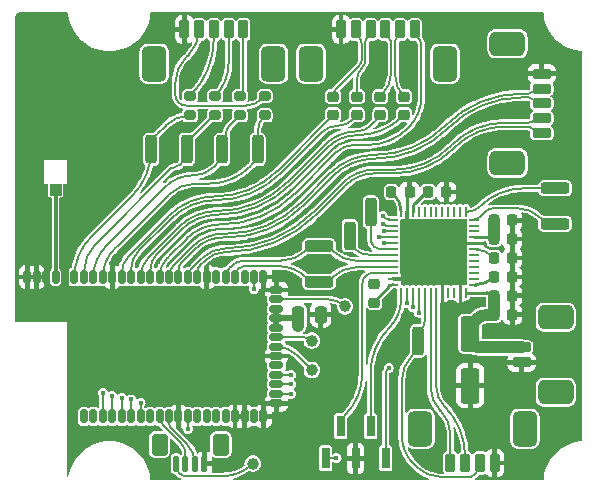
<source format=gbr>
%TF.GenerationSoftware,KiCad,Pcbnew,8.0.5*%
%TF.CreationDate,2025-01-02T11:16:24+01:00*%
%TF.ProjectId,BluetoothReceiver,426c7565-746f-46f7-9468-526563656976,rev?*%
%TF.SameCoordinates,Original*%
%TF.FileFunction,Copper,L1,Top*%
%TF.FilePolarity,Positive*%
%FSLAX46Y46*%
G04 Gerber Fmt 4.6, Leading zero omitted, Abs format (unit mm)*
G04 Created by KiCad (PCBNEW 8.0.5) date 2025-01-02 11:16:24*
%MOMM*%
%LPD*%
G01*
G04 APERTURE LIST*
G04 Aperture macros list*
%AMRoundRect*
0 Rectangle with rounded corners*
0 $1 Rounding radius*
0 $2 $3 $4 $5 $6 $7 $8 $9 X,Y pos of 4 corners*
0 Add a 4 corners polygon primitive as box body*
4,1,4,$2,$3,$4,$5,$6,$7,$8,$9,$2,$3,0*
0 Add four circle primitives for the rounded corners*
1,1,$1+$1,$2,$3*
1,1,$1+$1,$4,$5*
1,1,$1+$1,$6,$7*
1,1,$1+$1,$8,$9*
0 Add four rect primitives between the rounded corners*
20,1,$1+$1,$2,$3,$4,$5,0*
20,1,$1+$1,$4,$5,$6,$7,0*
20,1,$1+$1,$6,$7,$8,$9,0*
20,1,$1+$1,$8,$9,$2,$3,0*%
G04 Aperture macros list end*
%TA.AperFunction,SMDPad,CuDef*%
%ADD10RoundRect,0.125000X0.125000X0.525000X-0.125000X0.525000X-0.125000X-0.525000X0.125000X-0.525000X0*%
%TD*%
%TA.AperFunction,SMDPad,CuDef*%
%ADD11RoundRect,0.350000X0.350000X0.600000X-0.350000X0.600000X-0.350000X-0.600000X0.350000X-0.600000X0*%
%TD*%
%TA.AperFunction,SMDPad,CuDef*%
%ADD12RoundRect,0.200000X-0.200000X-0.600000X0.200000X-0.600000X0.200000X0.600000X-0.200000X0.600000X0*%
%TD*%
%TA.AperFunction,SMDPad,CuDef*%
%ADD13RoundRect,0.525000X-0.525000X-0.975000X0.525000X-0.975000X0.525000X0.975000X-0.525000X0.975000X0*%
%TD*%
%TA.AperFunction,SMDPad,CuDef*%
%ADD14RoundRect,0.200000X-0.600000X0.200000X-0.600000X-0.200000X0.600000X-0.200000X0.600000X0.200000X0*%
%TD*%
%TA.AperFunction,SMDPad,CuDef*%
%ADD15RoundRect,0.525000X-0.975000X0.525000X-0.975000X-0.525000X0.975000X-0.525000X0.975000X0.525000X0*%
%TD*%
%TA.AperFunction,SMDPad,CuDef*%
%ADD16RoundRect,0.150000X0.150000X-0.450000X0.150000X0.450000X-0.150000X0.450000X-0.150000X-0.450000X0*%
%TD*%
%TA.AperFunction,ComponentPad*%
%ADD17C,0.450000*%
%TD*%
%TA.AperFunction,SMDPad,CuDef*%
%ADD18RoundRect,0.150000X0.450000X0.150000X-0.450000X0.150000X-0.450000X-0.150000X0.450000X-0.150000X0*%
%TD*%
%TA.AperFunction,SMDPad,CuDef*%
%ADD19RoundRect,0.062500X0.375000X0.062500X-0.375000X0.062500X-0.375000X-0.062500X0.375000X-0.062500X0*%
%TD*%
%TA.AperFunction,SMDPad,CuDef*%
%ADD20RoundRect,0.062500X0.062500X0.375000X-0.062500X0.375000X-0.062500X-0.375000X0.062500X-0.375000X0*%
%TD*%
%TA.AperFunction,HeatsinkPad*%
%ADD21R,5.600000X5.600000*%
%TD*%
%TA.AperFunction,SMDPad,CuDef*%
%ADD22RoundRect,0.237500X0.237500X-0.987500X0.237500X0.987500X-0.237500X0.987500X-0.237500X-0.987500X0*%
%TD*%
%TA.AperFunction,SMDPad,CuDef*%
%ADD23C,1.000000*%
%TD*%
%TA.AperFunction,SMDPad,CuDef*%
%ADD24RoundRect,0.237500X-0.987500X-0.237500X0.987500X-0.237500X0.987500X0.237500X-0.987500X0.237500X0*%
%TD*%
%TA.AperFunction,SMDPad,CuDef*%
%ADD25RoundRect,0.200000X0.275000X-0.200000X0.275000X0.200000X-0.275000X0.200000X-0.275000X-0.200000X0*%
%TD*%
%TA.AperFunction,SMDPad,CuDef*%
%ADD26RoundRect,0.200000X0.600000X-0.200000X0.600000X0.200000X-0.600000X0.200000X-0.600000X-0.200000X0*%
%TD*%
%TA.AperFunction,SMDPad,CuDef*%
%ADD27RoundRect,0.525000X0.975000X-0.525000X0.975000X0.525000X-0.975000X0.525000X-0.975000X-0.525000X0*%
%TD*%
%TA.AperFunction,SMDPad,CuDef*%
%ADD28RoundRect,0.200000X0.200000X0.600000X-0.200000X0.600000X-0.200000X-0.600000X0.200000X-0.600000X0*%
%TD*%
%TA.AperFunction,SMDPad,CuDef*%
%ADD29RoundRect,0.525000X0.525000X0.975000X-0.525000X0.975000X-0.525000X-0.975000X0.525000X-0.975000X0*%
%TD*%
%TA.AperFunction,SMDPad,CuDef*%
%ADD30R,0.650000X1.800000*%
%TD*%
%TA.AperFunction,SMDPad,CuDef*%
%ADD31R,1.050000X2.200000*%
%TD*%
%TA.AperFunction,SMDPad,CuDef*%
%ADD32R,1.000000X1.000000*%
%TD*%
%TA.AperFunction,SMDPad,CuDef*%
%ADD33RoundRect,0.250000X-0.550000X1.250000X-0.550000X-1.250000X0.550000X-1.250000X0.550000X1.250000X0*%
%TD*%
%TA.AperFunction,SMDPad,CuDef*%
%ADD34RoundRect,0.225000X-0.225000X-0.250000X0.225000X-0.250000X0.225000X0.250000X-0.225000X0.250000X0*%
%TD*%
%TA.AperFunction,SMDPad,CuDef*%
%ADD35RoundRect,0.225000X0.250000X-0.225000X0.250000X0.225000X-0.250000X0.225000X-0.250000X-0.225000X0*%
%TD*%
%TA.AperFunction,SMDPad,CuDef*%
%ADD36RoundRect,0.225000X0.225000X0.250000X-0.225000X0.250000X-0.225000X-0.250000X0.225000X-0.250000X0*%
%TD*%
%TA.AperFunction,SMDPad,CuDef*%
%ADD37RoundRect,0.225000X-0.250000X0.225000X-0.250000X-0.225000X0.250000X-0.225000X0.250000X0.225000X0*%
%TD*%
%TA.AperFunction,SMDPad,CuDef*%
%ADD38RoundRect,0.250000X-0.250000X-0.475000X0.250000X-0.475000X0.250000X0.475000X-0.250000X0.475000X0*%
%TD*%
%TA.AperFunction,ViaPad*%
%ADD39C,0.450000*%
%TD*%
%TA.AperFunction,Conductor*%
%ADD40C,1.000000*%
%TD*%
%TA.AperFunction,Conductor*%
%ADD41C,0.250000*%
%TD*%
%TA.AperFunction,Conductor*%
%ADD42C,0.200000*%
%TD*%
%TA.AperFunction,Conductor*%
%ADD43C,0.500000*%
%TD*%
%TA.AperFunction,Conductor*%
%ADD44C,0.355000*%
%TD*%
G04 APERTURE END LIST*
D10*
%TO.P,J7,1,Pin_1*%
%TO.N,/USB_VBUS*%
X135400000Y-118400000D03*
%TO.P,J7,2,Pin_2*%
%TO.N,/USB_D-*%
X136200000Y-118400000D03*
%TO.P,J7,3,Pin_3*%
%TO.N,/USB_D+*%
X137000000Y-118400000D03*
%TO.P,J7,4,Pin_4*%
%TO.N,GND*%
X137800000Y-118400000D03*
D11*
%TO.P,J7,M*%
%TO.N,N/C*%
X139200000Y-116800000D03*
X134000000Y-116800000D03*
%TD*%
D12*
%TO.P,J4,1,Pin_1*%
%TO.N,Net-(A1-MIC_BIAS)*%
X155625000Y-81650000D03*
%TO.P,J4,2,Pin_2*%
%TO.N,Net-(J4-Pin_2)*%
X154375000Y-81650000D03*
%TO.P,J4,3,Pin_3*%
%TO.N,Net-(J4-Pin_3)*%
X153125000Y-81650000D03*
%TO.P,J4,4,Pin_4*%
%TO.N,Net-(J4-Pin_4)*%
X151875000Y-81650000D03*
%TO.P,J4,5,Pin_5*%
%TO.N,Net-(J4-Pin_5)*%
X150625000Y-81650000D03*
%TO.P,J4,6,Pin_6*%
%TO.N,GND*%
X149375000Y-81650000D03*
D13*
%TO.P,J4,M*%
%TO.N,N/C*%
X146825000Y-84550000D03*
X158175000Y-84550000D03*
%TD*%
D14*
%TO.P,J3,1,Pin_1*%
%TO.N,Net-(A1-SPKR_HP2_P)*%
X166362500Y-90400000D03*
%TO.P,J3,2,Pin_2*%
%TO.N,Net-(A1-SPKR_HP2_N)*%
X166362500Y-89150000D03*
%TO.P,J3,3,Pin_3*%
%TO.N,Net-(A1-SPKR_HP1_N)*%
X166362500Y-87900000D03*
%TO.P,J3,4,Pin_4*%
%TO.N,Net-(A1-SPKR_HP1_P)*%
X166362500Y-86650000D03*
%TO.P,J3,5,Pin_5*%
%TO.N,GND*%
X166362500Y-85400000D03*
D15*
%TO.P,J3,M*%
%TO.N,N/C*%
X163462500Y-82850000D03*
X163462500Y-92950000D03*
%TD*%
D16*
%TO.P,A1,1,GND*%
%TO.N,GND*%
X126800000Y-114400000D03*
D17*
X126400000Y-114100000D03*
X126400000Y-113100000D03*
X126400000Y-112100000D03*
X126400000Y-111100000D03*
X126400000Y-110100000D03*
X126400000Y-109100000D03*
X126400000Y-108100000D03*
X126400000Y-107100000D03*
X122400000Y-106100000D03*
X123400000Y-106100000D03*
X124400000Y-106100000D03*
X125400000Y-106100000D03*
X126400000Y-106100000D03*
D16*
%TO.P,A1,2,PIO_34*%
%TO.N,unconnected-(A1-PIO_34-Pad2)*%
X127600000Y-114400000D03*
%TO.P,A1,3,PIO_35*%
%TO.N,unconnected-(A1-PIO_35-Pad3)*%
X128400000Y-114400000D03*
%TO.P,A1,4,PIO_32*%
%TO.N,/PIO32*%
X129200000Y-114400000D03*
%TO.P,A1,5,PIO_29*%
%TO.N,/PIO29*%
X130000000Y-114400000D03*
%TO.P,A1,6,PIO_31*%
%TO.N,/PIO31*%
X130800000Y-114400000D03*
%TO.P,A1,7,PIO_26*%
%TO.N,/PIO26*%
X131600000Y-114400000D03*
%TO.P,A1,8,PIO_30*%
%TO.N,/PIO30*%
X132400000Y-114400000D03*
%TO.P,A1,9,PIO_33*%
%TO.N,unconnected-(A1-PIO_33-Pad9)*%
X133200000Y-114400000D03*
%TO.P,A1,10,USB_N*%
%TO.N,/USB_D-*%
X134000000Y-114400000D03*
%TO.P,A1,11,USB_P*%
%TO.N,/USB_D+*%
X134800000Y-114400000D03*
%TO.P,A1,12,GND*%
%TO.N,GND*%
X135600000Y-114400000D03*
%TO.P,A1,13,SYS_CTRL*%
%TO.N,/BT_SYS_CTRL*%
X136400000Y-114400000D03*
%TO.P,A1,14,AIO(1)*%
%TO.N,unconnected-(A1-AIO(1)-Pad14)*%
X137200000Y-114400000D03*
%TO.P,A1,15,AIO(2)/LED(2)*%
%TO.N,unconnected-(A1-AIO(2){slash}LED(2)-Pad15)*%
X138000000Y-114400000D03*
%TO.P,A1,16,AIO(3)/LED(3)*%
%TO.N,unconnected-(A1-AIO(3){slash}LED(3)-Pad16)*%
X138800000Y-114400000D03*
%TO.P,A1,17,AIO(0)/LED(0)*%
%TO.N,unconnected-(A1-AIO(0){slash}LED(0)-Pad17)*%
X139600000Y-114400000D03*
%TO.P,A1,18,GND*%
%TO.N,GND*%
X140400000Y-114400000D03*
%TO.P,A1,19,GND*%
X141200000Y-114400000D03*
%TO.P,A1,20,AIO(4)/LED(4)*%
%TO.N,unconnected-(A1-AIO(4){slash}LED(4)-Pad20)*%
X142000000Y-114400000D03*
%TO.P,A1,21,GND*%
%TO.N,GND*%
X142800000Y-114400000D03*
D18*
%TO.P,A1,22,GND*%
X143900000Y-113300000D03*
%TO.P,A1,23,PIO_3*%
%TO.N,/PIO3*%
X143900000Y-112500000D03*
%TO.P,A1,24,PIO_6*%
%TO.N,/PIO6*%
X143900000Y-111700000D03*
%TO.P,A1,25,PIO_5*%
%TO.N,/PIO5*%
X143900000Y-110900000D03*
%TO.P,A1,26,PIO_48*%
%TO.N,unconnected-(A1-PIO_48-Pad26)*%
X143900000Y-110100000D03*
%TO.P,A1,27,GND*%
%TO.N,GND*%
X143900000Y-109300000D03*
%TO.P,A1,28,CHG_EXT*%
%TO.N,Net-(A1-CHG_EXT)*%
X143900000Y-108500000D03*
%TO.P,A1,29,VCHG*%
%TO.N,Net-(A1-VCHG)*%
X143900000Y-107700000D03*
%TO.P,A1,30,VBAT_SENSE*%
%TO.N,+3.3V*%
X143900000Y-106900000D03*
%TO.P,A1,31,VBAT*%
X143900000Y-106100000D03*
%TO.P,A1,32,VDD_PADS*%
X143900000Y-105300000D03*
%TO.P,A1,33,VCHG_SENSE*%
%TO.N,Net-(A1-VCHG_SENSE)*%
X143900000Y-104500000D03*
%TO.P,A1,34,GND*%
%TO.N,GND*%
X143900000Y-103700000D03*
D16*
%TO.P,A1,35,GND*%
X142800000Y-102600000D03*
%TO.P,A1,36,~{RST}*%
%TO.N,/BT_~{RST}*%
X142000000Y-102600000D03*
%TO.P,A1,37,UART_CTS*%
%TO.N,unconnected-(A1-UART_CTS-Pad37)*%
X141200000Y-102600000D03*
%TO.P,A1,38,UART_TX*%
%TO.N,/BT_UART_TX*%
X140400000Y-102600000D03*
%TO.P,A1,39,UART_RX*%
%TO.N,/BT_UART_RX*%
X139600000Y-102600000D03*
%TO.P,A1,40,UART_RTS*%
%TO.N,unconnected-(A1-UART_RTS-Pad40)*%
X138800000Y-102600000D03*
%TO.P,A1,41,GND*%
%TO.N,GND*%
X138000000Y-102600000D03*
%TO.P,A1,42,SPKR_HP2_P*%
%TO.N,Net-(A1-SPKR_HP2_P)*%
X137200000Y-102600000D03*
%TO.P,A1,43,SPKR_HP2_N*%
%TO.N,Net-(A1-SPKR_HP2_N)*%
X136400000Y-102600000D03*
%TO.P,A1,44,SPKR_HP1_N*%
%TO.N,Net-(A1-SPKR_HP1_N)*%
X135600000Y-102600000D03*
%TO.P,A1,45,SPKR_HP1_P*%
%TO.N,Net-(A1-SPKR_HP1_P)*%
X134800000Y-102600000D03*
%TO.P,A1,46,MIC_BIAS*%
%TO.N,Net-(A1-MIC_BIAS)*%
X134000000Y-102600000D03*
%TO.P,A1,47,MIC1_N*%
%TO.N,Net-(A1-MIC1_N)*%
X133200000Y-102600000D03*
%TO.P,A1,48,MIC1_P*%
%TO.N,Net-(A1-MIC1_P)*%
X132400000Y-102600000D03*
%TO.P,A1,49,MIC2_N*%
%TO.N,Net-(A1-MIC2_N)*%
X131600000Y-102600000D03*
%TO.P,A1,50,MIC2_P*%
%TO.N,Net-(A1-MIC2_P)*%
X130800000Y-102600000D03*
%TO.P,A1,51,GND*%
%TO.N,GND*%
X130000000Y-102600000D03*
%TO.P,A1,52,PCM_SYNC*%
%TO.N,/I2S_LRCK*%
X129200000Y-102600000D03*
%TO.P,A1,53,PCM_CLK*%
%TO.N,/I2S_BCK*%
X128400000Y-102600000D03*
%TO.P,A1,54,PCM_OUT*%
%TO.N,/I2S_DOUT*%
X127600000Y-102600000D03*
%TO.P,A1,55,PCM_IN*%
%TO.N,/I2S_DIN*%
X126800000Y-102600000D03*
%TO.P,A1,56,GND*%
%TO.N,GND*%
X126000000Y-102600000D03*
%TO.P,A1,57,EXT_RF*%
%TO.N,Net-(A1-EXT_RF)*%
X125200000Y-102600000D03*
%TO.P,A1,58,GND*%
%TO.N,GND*%
X124400000Y-102600000D03*
%TO.P,A1,59,GND*%
X123600000Y-102600000D03*
%TO.P,A1,60,GND*%
X122800000Y-102600000D03*
%TD*%
D19*
%TO.P,U1,1,VBAT*%
%TO.N,+3.3V*%
X160637500Y-103250000D03*
%TO.P,U1,2,PC13*%
%TO.N,unconnected-(U1-PC13-Pad2)*%
X160637500Y-102750000D03*
%TO.P,U1,3,PC14*%
%TO.N,unconnected-(U1-PC14-Pad3)*%
X160637500Y-102250000D03*
%TO.P,U1,4,PC15*%
%TO.N,unconnected-(U1-PC15-Pad4)*%
X160637500Y-101750000D03*
%TO.P,U1,5,PH0*%
%TO.N,unconnected-(U1-PH0-Pad5)*%
X160637500Y-101250000D03*
%TO.P,U1,6,PH1*%
%TO.N,unconnected-(U1-PH1-Pad6)*%
X160637500Y-100750000D03*
%TO.P,U1,7,NRST*%
%TO.N,Net-(J2-Pin_5)*%
X160637500Y-100250000D03*
%TO.P,U1,8,VSSA*%
%TO.N,GND*%
X160637500Y-99750000D03*
%TO.P,U1,9,VDDA*%
%TO.N,+3.3V*%
X160637500Y-99250000D03*
%TO.P,U1,10,PA0*%
%TO.N,unconnected-(U1-PA0-Pad10)*%
X160637500Y-98750000D03*
%TO.P,U1,11,PA1*%
%TO.N,unconnected-(U1-PA1-Pad11)*%
X160637500Y-98250000D03*
%TO.P,U1,12,PA2*%
%TO.N,/DEBUG_TX*%
X160637500Y-97750000D03*
D20*
%TO.P,U1,13,PA3*%
%TO.N,/DEBUG_RX*%
X159950000Y-97062500D03*
%TO.P,U1,14,PA4*%
%TO.N,unconnected-(U1-PA4-Pad14)*%
X159450000Y-97062500D03*
%TO.P,U1,15,PA5*%
%TO.N,unconnected-(U1-PA5-Pad15)*%
X158950000Y-97062500D03*
%TO.P,U1,16,PA6*%
%TO.N,unconnected-(U1-PA6-Pad16)*%
X158450000Y-97062500D03*
%TO.P,U1,17,PA7*%
%TO.N,unconnected-(U1-PA7-Pad17)*%
X157950000Y-97062500D03*
%TO.P,U1,18,PB0*%
%TO.N,unconnected-(U1-PB0-Pad18)*%
X157450000Y-97062500D03*
%TO.P,U1,19,PB1*%
%TO.N,unconnected-(U1-PB1-Pad19)*%
X156950000Y-97062500D03*
%TO.P,U1,20,PB2*%
%TO.N,unconnected-(U1-PB2-Pad20)*%
X156450000Y-97062500D03*
%TO.P,U1,21,PB10*%
%TO.N,unconnected-(U1-PB10-Pad21)*%
X155950000Y-97062500D03*
%TO.P,U1,22,VCAP_1*%
%TO.N,Net-(U1-VCAP_1)*%
X155450000Y-97062500D03*
%TO.P,U1,23,VSS*%
%TO.N,GND*%
X154950000Y-97062500D03*
%TO.P,U1,24,VDD*%
%TO.N,+3.3V*%
X154450000Y-97062500D03*
D19*
%TO.P,U1,25,PB12*%
%TO.N,/PIO32*%
X153762500Y-97750000D03*
%TO.P,U1,26,PB13*%
%TO.N,/PIO29*%
X153762500Y-98250000D03*
%TO.P,U1,27,PB14*%
%TO.N,/PIO31*%
X153762500Y-98750000D03*
%TO.P,U1,28,PB15*%
%TO.N,/PIO26*%
X153762500Y-99250000D03*
%TO.P,U1,29,PA8*%
%TO.N,/PIO30*%
X153762500Y-99750000D03*
%TO.P,U1,30,PA9*%
%TO.N,/BT_SYS_CTRL*%
X153762500Y-100250000D03*
%TO.P,U1,31,PA10*%
%TO.N,/BT_~{RST}*%
X153762500Y-100750000D03*
%TO.P,U1,32,PA11*%
%TO.N,/BT_UART_RX*%
X153762500Y-101250000D03*
%TO.P,U1,33,PA12*%
%TO.N,/BT_UART_TX*%
X153762500Y-101750000D03*
%TO.P,U1,34,PA13*%
%TO.N,/SWDIO*%
X153762500Y-102250000D03*
%TO.P,U1,35,VSS*%
%TO.N,GND*%
X153762500Y-102750000D03*
%TO.P,U1,36,VDD*%
%TO.N,+3.3V*%
X153762500Y-103250000D03*
D20*
%TO.P,U1,37,PA14*%
%TO.N,/SWCLK*%
X154450000Y-103937500D03*
%TO.P,U1,38,PA15*%
%TO.N,/PIO5*%
X154950000Y-103937500D03*
%TO.P,U1,39,PB3*%
%TO.N,/PIO6*%
X155450000Y-103937500D03*
%TO.P,U1,40,PB4*%
%TO.N,/PIO3*%
X155950000Y-103937500D03*
%TO.P,U1,41,PB5*%
%TO.N,/I2C_~{INT}*%
X156450000Y-103937500D03*
%TO.P,U1,42,PB6*%
%TO.N,/I2C_SCL{slash}TX*%
X156950000Y-103937500D03*
%TO.P,U1,43,PB7*%
%TO.N,/I2C_SDA{slash}RX*%
X157450000Y-103937500D03*
%TO.P,U1,44,BOOT0*%
%TO.N,GND*%
X157950000Y-103937500D03*
%TO.P,U1,45,PB8*%
%TO.N,unconnected-(U1-PB8-Pad45)*%
X158450000Y-103937500D03*
%TO.P,U1,46,PB9*%
%TO.N,unconnected-(U1-PB9-Pad46)*%
X158950000Y-103937500D03*
%TO.P,U1,47,VSS*%
%TO.N,GND*%
X159450000Y-103937500D03*
%TO.P,U1,48,VDD*%
%TO.N,+3.3V*%
X159950000Y-103937500D03*
D21*
%TO.P,U1,49,VSS*%
%TO.N,GND*%
X157200000Y-100500000D03*
%TD*%
D22*
%TO.P,TP23,1,1*%
%TO.N,/I2C_~{INT}*%
X155900000Y-108000000D03*
%TD*%
D23*
%TO.P,TP22,1,1*%
%TO.N,/USB_VBUS*%
X141900000Y-118400000D03*
%TD*%
D24*
%TO.P,TP21,1,1*%
%TO.N,/BT_UART_RX*%
X147500000Y-100000000D03*
%TD*%
D22*
%TO.P,TP20,1,1*%
%TO.N,/I2S_LRCK*%
X142300000Y-91800000D03*
%TD*%
D24*
%TO.P,TP19,1,1*%
%TO.N,/BT_UART_TX*%
X147500000Y-103000000D03*
%TD*%
D22*
%TO.P,TP18,1,1*%
%TO.N,/I2S_DIN*%
X133300000Y-91800000D03*
%TD*%
%TO.P,TP17,1,1*%
%TO.N,/I2S_DOUT*%
X136300000Y-91800000D03*
%TD*%
%TO.P,TP16,1,1*%
%TO.N,/BT_~{RST}*%
X150100000Y-99100000D03*
%TD*%
%TO.P,TP15,1,1*%
%TO.N,/I2S_BCK*%
X139300000Y-91800000D03*
%TD*%
%TO.P,TP14,1,1*%
%TO.N,/BT_SYS_CTRL*%
X151900000Y-97100000D03*
%TD*%
D24*
%TO.P,TP13,1,1*%
%TO.N,/DEBUG_RX*%
X167500000Y-95100000D03*
%TD*%
%TO.P,TP12,1,1*%
%TO.N,/DEBUG_TX*%
X167500000Y-98100000D03*
%TD*%
D23*
%TO.P,TP11,1,1*%
%TO.N,Net-(A1-VCHG_SENSE)*%
X149700000Y-105100000D03*
%TD*%
%TO.P,TP6,1,1*%
%TO.N,Net-(A1-VCHG)*%
X146900000Y-108000000D03*
%TD*%
%TO.P,TP4,1,1*%
%TO.N,Net-(A1-CHG_EXT)*%
X146900000Y-110500000D03*
%TD*%
D25*
%TO.P,R5,1*%
%TO.N,/I2S_LRCK*%
X142900000Y-88925000D03*
%TO.P,R5,2*%
%TO.N,Net-(J5-Pin_4)*%
X142900000Y-87275000D03*
%TD*%
%TO.P,R4,1*%
%TO.N,/I2S_DIN*%
X136600000Y-88925000D03*
%TO.P,R4,2*%
%TO.N,Net-(J5-Pin_3)*%
X136600000Y-87275000D03*
%TD*%
%TO.P,R3,2*%
%TO.N,Net-(J5-Pin_2)*%
X138700000Y-87275000D03*
%TO.P,R3,1*%
%TO.N,/I2S_DOUT*%
X138700000Y-88925000D03*
%TD*%
%TO.P,R2,2*%
%TO.N,Net-(J5-Pin_1)*%
X140800000Y-87275000D03*
%TO.P,R2,1*%
%TO.N,/I2S_BCK*%
X140800000Y-88925000D03*
%TD*%
D26*
%TO.P,J8,1,Pin_1*%
%TO.N,+3.3V*%
X164650000Y-108575000D03*
%TO.P,J8,2,Pin_2*%
%TO.N,GND*%
X164650000Y-109825000D03*
D27*
%TO.P,J8,M*%
%TO.N,N/C*%
X167550000Y-112375000D03*
X167550000Y-106025000D03*
%TD*%
D28*
%TO.P,J6,1,Pin_1*%
%TO.N,/I2C_SCL{slash}TX*%
X158625000Y-118350000D03*
%TO.P,J6,2,Pin_2*%
%TO.N,/I2C_SDA{slash}RX*%
X159875000Y-118350000D03*
%TO.P,J6,3,Pin_3*%
%TO.N,/I2C_~{INT}*%
X161125000Y-118350000D03*
%TO.P,J6,4,Pin_4*%
%TO.N,GND*%
X162375000Y-118350000D03*
D29*
%TO.P,J6,M*%
%TO.N,N/C*%
X164925000Y-115450000D03*
X156075000Y-115450000D03*
%TD*%
D12*
%TO.P,J5,1,Pin_1*%
%TO.N,Net-(J5-Pin_1)*%
X141100000Y-81650000D03*
%TO.P,J5,2,Pin_2*%
%TO.N,Net-(J5-Pin_2)*%
X139850000Y-81650000D03*
%TO.P,J5,3,Pin_3*%
%TO.N,Net-(J5-Pin_3)*%
X138600000Y-81650000D03*
%TO.P,J5,4,Pin_4*%
%TO.N,Net-(J5-Pin_4)*%
X137350000Y-81650000D03*
%TO.P,J5,5,Pin_5*%
%TO.N,GND*%
X136100000Y-81650000D03*
D13*
%TO.P,J5,M*%
%TO.N,N/C*%
X133550000Y-84550000D03*
X143650000Y-84550000D03*
%TD*%
D30*
%TO.P,J2,1,Pin_1*%
%TO.N,+3.3V*%
X153140000Y-117950000D03*
%TO.P,J2,2,Pin_2*%
%TO.N,/SWCLK*%
X151870000Y-115250000D03*
%TO.P,J2,3,Pin_3*%
%TO.N,GND*%
X150600000Y-117950000D03*
%TO.P,J2,4,Pin_4*%
%TO.N,/SWDIO*%
X149330000Y-115250000D03*
%TO.P,J2,5,Pin_5*%
%TO.N,Net-(J2-Pin_5)*%
X148060000Y-117950000D03*
%TD*%
D31*
%TO.P,J1,2,Ext*%
%TO.N,GND*%
X126675000Y-93700000D03*
D32*
X125200000Y-92200000D03*
D31*
X123725000Y-93700000D03*
D32*
%TO.P,J1,1,In*%
%TO.N,Net-(A1-EXT_RF)*%
X125200000Y-95200000D03*
%TD*%
D33*
%TO.P,C15,1*%
%TO.N,+3.3V*%
X160300000Y-107400000D03*
%TO.P,C15,2*%
%TO.N,GND*%
X160300000Y-111800000D03*
%TD*%
D34*
%TO.P,C14,1*%
%TO.N,Net-(U1-VCAP_1)*%
X156725000Y-95400000D03*
%TO.P,C14,2*%
%TO.N,GND*%
X158275000Y-95400000D03*
%TD*%
D35*
%TO.P,C13,1*%
%TO.N,Net-(A1-MIC2_P)*%
X148700000Y-88875000D03*
%TO.P,C13,2*%
%TO.N,Net-(J4-Pin_5)*%
X148700000Y-87325000D03*
%TD*%
%TO.P,C12,1*%
%TO.N,Net-(A1-MIC2_N)*%
X150700000Y-88875000D03*
%TO.P,C12,2*%
%TO.N,Net-(J4-Pin_4)*%
X150700000Y-87325000D03*
%TD*%
%TO.P,C11,1*%
%TO.N,Net-(A1-MIC1_P)*%
X152700000Y-88875000D03*
%TO.P,C11,2*%
%TO.N,Net-(J4-Pin_3)*%
X152700000Y-87325000D03*
%TD*%
%TO.P,C10,1*%
%TO.N,Net-(A1-MIC1_N)*%
X154700000Y-88875000D03*
%TO.P,C10,2*%
%TO.N,Net-(J4-Pin_2)*%
X154700000Y-87325000D03*
%TD*%
D34*
%TO.P,C9,1*%
%TO.N,Net-(J2-Pin_5)*%
X162325000Y-101000000D03*
%TO.P,C9,2*%
%TO.N,GND*%
X163875000Y-101000000D03*
%TD*%
D36*
%TO.P,C8,1*%
%TO.N,GND*%
X163875000Y-99400000D03*
%TO.P,C8,2*%
%TO.N,+3.3V*%
X162325000Y-99400000D03*
%TD*%
%TO.P,C7,1*%
%TO.N,GND*%
X163875000Y-104200000D03*
%TO.P,C7,2*%
%TO.N,+3.3V*%
X162325000Y-104200000D03*
%TD*%
D37*
%TO.P,C6,1*%
%TO.N,GND*%
X152200000Y-103225000D03*
%TO.P,C6,2*%
%TO.N,+3.3V*%
X152200000Y-104775000D03*
%TD*%
D38*
%TO.P,C5,1*%
%TO.N,+3.3V*%
X145750000Y-105800000D03*
%TO.P,C5,2*%
%TO.N,GND*%
X147650000Y-105800000D03*
%TD*%
D36*
%TO.P,C4,1*%
%TO.N,GND*%
X163875000Y-97800000D03*
%TO.P,C4,2*%
%TO.N,+3.3V*%
X162325000Y-97800000D03*
%TD*%
%TO.P,C3,1*%
%TO.N,GND*%
X155175000Y-95400000D03*
%TO.P,C3,2*%
%TO.N,+3.3V*%
X153625000Y-95400000D03*
%TD*%
%TO.P,C2,1*%
%TO.N,GND*%
X163875000Y-102600000D03*
%TO.P,C2,2*%
%TO.N,+3.3V*%
X162325000Y-102600000D03*
%TD*%
%TO.P,C1,1*%
%TO.N,GND*%
X163875000Y-105800000D03*
%TO.P,C1,2*%
%TO.N,+3.3V*%
X162325000Y-105800000D03*
%TD*%
D39*
%TO.N,GND*%
X149600000Y-108200000D03*
X130700000Y-109300000D03*
X132300000Y-116500000D03*
X135300000Y-117100000D03*
X134200000Y-119100000D03*
X148900000Y-113500000D03*
X147650000Y-105800000D03*
X150500000Y-103200000D03*
X152500000Y-113200000D03*
X155000000Y-119300000D03*
X153900000Y-114700000D03*
X153400000Y-109200000D03*
X157300000Y-118300000D03*
X167600000Y-115100000D03*
X158700000Y-105300000D03*
X165300000Y-96000000D03*
X162500000Y-94700000D03*
X145200000Y-100000000D03*
X149500000Y-96300000D03*
X160300000Y-92400000D03*
X153100000Y-96500000D03*
X159700000Y-81600000D03*
X152200000Y-85400000D03*
X155000000Y-84900000D03*
X163300000Y-88700000D03*
X159600000Y-90000000D03*
X154900000Y-92800000D03*
X149200000Y-94300000D03*
X146200000Y-97200000D03*
X141700000Y-99500000D03*
X157900000Y-88300000D03*
X154000000Y-91500000D03*
X148650000Y-93030000D03*
X143415419Y-97601286D03*
X154470000Y-89860000D03*
X145500000Y-90100000D03*
X146830000Y-91910000D03*
X142500000Y-95700000D03*
X136920000Y-96940000D03*
X133870000Y-101300000D03*
X141900000Y-94200000D03*
X136200000Y-95600000D03*
X133700000Y-97600000D03*
X131700000Y-99600000D03*
X130000000Y-94200000D03*
X127900000Y-97700000D03*
X141900000Y-84400000D03*
X159200000Y-117000000D03*
X140500000Y-85000000D03*
X139100000Y-85000000D03*
X137000000Y-85000000D03*
X141160000Y-92390000D03*
X138170000Y-92290000D03*
X133830000Y-93580000D03*
X146400000Y-101300000D03*
X159600000Y-102900000D03*
X158400000Y-102900000D03*
X159600000Y-101700000D03*
X158400000Y-101700000D03*
X158400000Y-98100000D03*
X159600000Y-98100000D03*
X159600000Y-99300000D03*
X158400000Y-99300000D03*
X156000000Y-98100000D03*
X154800000Y-98100000D03*
X154800000Y-99300000D03*
X156000000Y-99300000D03*
X154800000Y-101700000D03*
X154800000Y-102900000D03*
X156000000Y-102900000D03*
X156000000Y-101700000D03*
X156000000Y-100500000D03*
X154800000Y-100500000D03*
X158400000Y-100500000D03*
X159600000Y-100500000D03*
X157200000Y-101700000D03*
X157200000Y-102900000D03*
X157200000Y-99300000D03*
X157200000Y-98100000D03*
X157200000Y-100500000D03*
X155500000Y-111000000D03*
X152500000Y-106200000D03*
X152200000Y-103225000D03*
X155175000Y-95400000D03*
X158275000Y-95400000D03*
X163875000Y-97800000D03*
X163875000Y-99400000D03*
X163875000Y-101000000D03*
X164100000Y-102600000D03*
X164100000Y-104200000D03*
X164100000Y-105800000D03*
X166000000Y-109800000D03*
X164700000Y-110800000D03*
X160300000Y-112700000D03*
X160300000Y-110900000D03*
X160300000Y-111800000D03*
X163400000Y-118300000D03*
X162400000Y-117000000D03*
X150600000Y-119400000D03*
X150600000Y-116500000D03*
X138700000Y-118200000D03*
X137800000Y-117200000D03*
X137000000Y-115900000D03*
X135600000Y-113200000D03*
X141200000Y-115600000D03*
X140400000Y-115600000D03*
X140400000Y-113200000D03*
X141200000Y-113200000D03*
X143800000Y-114300000D03*
X142800000Y-115600000D03*
X145100000Y-113300000D03*
X142800000Y-113300000D03*
X145100000Y-109500000D03*
X142700000Y-109300000D03*
X143891773Y-102846530D03*
X138000000Y-103800000D03*
X138800000Y-101400000D03*
X130000000Y-103800000D03*
X130000000Y-101500000D03*
X125700000Y-103600000D03*
X124700000Y-103600000D03*
X123600000Y-103800000D03*
X122800000Y-103800000D03*
X123600000Y-101400000D03*
X122800000Y-101400000D03*
X125200000Y-92200000D03*
X123725000Y-93700000D03*
X126675000Y-93700000D03*
X126200000Y-95500000D03*
X124200000Y-95500000D03*
X167700000Y-85400000D03*
X166300000Y-84400000D03*
X165000000Y-85400000D03*
X149400000Y-83000000D03*
X148400000Y-81700000D03*
X135100000Y-81700000D03*
X136100000Y-83000000D03*
%TO.N,+3.3V*%
X153400000Y-110290000D03*
%TO.N,Net-(J2-Pin_5)*%
X148980000Y-117950000D03*
%TO.N,+3.3V*%
X146010000Y-106450000D03*
X145560000Y-106890000D03*
X152200000Y-104775000D03*
X153625000Y-95400000D03*
X162325000Y-97800000D03*
X162537271Y-106038726D03*
X162109512Y-105561611D03*
%TO.N,/BT_SYS_CTRL*%
X151900000Y-97100000D03*
X136400000Y-115470000D03*
%TO.N,/BT_~{RST}*%
X150150000Y-98290000D03*
%TO.N,/PIO32*%
X152900000Y-97470000D03*
%TO.N,/PIO29*%
X152880000Y-98120000D03*
%TO.N,/PIO31*%
X152990000Y-98750000D03*
%TO.N,/PIO26*%
X152580000Y-99250000D03*
%TO.N,/PIO30*%
X152990000Y-99750000D03*
%TO.N,/BT_~{RST}*%
X142000000Y-103600000D03*
%TO.N,/PIO32*%
X129200000Y-112410000D03*
%TO.N,/PIO29*%
X130000000Y-112680000D03*
%TO.N,/PIO31*%
X130800000Y-112850000D03*
%TO.N,/PIO26*%
X131600000Y-112970000D03*
%TO.N,/PIO30*%
X132400000Y-113270000D03*
%TO.N,/PIO3*%
X155950000Y-105620000D03*
%TO.N,/PIO6*%
X155450000Y-105170000D03*
%TO.N,/PIO5*%
X154950000Y-104820000D03*
X145120000Y-110900000D03*
%TO.N,/PIO6*%
X145120000Y-111700000D03*
%TO.N,/PIO3*%
X145120000Y-112500000D03*
%TO.N,+3.3V*%
X162325000Y-102600000D03*
%TO.N,Net-(J2-Pin_5)*%
X162325000Y-101000000D03*
%TO.N,GND*%
X124500000Y-96600000D03*
X124500000Y-97600000D03*
X124500000Y-98600000D03*
X124500000Y-99600000D03*
X124500000Y-100600000D03*
X124500000Y-101600000D03*
X125900000Y-96600000D03*
X125900000Y-97600000D03*
X125900000Y-98600000D03*
X125900000Y-99600000D03*
X125900000Y-100600000D03*
X125900000Y-101600000D03*
X126000000Y-102600000D03*
X124400000Y-102600000D03*
X137000000Y-100900000D03*
X132900000Y-100400000D03*
X126400000Y-118100000D03*
X126400000Y-117100000D03*
X126400000Y-116100000D03*
X126400000Y-115100000D03*
%TD*%
D40*
%TO.N,+3.3V*%
X162325000Y-97800000D02*
X162325000Y-99400000D01*
D41*
%TO.N,GND*%
X154950000Y-97062500D02*
X154950000Y-95943198D01*
X154950000Y-95943198D02*
G75*
G02*
X155175001Y-95400001I768200J-2D01*
G01*
X157950000Y-102786396D02*
G75*
G02*
X158400001Y-101700001I1536400J-4D01*
G01*
X157950000Y-103937500D02*
X157950000Y-102786396D01*
X159450000Y-103262132D02*
G75*
G02*
X159599991Y-102899991I512100J32D01*
G01*
X159450000Y-103937500D02*
X159450000Y-103262132D01*
X160637500Y-99750000D02*
X159486396Y-99750000D01*
X159486396Y-99750000D02*
G75*
G02*
X158400001Y-99299999I4J1536400D01*
G01*
X154950000Y-97737868D02*
G75*
G02*
X154800009Y-98100009I-512100J-32D01*
G01*
X154950000Y-97062500D02*
X154950000Y-97737868D01*
X153762500Y-102750000D02*
X154437868Y-102750000D01*
X154437868Y-102750000D02*
G75*
G02*
X154800009Y-102899991I32J-512100D01*
G01*
D42*
%TO.N,+3.3V*%
X153140000Y-110917695D02*
G75*
G02*
X153400001Y-110290001I887700J-5D01*
G01*
X153140000Y-117950000D02*
X153140000Y-110917695D01*
%TO.N,Net-(J2-Pin_5)*%
X148980000Y-117950000D02*
X148060000Y-117950000D01*
D40*
%TO.N,+3.3V*%
X145750000Y-105800000D02*
X145750000Y-106720000D01*
X162325000Y-104200000D02*
X162325000Y-105800000D01*
X160787904Y-106222097D02*
X160800000Y-106210000D01*
X160300000Y-107400000D02*
G75*
G02*
X160787905Y-106222098I1665800J0D01*
G01*
X161789827Y-105800000D02*
G75*
G03*
X160799992Y-106209992I-27J-1399800D01*
G01*
X162325000Y-105800000D02*
X161789827Y-105800000D01*
X160300000Y-108157574D02*
G75*
G03*
X160329992Y-108230008I102400J-26D01*
G01*
X160300000Y-107400000D02*
X160300000Y-108157574D01*
X161162903Y-108575000D02*
G75*
G02*
X160329999Y-108230001I-3J1177900D01*
G01*
X164650000Y-108575000D02*
X161162903Y-108575000D01*
D42*
%TO.N,/BT_SYS_CTRL*%
X136400000Y-114400000D02*
X136400000Y-115470000D01*
%TO.N,/BT_~{RST}*%
X150150000Y-98979290D02*
G75*
G02*
X150100003Y-99100003I-170700J-10D01*
G01*
X150150000Y-98290000D02*
X150150000Y-98979290D01*
%TO.N,/PIO32*%
X153575979Y-97750000D02*
G75*
G02*
X152900006Y-97469994I21J956000D01*
G01*
X153762500Y-97750000D02*
X153575979Y-97750000D01*
%TO.N,/PIO29*%
X153193847Y-98250000D02*
G75*
G02*
X152879986Y-98120014I-47J443800D01*
G01*
X153762500Y-98250000D02*
X153193847Y-98250000D01*
%TO.N,/PIO31*%
X153762500Y-98750000D02*
X152990000Y-98750000D01*
%TO.N,/PIO26*%
X153762500Y-99250000D02*
X152580000Y-99250000D01*
%TO.N,/PIO30*%
X153762500Y-99750000D02*
X152990000Y-99750000D01*
%TO.N,/BT_~{RST}*%
X142000000Y-102600000D02*
X142000000Y-103600000D01*
%TO.N,/PIO32*%
X129200000Y-114400000D02*
X129200000Y-112410000D01*
%TO.N,/PIO29*%
X130000000Y-114400000D02*
X130000000Y-112680000D01*
%TO.N,/PIO31*%
X130800000Y-114400000D02*
X130800000Y-112850000D01*
%TO.N,/PIO26*%
X131600000Y-114400000D02*
X131600000Y-112970000D01*
%TO.N,/PIO30*%
X132400000Y-114400000D02*
X132400000Y-113270000D01*
%TO.N,/PIO3*%
X155950000Y-103937500D02*
X155950000Y-105620000D01*
%TO.N,/PIO6*%
X155450000Y-103937500D02*
X155450000Y-105170000D01*
%TO.N,/PIO5*%
X154950000Y-103937500D02*
X154950000Y-104820000D01*
X143900000Y-110900000D02*
X145120000Y-110900000D01*
%TO.N,/PIO6*%
X143900000Y-111700000D02*
X145120000Y-111700000D01*
%TO.N,/PIO3*%
X143900000Y-112500000D02*
X145120000Y-112500000D01*
%TO.N,Net-(A1-CHG_EXT)*%
X143900000Y-108500000D02*
G75*
G02*
X145607104Y-109207110I0J-2414200D01*
G01*
X145607107Y-109207107D02*
X146900000Y-110500000D01*
%TO.N,Net-(A1-VCHG)*%
X146175736Y-107700000D02*
G75*
G02*
X146899989Y-108000011I-36J-1024300D01*
G01*
X143900000Y-107700000D02*
X146175736Y-107700000D01*
%TO.N,Net-(A1-VCHG_SENSE)*%
X148251472Y-104500000D02*
G75*
G02*
X149700008Y-105099992I28J-2048500D01*
G01*
X143900000Y-104500000D02*
X148251472Y-104500000D01*
D43*
%TO.N,+3.3V*%
X143900000Y-106100000D02*
X145025736Y-106100000D01*
X145025736Y-106100000D02*
G75*
G03*
X145749989Y-105799989I-36J1024300D01*
G01*
X143900000Y-106900000D02*
X143900000Y-106100000D01*
X143900000Y-105300000D02*
X143900000Y-106100000D01*
D42*
%TO.N,/BT_SYS_CTRL*%
X151900000Y-99439584D02*
X151900000Y-97100000D01*
X152147782Y-100037782D02*
G75*
G02*
X151900017Y-99439584I598218J598182D01*
G01*
X152642842Y-100250000D02*
G75*
G02*
X152159987Y-100050013I-42J682800D01*
G01*
X152160000Y-100050000D02*
X152147782Y-100037782D01*
X153762500Y-100250000D02*
X152642842Y-100250000D01*
%TO.N,/BT_~{RST}*%
X150100000Y-99363310D02*
G75*
G03*
X150430003Y-100159997I1126700J10D01*
G01*
X150100000Y-99100000D02*
X150100000Y-99363310D01*
X151854386Y-100750000D02*
G75*
G02*
X150430004Y-100159996I14J2014400D01*
G01*
X153762500Y-100750000D02*
X151854386Y-100750000D01*
%TO.N,/I2C_~{INT}*%
X155900000Y-107653553D02*
G75*
G02*
X156150014Y-107050014I853600J-47D01*
G01*
X155900000Y-108000000D02*
X155900000Y-107653553D01*
X156450000Y-103937500D02*
X156450000Y-106325736D01*
X156450000Y-106325736D02*
G75*
G02*
X156149989Y-107049989I-1024300J36D01*
G01*
X155900000Y-108010467D02*
X155900000Y-108000000D01*
X154520000Y-116040000D02*
X154520000Y-111342081D01*
X155680000Y-118620000D02*
X155524092Y-118464092D01*
X160739627Y-119280373D02*
X160710000Y-119310000D01*
X160106447Y-119560000D02*
X157949360Y-119560000D01*
X155370000Y-109290000D02*
G75*
G03*
X155899986Y-108010467I-1279500J1279500D01*
G01*
X154520000Y-111342081D02*
G75*
G02*
X155370005Y-109290005I2902100J-19D01*
G01*
X155524092Y-118464092D02*
G75*
G02*
X154520005Y-116040000I2424108J2424092D01*
G01*
X157949360Y-119560000D02*
G75*
G02*
X155680011Y-118619989I40J3209400D01*
G01*
X160710000Y-119310000D02*
G75*
G02*
X160106447Y-119560019I-603600J603600D01*
G01*
X161125000Y-118350000D02*
G75*
G02*
X160739617Y-119280363I-1315700J0D01*
G01*
%TO.N,/I2C_SDA{slash}RX*%
X158100000Y-113520000D02*
G75*
G02*
X159874988Y-117805229I-4285200J-4285200D01*
G01*
X157450000Y-111950762D02*
G75*
G03*
X158099989Y-113520011I2219200J-38D01*
G01*
X157450000Y-103937500D02*
X157450000Y-111950762D01*
X159875000Y-117805229D02*
X159875000Y-118350000D01*
%TO.N,/I2C_SCL{slash}TX*%
X158625000Y-115911579D02*
X158625000Y-118350000D01*
X157816503Y-113959695D02*
G75*
G02*
X158625009Y-115911579I-1951903J-1951905D01*
G01*
X157780000Y-113920000D02*
X157816503Y-113959695D01*
X156950000Y-111916203D02*
G75*
G03*
X157780001Y-113919999I2833800J3D01*
G01*
X156950000Y-103937500D02*
X156950000Y-111916203D01*
%TO.N,/SWCLK*%
X153450000Y-106910000D02*
G75*
G03*
X151869982Y-110724457I3814500J-3814500D01*
G01*
X151870000Y-110724457D02*
X151870000Y-115250000D01*
X154450000Y-104495787D02*
G75*
G02*
X153450004Y-106910004I-3414200J-13D01*
G01*
X154450000Y-103937500D02*
X154450000Y-104495787D01*
%TO.N,/SWDIO*%
X149330000Y-115239827D02*
X149330000Y-115250000D01*
X151160000Y-103220121D02*
X151160000Y-110821817D01*
X153762500Y-102250000D02*
X152101837Y-102250000D01*
X151160000Y-110821817D02*
G75*
G02*
X149739995Y-114249995I-4848200J17D01*
G01*
X151450000Y-102520000D02*
G75*
G03*
X151160009Y-103220121I700100J-700100D01*
G01*
X152101837Y-102250000D02*
G75*
G03*
X151449989Y-102519989I-37J-921800D01*
G01*
X149740000Y-114250000D02*
G75*
G03*
X149330011Y-115239827I989800J-989800D01*
G01*
%TO.N,Net-(J2-Pin_5)*%
X162237912Y-100912913D02*
X162325000Y-101000000D01*
X160637500Y-100250000D02*
G75*
G02*
X162237907Y-100912918I0J-2263300D01*
G01*
%TO.N,/DEBUG_TX*%
X167499533Y-98100000D02*
X167500000Y-98100000D01*
X162260000Y-96790000D02*
X164336914Y-96790000D01*
X161140000Y-97510000D02*
X161577157Y-97072843D01*
X161085615Y-97564384D02*
X161140000Y-97510000D01*
X166220000Y-97570000D02*
G75*
G03*
X167499533Y-98099986I1279500J1279500D01*
G01*
X164336914Y-96790000D02*
G75*
G02*
X166219996Y-97570004I-14J-2663100D01*
G01*
X161577157Y-97072843D02*
G75*
G02*
X162260000Y-96790004I682843J-682857D01*
G01*
X160637500Y-97750000D02*
G75*
G03*
X161085609Y-97564378I0J633700D01*
G01*
%TO.N,/DEBUG_RX*%
X161120000Y-96640000D02*
G75*
G02*
X164837888Y-95099995I3717900J-3717900D01*
G01*
X160099995Y-97062500D02*
G75*
G03*
X161120002Y-96640002I5J1442500D01*
G01*
X164837888Y-95100000D02*
X167500000Y-95100000D01*
X159950000Y-97062500D02*
X160099995Y-97062500D01*
D41*
%TO.N,+3.3V*%
X153468024Y-103371976D02*
X152295460Y-104544540D01*
X152295460Y-104544540D02*
G75*
G03*
X152199994Y-104775000I230440J-230460D01*
G01*
X153762500Y-103250000D02*
G75*
G03*
X153468014Y-103371966I0J-416500D01*
G01*
X161691269Y-103937500D02*
G75*
G02*
X162325009Y-104199991I31J-896200D01*
G01*
X159950000Y-103937500D02*
X161691269Y-103937500D01*
X160755762Y-103250000D02*
G75*
G03*
X162325011Y-102600011I38J2219200D01*
G01*
X160637500Y-103250000D02*
X160755762Y-103250000D01*
X161962868Y-99250000D02*
G75*
G02*
X162325009Y-99399991I32J-512100D01*
G01*
X160637500Y-99250000D02*
X161962868Y-99250000D01*
%TO.N,Net-(U1-VCAP_1)*%
X155620000Y-96370000D02*
X156494540Y-95495460D01*
X155450000Y-97062500D02*
X155450000Y-96780416D01*
X156494540Y-95495460D02*
G75*
G02*
X156725000Y-95399994I230460J-230440D01*
G01*
X155450000Y-96780416D02*
G75*
G02*
X155619995Y-96369995I580400J16D01*
G01*
%TO.N,+3.3V*%
X153857798Y-95632798D02*
X153625000Y-95400000D01*
X154450000Y-97062500D02*
G75*
G03*
X153857797Y-95632799I-2021900J0D01*
G01*
D42*
%TO.N,Net-(J5-Pin_1)*%
X141100000Y-86550736D02*
X141100000Y-81650000D01*
X140800000Y-87275000D02*
G75*
G03*
X141100015Y-86550736I-724300J724300D01*
G01*
%TO.N,Net-(J5-Pin_2)*%
X139850000Y-84498655D02*
X139850000Y-81650000D01*
X138700000Y-87275000D02*
G75*
G03*
X139849981Y-84498655I-2776300J2776300D01*
G01*
%TO.N,Net-(J5-Pin_3)*%
X138600000Y-82446573D02*
X138600000Y-81650000D01*
X136600000Y-87275000D02*
G75*
G03*
X138599989Y-82446573I-4828400J4828400D01*
G01*
%TO.N,Net-(J5-Pin_4)*%
X136240000Y-84020000D02*
X136459045Y-83800955D01*
X135330000Y-87182305D02*
X135330000Y-86216934D01*
X142900000Y-87275000D02*
X142630079Y-87544921D01*
X136459045Y-83800955D02*
G75*
G03*
X137350003Y-81650000I-2150945J2150955D01*
G01*
X135330000Y-86216934D02*
G75*
G02*
X136239990Y-84019990I3106900J34D01*
G01*
X141290000Y-88100000D02*
X136290121Y-88100000D01*
X135590000Y-87810000D02*
G75*
G02*
X135329998Y-87182305I627700J627700D01*
G01*
X136290121Y-88100000D02*
G75*
G02*
X135589994Y-87810006I-21J990100D01*
G01*
X142630079Y-87544921D02*
G75*
G02*
X141290000Y-88099988I-1340079J1340121D01*
G01*
%TO.N,/I2S_LRCK*%
X142300000Y-90373528D02*
G75*
G02*
X142899992Y-88924992I2048500J28D01*
G01*
X142300000Y-91800000D02*
X142300000Y-90373528D01*
%TO.N,/I2S_BCK*%
X139630000Y-90480000D02*
X139630000Y-91003310D01*
X139630000Y-91003310D02*
G75*
G02*
X139299997Y-91799997I-1126700J10D01*
G01*
X139902237Y-89822763D02*
G75*
G03*
X139630008Y-90480000I657263J-657237D01*
G01*
X140800000Y-88925000D02*
X139902237Y-89822763D01*
%TO.N,/I2S_DOUT*%
X138452469Y-89027530D02*
X136910000Y-90570000D01*
X136738406Y-90741594D02*
G75*
G03*
X136299996Y-91800000I1058394J-1058406D01*
G01*
X138700000Y-88925000D02*
G75*
G03*
X138452461Y-89027522I0J-350100D01*
G01*
X136910000Y-90570000D02*
X136738406Y-90741594D01*
%TO.N,/I2S_DIN*%
X133300000Y-91602486D02*
X133300000Y-91800000D01*
X133723286Y-90580584D02*
G75*
G03*
X133299994Y-91602486I1021914J-1021916D01*
G01*
X133820000Y-90480000D02*
X133723286Y-90580584D01*
X134508794Y-89791206D02*
X133820000Y-90480000D01*
X136600000Y-88925000D02*
G75*
G03*
X134508796Y-89791208I0J-2957400D01*
G01*
%TO.N,/USB_VBUS*%
X136300000Y-119470000D02*
X139316792Y-119470000D01*
X135640000Y-119190000D02*
X135651299Y-119201299D01*
X135400000Y-118400000D02*
X135400000Y-118610589D01*
X135651299Y-119201299D02*
G75*
G03*
X136300000Y-119470000I648701J648699D01*
G01*
X139316792Y-119470000D02*
G75*
G03*
X141900002Y-118400002I8J3653200D01*
G01*
X135400000Y-118610589D02*
G75*
G03*
X135639997Y-119190003I819400J-11D01*
G01*
%TO.N,/USB_D+*%
X136309188Y-116732233D02*
G75*
G02*
X136999994Y-118400000I-1667788J-1667767D01*
G01*
X134922153Y-115345198D02*
X136309188Y-116732233D01*
X134920000Y-115340000D02*
X134922153Y-115345198D01*
%TO.N,/USB_D-*%
X136200000Y-117630000D02*
X136200000Y-118400000D01*
X135789878Y-116639878D02*
G75*
G02*
X136200013Y-117630000I-990078J-990122D01*
G01*
X134318198Y-115168198D02*
X135789878Y-116639878D01*
X134000000Y-114400000D02*
G75*
G03*
X134318197Y-115168199I1086400J0D01*
G01*
%TO.N,/USB_D+*%
X134800000Y-115050295D02*
G75*
G03*
X134919998Y-115340002I409700J-5D01*
G01*
X134800000Y-114400000D02*
X134800000Y-115050295D01*
D44*
%TO.N,Net-(A1-EXT_RF)*%
X125200000Y-102600000D02*
X125200000Y-95200000D01*
D42*
%TO.N,/BT_UART_RX*%
X147777452Y-100000000D02*
G75*
G02*
X148549985Y-100320015I-52J-1092600D01*
G01*
X147500000Y-100000000D02*
X147777452Y-100000000D01*
X150795218Y-101250000D02*
G75*
G02*
X148549995Y-100320005I-18J3175200D01*
G01*
X153762500Y-101250000D02*
X150795218Y-101250000D01*
%TO.N,/BT_UART_TX*%
X147779168Y-103000000D02*
G75*
G03*
X148600010Y-102660010I32J1160800D01*
G01*
X147500000Y-103000000D02*
X147779168Y-103000000D01*
X150796934Y-101750000D02*
G75*
G03*
X148599990Y-102659990I-34J-3106900D01*
G01*
X153762500Y-101750000D02*
X150796934Y-101750000D01*
%TO.N,/BT_UART_RX*%
X147500000Y-100000000D02*
X147222548Y-100000000D01*
X147222548Y-100000000D02*
G75*
G03*
X146449986Y-100319986I-48J-1092500D01*
G01*
X141158111Y-101220000D02*
X144277208Y-101220000D01*
X140120000Y-101650000D02*
G75*
G02*
X141158111Y-101220005I1038100J-1038100D01*
G01*
X139904056Y-101865944D02*
X140120000Y-101650000D01*
X139600000Y-102600000D02*
G75*
G02*
X139904058Y-101865946I1038100J0D01*
G01*
X144277208Y-101220000D02*
G75*
G03*
X146449998Y-100319998I-8J3072800D01*
G01*
%TO.N,/BT_UART_TX*%
X147250832Y-103000000D02*
G75*
G02*
X146429990Y-102660010I-32J1160800D01*
G01*
X147500000Y-103000000D02*
X147250832Y-103000000D01*
X141134558Y-101690000D02*
X144088213Y-101690000D01*
X144088213Y-101690000D02*
G75*
G02*
X146429996Y-102660004I-13J-3311800D01*
G01*
X140700000Y-101870000D02*
G75*
G02*
X141134558Y-101689983I434600J-434600D01*
G01*
X140400000Y-102594264D02*
G75*
G02*
X140700011Y-101870011I1024300J-36D01*
G01*
X140400000Y-102600000D02*
X140400000Y-102594264D01*
%TO.N,Net-(J4-Pin_5)*%
X150625000Y-81720945D02*
G75*
G03*
X150840013Y-82239987I734100J45D01*
G01*
X150625000Y-81650000D02*
X150625000Y-81720945D01*
X151130000Y-84150000D02*
X151130000Y-82940121D01*
X151130000Y-82940121D02*
G75*
G03*
X150840006Y-82239994I-990100J21D01*
G01*
X150882513Y-84747487D02*
G75*
G03*
X151129993Y-84150000I-597513J597487D01*
G01*
X148979307Y-86650693D02*
X150882513Y-84747487D01*
X148700000Y-87325000D02*
G75*
G02*
X148979310Y-86650696I953600J0D01*
G01*
%TO.N,Net-(J4-Pin_4)*%
X151875000Y-81749229D02*
G75*
G02*
X151679992Y-82219992I-665800J29D01*
G01*
X151875000Y-81650000D02*
X151875000Y-81749229D01*
X151546066Y-82353934D02*
X151680000Y-82220000D01*
X151440000Y-82610000D02*
G75*
G02*
X151546073Y-82353941I362100J0D01*
G01*
X151440000Y-84181594D02*
X151440000Y-82610000D01*
X151130000Y-84930000D02*
G75*
G03*
X151439997Y-84181594I-748400J748400D01*
G01*
X150700000Y-85968111D02*
G75*
G02*
X151129997Y-84929997I1468100J11D01*
G01*
X150700000Y-87325000D02*
X150700000Y-85968111D01*
%TO.N,Net-(J4-Pin_3)*%
X153125000Y-81708518D02*
G75*
G03*
X153370005Y-82299995I836500J18D01*
G01*
X153125000Y-81650000D02*
X153125000Y-81708518D01*
X153640000Y-85190000D02*
X153640000Y-82951837D01*
X153640000Y-82951837D02*
G75*
G03*
X153370011Y-82299989I-921800J37D01*
G01*
X152795007Y-87229993D02*
G75*
G03*
X153639996Y-85190000I-2040007J2039993D01*
G01*
X152700000Y-87325000D02*
X152795007Y-87229993D01*
%TO.N,Net-(J4-Pin_2)*%
X154375000Y-81715087D02*
G75*
G02*
X154170004Y-82210004I-699900J-13D01*
G01*
X154375000Y-81650000D02*
X154375000Y-81715087D01*
X154091421Y-82288578D02*
X154170000Y-82210000D01*
X153950000Y-82630000D02*
G75*
G02*
X154091430Y-82288587I482800J0D01*
G01*
X153950000Y-85514340D02*
X153950000Y-82630000D01*
X154700000Y-87325000D02*
G75*
G02*
X153949984Y-85514340I1810700J1810700D01*
G01*
%TO.N,Net-(A1-SPKR_HP2_P)*%
X166295269Y-90400000D02*
G75*
G02*
X165740009Y-90169991I31J785300D01*
G01*
X166362500Y-90400000D02*
X166295269Y-90400000D01*
X165015736Y-89870000D02*
G75*
G02*
X165739989Y-90170011I-36J-1024300D01*
G01*
X163240000Y-89870000D02*
X165015736Y-89870000D01*
X158989304Y-91630696D02*
G75*
G02*
X163240000Y-89870002I4250696J-4250704D01*
G01*
X158890000Y-91730000D02*
X158989304Y-91630696D01*
X153829386Y-93826175D02*
G75*
G03*
X158890004Y-91730004I14J7156775D01*
G01*
X152229234Y-93826175D02*
X153829386Y-93826175D01*
X152220000Y-93830000D02*
X152229234Y-93826175D01*
X149727624Y-94862376D02*
G75*
G02*
X152220000Y-93830014I2492376J-2492424D01*
G01*
X139616944Y-100490000D02*
G75*
G03*
X147269987Y-97319987I-44J10823100D01*
G01*
X139580000Y-100490000D02*
X139616944Y-100490000D01*
X137838751Y-101211249D02*
G75*
G02*
X139580000Y-100490001I1741249J-1741251D01*
G01*
X137450000Y-101600000D02*
X137838751Y-101211249D01*
X137190000Y-102227695D02*
G75*
G02*
X137450001Y-101600001I887700J-5D01*
G01*
X137190000Y-102590000D02*
X137190000Y-102227695D01*
X137200000Y-102600000D02*
X137190000Y-102590000D01*
X147270000Y-97320000D02*
X149727624Y-94862376D01*
%TO.N,Net-(A1-SPKR_HP2_N)*%
X166153847Y-89150000D02*
G75*
G03*
X165839986Y-89279986I-47J-443800D01*
G01*
X166362500Y-89150000D02*
X166153847Y-89150000D01*
X163209726Y-89550000D02*
X165188163Y-89550000D01*
X158660000Y-91520000D02*
X158805858Y-91374142D01*
X152220000Y-93520000D02*
X153831573Y-93520000D01*
X136820000Y-101800000D02*
X137626827Y-100993173D01*
X136668701Y-101951300D02*
X136820000Y-101800000D01*
X165188163Y-89550000D02*
G75*
G03*
X165840011Y-89280011I37J921800D01*
G01*
X158805858Y-91374142D02*
G75*
G02*
X163209726Y-89550016I4403842J-4403858D01*
G01*
X153831573Y-93520000D02*
G75*
G03*
X158660008Y-91520008I27J6828400D01*
G01*
X149505700Y-94644300D02*
G75*
G02*
X152220000Y-93520000I2714300J-2714300D01*
G01*
X139590000Y-100180000D02*
G75*
G03*
X147067116Y-97082861I0J10574200D01*
G01*
X137626827Y-100993173D02*
G75*
G02*
X139590000Y-100179987I1963173J-1963127D01*
G01*
X147570000Y-96580000D02*
X149505700Y-94644300D01*
X136400000Y-102600000D02*
G75*
G02*
X136668701Y-101951300I917400J0D01*
G01*
X147067127Y-97082872D02*
X147570000Y-96580000D01*
%TO.N,Net-(A1-SPKR_HP1_N)*%
X166332842Y-87900000D02*
G75*
G02*
X165849987Y-87700013I-42J682800D01*
G01*
X166362500Y-87900000D02*
X166332842Y-87900000D01*
X165783345Y-87633345D02*
X165850000Y-87700000D01*
X164688670Y-87400000D02*
X165220000Y-87400000D01*
X158460000Y-89980000D02*
G75*
G02*
X164688670Y-87399988I6228700J-6228700D01*
G01*
X158438011Y-90001989D02*
X158460000Y-89980000D01*
X152190000Y-92590000D02*
G75*
G03*
X158438007Y-90001985I0J8836000D01*
G01*
X165220000Y-87400000D02*
G75*
G02*
X165783347Y-87633343I0J-796700D01*
G01*
X146170000Y-96560000D02*
X148690431Y-94039569D01*
X137024193Y-100235807D02*
G75*
G02*
X139380000Y-99259996I2355807J-2355793D01*
G01*
X135860000Y-101400000D02*
X137024193Y-100235807D01*
X135600000Y-102027695D02*
G75*
G02*
X135860001Y-101400001I887700J-5D01*
G01*
X139380000Y-99260000D02*
X139651624Y-99260000D01*
X148690431Y-94039569D02*
G75*
G02*
X152190000Y-92589989I3499569J-3499531D01*
G01*
X135600000Y-102600000D02*
X135600000Y-102027695D01*
X139651624Y-99260000D02*
G75*
G03*
X146169993Y-96559993I-24J9218400D01*
G01*
%TO.N,Net-(A1-SPKR_HP1_P)*%
X166276984Y-86650000D02*
G75*
G03*
X165770004Y-86860004I16J-717000D01*
G01*
X166362500Y-86650000D02*
X166276984Y-86650000D01*
X164709768Y-87080000D02*
X165238874Y-87080000D01*
X139410000Y-98940000D02*
X139650000Y-98940000D01*
X152180000Y-92270000D02*
G75*
G03*
X158223155Y-89766839I0J8546300D01*
G01*
X148475578Y-93804422D02*
G75*
G02*
X152180000Y-92269987I3704422J-3704378D01*
G01*
X139650000Y-98940000D02*
G75*
G03*
X145949214Y-96330766I0J8908400D01*
G01*
X145949224Y-96330776D02*
X148475578Y-93804422D01*
X165238874Y-87080000D02*
G75*
G03*
X165770008Y-86860008I26J751100D01*
G01*
X135210122Y-101609878D02*
X136798126Y-100021874D01*
X136798126Y-100021874D02*
G75*
G02*
X139410000Y-98939986I2611874J-2611826D01*
G01*
X134800000Y-102600000D02*
G75*
G02*
X135210131Y-101609887I1400200J0D01*
G01*
X158223158Y-89766842D02*
G75*
G02*
X164709768Y-87079992I6486642J-6486658D01*
G01*
%TO.N,Net-(A1-MIC_BIAS)*%
X134830000Y-100810000D02*
X134678823Y-100961178D01*
X136287918Y-99352082D02*
X134830000Y-100810000D01*
X148964816Y-92045184D02*
X145455082Y-95554918D01*
X151583533Y-91430000D02*
X150450000Y-91430000D01*
X156180000Y-83099116D02*
X156180000Y-87286081D01*
X155625000Y-81650000D02*
X155625000Y-81759229D01*
X134678823Y-100961178D02*
G75*
G03*
X133999988Y-102600000I1638777J-1638822D01*
G01*
X145455082Y-95554918D02*
G75*
G02*
X139190000Y-98149989I-6265082J6265118D01*
G01*
X150450000Y-91430000D02*
G75*
G03*
X148964809Y-92045177I0J-2100400D01*
G01*
X139190000Y-98150000D02*
G75*
G03*
X136287910Y-99352074I0J-4104200D01*
G01*
X155060000Y-89990000D02*
G75*
G02*
X151583533Y-91430013I-3476500J3476500D01*
G01*
X155625000Y-81759229D02*
G75*
G03*
X155820008Y-82229992I665800J29D01*
G01*
X156180000Y-87286081D02*
G75*
G02*
X155060006Y-89990006I-3823900J-19D01*
G01*
X155820000Y-82230000D02*
G75*
G02*
X156179993Y-83099116I-869100J-869100D01*
G01*
%TO.N,Net-(A1-MIC1_N)*%
X138916778Y-97324781D02*
X138918071Y-97324781D01*
X154555383Y-89019616D02*
X154700000Y-88875000D01*
X138900000Y-97340000D02*
X138916778Y-97324781D01*
X133200000Y-102600000D02*
X133200000Y-102088528D01*
X150740000Y-90600000D02*
G75*
G03*
X154555390Y-89019623I0J5395800D01*
G01*
X148230552Y-91639448D02*
G75*
G02*
X150740000Y-90600002I2509448J-2509452D01*
G01*
X138918071Y-97324781D02*
G75*
G03*
X145110009Y-94760009I29J8756681D01*
G01*
X135827207Y-98612793D02*
G75*
G02*
X138900000Y-97340005I3072793J-3072807D01*
G01*
X133200000Y-102088528D02*
G75*
G02*
X133799992Y-100639992I2048500J28D01*
G01*
X133800000Y-100640000D02*
X135827207Y-98612793D01*
X145110000Y-94760000D02*
X148230552Y-91639448D01*
%TO.N,Net-(A1-MIC1_P)*%
X152700000Y-88875001D02*
X152700000Y-88875000D01*
X151835478Y-89824523D02*
X152220000Y-89440000D01*
X145720000Y-93690000D02*
X147994487Y-91415513D01*
X144864873Y-94545126D02*
X145720000Y-93690000D01*
X152220000Y-89440000D02*
X152639896Y-89020104D01*
X152639896Y-89020104D02*
G75*
G03*
X152700002Y-88875001I-145096J145104D01*
G01*
X133107107Y-100892893D02*
X135629426Y-98370574D01*
X150760000Y-90270000D02*
G75*
G03*
X151835487Y-89824532I0J1521000D01*
G01*
X147994487Y-91415513D02*
G75*
G02*
X150760000Y-90269992I2765513J-2765487D01*
G01*
X138890000Y-97020000D02*
G75*
G03*
X144864864Y-94545117I0J8449700D01*
G01*
X135629426Y-98370574D02*
G75*
G02*
X138890000Y-97020015I3260574J-3260626D01*
G01*
X132400000Y-102600000D02*
G75*
G02*
X133107110Y-100892896I2414200J0D01*
G01*
%TO.N,Net-(A1-MIC2_N)*%
X150177173Y-89397828D02*
X150700000Y-88875000D01*
X149307625Y-89758006D02*
G75*
G03*
X150177156Y-89397811I-25J1229706D01*
G01*
X149260000Y-89760000D02*
X149307625Y-89758006D01*
X145890000Y-92180000D02*
X147638248Y-90431752D01*
X147638248Y-90431752D02*
G75*
G02*
X149260000Y-89759999I1621752J-1621748D01*
G01*
X144225670Y-93844329D02*
X145890000Y-92180000D01*
X138780000Y-96100000D02*
G75*
G03*
X144225662Y-93844321I0J7701300D01*
G01*
X134973151Y-97676849D02*
G75*
G02*
X138780000Y-96100001I3806849J-3806851D01*
G01*
X132210000Y-100440000D02*
X134973151Y-97676849D01*
X131600000Y-101912670D02*
G75*
G02*
X132210009Y-100440009I2082700J-30D01*
G01*
X131600000Y-102600000D02*
X131600000Y-101912670D01*
%TO.N,Net-(A1-MIC2_P)*%
X131420000Y-100800000D02*
X134806583Y-97413417D01*
X148682322Y-88917678D02*
G75*
G03*
X148699987Y-88875000I-42722J42678D01*
G01*
X130800000Y-102600000D02*
X130800000Y-102296812D01*
X143990818Y-93609182D02*
X148682322Y-88917678D01*
X138750000Y-95780000D02*
G75*
G03*
X143990811Y-93609175I0J7411600D01*
G01*
X130800000Y-102296812D02*
G75*
G02*
X131419996Y-100799996I2116800J12D01*
G01*
X134806583Y-97413417D02*
G75*
G02*
X138750000Y-95779990I3943417J-3943383D01*
G01*
%TO.N,/I2S_LRCK*%
X142300000Y-91852893D02*
X142300000Y-91800000D01*
X137070000Y-94700000D02*
X138193533Y-94700000D01*
X130530000Y-99890000D02*
X134765406Y-95654594D01*
X141670000Y-93260000D02*
X141750502Y-93179498D01*
X130175807Y-100244192D02*
X130530000Y-99890000D01*
X141750502Y-93179498D02*
G75*
G03*
X142299996Y-91852893I-1326602J1326598D01*
G01*
X138193533Y-94700000D02*
G75*
G03*
X141669990Y-93259990I-33J4916500D01*
G01*
X134765406Y-95654594D02*
G75*
G02*
X137070000Y-94700003I2304594J-2304606D01*
G01*
X129200000Y-102600000D02*
G75*
G02*
X130175811Y-100244196I3331600J0D01*
G01*
%TO.N,/I2S_BCK*%
X139300000Y-91846325D02*
X139300000Y-91800000D01*
X138629325Y-93280675D02*
X138760000Y-93150000D01*
X136870000Y-93990000D02*
X136916863Y-93990000D01*
X130490000Y-98970000D02*
X134480051Y-94979949D01*
X129488944Y-99971055D02*
X130490000Y-98970000D01*
X138760000Y-93150000D02*
G75*
G03*
X139300010Y-91846325I-1303700J1303700D01*
G01*
X136916863Y-93990000D02*
G75*
G03*
X138629346Y-93280696I37J2421800D01*
G01*
X128400000Y-102600000D02*
G75*
G02*
X129488942Y-99971053I3717900J0D01*
G01*
X134480051Y-94979949D02*
G75*
G02*
X136870000Y-93990000I2389949J-2389951D01*
G01*
%TO.N,/I2S_DOUT*%
X136300000Y-91828752D02*
X136300000Y-91800000D01*
X135350000Y-93270000D02*
G75*
G03*
X135742641Y-93107372I0J555300D01*
G01*
X134991507Y-93418493D02*
G75*
G02*
X135350000Y-93270004I358493J-358507D01*
G01*
X135790000Y-93060000D02*
G75*
G03*
X136299980Y-91828752I-1231200J1231200D01*
G01*
X135742634Y-93107365D02*
X135790000Y-93060000D01*
X128550000Y-99860000D02*
X134991507Y-93418493D01*
X127600000Y-102153502D02*
G75*
G02*
X128549999Y-99859999I3243500J2D01*
G01*
X127600000Y-102600000D02*
X127600000Y-102153502D01*
%TO.N,/I2S_DIN*%
X131652441Y-95777559D02*
G75*
G03*
X133300005Y-91800000I-3977541J3977559D01*
G01*
X128193000Y-99236999D02*
X128770000Y-98660000D01*
X128770000Y-98660000D02*
X131652441Y-95777559D01*
X126800000Y-102600000D02*
G75*
G02*
X128193001Y-99237000I4756000J0D01*
G01*
%TD*%
%TA.AperFunction,Conductor*%
%TO.N,GND*%
G36*
X138072419Y-88422174D02*
G01*
X138094093Y-88474500D01*
X138086027Y-88508095D01*
X138039354Y-88599695D01*
X138039353Y-88599696D01*
X138024500Y-88693480D01*
X138024500Y-88999875D01*
X138002826Y-89052201D01*
X136725489Y-90329540D01*
X136695623Y-90359406D01*
X136643297Y-90381080D01*
X136624335Y-90377858D01*
X136624253Y-90378237D01*
X136619850Y-90377275D01*
X136615621Y-90376878D01*
X136590256Y-90374500D01*
X136009744Y-90374500D01*
X135980151Y-90377275D01*
X135980149Y-90377275D01*
X135980145Y-90377276D01*
X135855526Y-90420882D01*
X135749290Y-90499288D01*
X135749288Y-90499290D01*
X135670882Y-90605526D01*
X135627276Y-90730145D01*
X135627275Y-90730149D01*
X135627275Y-90730151D01*
X135627257Y-90730350D01*
X135624500Y-90759749D01*
X135624500Y-92766115D01*
X135606136Y-92814907D01*
X135579331Y-92845472D01*
X135576021Y-92849006D01*
X135557299Y-92867728D01*
X135534540Y-92890488D01*
X135534511Y-92890516D01*
X135533559Y-92891467D01*
X135526307Y-92897824D01*
X135485118Y-92929427D01*
X135468389Y-92939085D01*
X135424940Y-92957081D01*
X135406282Y-92962080D01*
X135354731Y-92968867D01*
X135345072Y-92969500D01*
X135296471Y-92969500D01*
X135296409Y-92969505D01*
X135286449Y-92969505D01*
X135160910Y-92989388D01*
X135040042Y-93028659D01*
X135040037Y-93028661D01*
X134926787Y-93086364D01*
X134823968Y-93161063D01*
X134823963Y-93161068D01*
X134806999Y-93178030D01*
X134806996Y-93178033D01*
X134806993Y-93178036D01*
X134806988Y-93178040D01*
X134779026Y-93206003D01*
X134779024Y-93206004D01*
X134743513Y-93241512D01*
X134743514Y-93241513D01*
X134743507Y-93241520D01*
X132508943Y-95476085D01*
X132456617Y-95497759D01*
X132404291Y-95476085D01*
X132382617Y-95423759D01*
X132397376Y-95379413D01*
X132545408Y-95181667D01*
X132774245Y-94825592D01*
X132977096Y-94454099D01*
X133152928Y-94069081D01*
X133278955Y-93731192D01*
X133300836Y-93672527D01*
X133300836Y-93672525D01*
X133300846Y-93672500D01*
X133344643Y-93523341D01*
X133416491Y-93278652D01*
X133452029Y-93234552D01*
X133487493Y-93225500D01*
X133590249Y-93225500D01*
X133590256Y-93225500D01*
X133619849Y-93222725D01*
X133677437Y-93202574D01*
X133744473Y-93179117D01*
X133744473Y-93179116D01*
X133744475Y-93179116D01*
X133850711Y-93100711D01*
X133929116Y-92994475D01*
X133930897Y-92989387D01*
X133965904Y-92889342D01*
X133972725Y-92869849D01*
X133975500Y-92840256D01*
X133975500Y-90781639D01*
X133996158Y-90730350D01*
X134034086Y-90690904D01*
X134035053Y-90689916D01*
X134681533Y-90043437D01*
X134681538Y-90043433D01*
X134687624Y-90037346D01*
X134687626Y-90037346D01*
X134719824Y-90005146D01*
X134722803Y-90002329D01*
X134940359Y-89807909D01*
X134946827Y-89802752D01*
X135183061Y-89635134D01*
X135190058Y-89630738D01*
X135443592Y-89490613D01*
X135451022Y-89487035D01*
X135718651Y-89376179D01*
X135726454Y-89373449D01*
X135908127Y-89321109D01*
X135964406Y-89327450D01*
X135994544Y-89358621D01*
X135996950Y-89363342D01*
X136086658Y-89453050D01*
X136199696Y-89510646D01*
X136293481Y-89525500D01*
X136906518Y-89525499D01*
X136906519Y-89525499D01*
X137000304Y-89510646D01*
X137000306Y-89510645D01*
X137012861Y-89504248D01*
X137113342Y-89453050D01*
X137203050Y-89363342D01*
X137260646Y-89250304D01*
X137275500Y-89156519D01*
X137275499Y-88693482D01*
X137266148Y-88634439D01*
X137260646Y-88599695D01*
X137260645Y-88599694D01*
X137250134Y-88579065D01*
X137213972Y-88508095D01*
X137209529Y-88451633D01*
X137246311Y-88408566D01*
X137279907Y-88400500D01*
X138020093Y-88400500D01*
X138072419Y-88422174D01*
G37*
%TD.AperFunction*%
%TA.AperFunction,Conductor*%
G36*
X140172419Y-88422174D02*
G01*
X140194093Y-88474500D01*
X140186027Y-88508095D01*
X140139354Y-88599695D01*
X140139353Y-88599696D01*
X140124500Y-88693480D01*
X140124500Y-89144875D01*
X140102826Y-89197201D01*
X139725257Y-89574770D01*
X139711428Y-89588600D01*
X139711405Y-89588609D01*
X139621299Y-89678721D01*
X139621293Y-89678728D01*
X139507502Y-89835351D01*
X139419609Y-90007855D01*
X139419607Y-90007860D01*
X139359786Y-90191976D01*
X139359785Y-90191981D01*
X139359785Y-90191982D01*
X139343827Y-90292744D01*
X139340765Y-90312076D01*
X139311172Y-90360367D01*
X139267676Y-90374500D01*
X139009744Y-90374500D01*
X138980151Y-90377275D01*
X138980149Y-90377275D01*
X138980145Y-90377276D01*
X138855526Y-90420882D01*
X138749290Y-90499288D01*
X138749288Y-90499290D01*
X138670882Y-90605526D01*
X138627276Y-90730145D01*
X138627275Y-90730149D01*
X138627275Y-90730151D01*
X138627257Y-90730350D01*
X138624500Y-90759749D01*
X138624500Y-92821861D01*
X138606136Y-92870653D01*
X138548997Y-92935807D01*
X138545689Y-92939339D01*
X138529964Y-92955065D01*
X138450496Y-93034533D01*
X138418307Y-93066721D01*
X138415291Y-93069572D01*
X138242565Y-93223925D01*
X138236077Y-93229099D01*
X138048845Y-93361943D01*
X138041818Y-93366358D01*
X137840899Y-93477398D01*
X137833423Y-93480998D01*
X137621314Y-93568853D01*
X137613481Y-93571594D01*
X137392894Y-93635140D01*
X137384804Y-93636987D01*
X137158471Y-93675440D01*
X137150224Y-93676369D01*
X136918410Y-93689383D01*
X136914262Y-93689499D01*
X136863315Y-93689499D01*
X136863303Y-93689500D01*
X136825908Y-93689500D01*
X136825892Y-93689501D01*
X136709306Y-93689501D01*
X136389178Y-93717508D01*
X136389154Y-93717511D01*
X136072657Y-93773318D01*
X135762226Y-93856497D01*
X135762221Y-93856499D01*
X135460239Y-93966411D01*
X135321718Y-94031005D01*
X135257126Y-94061125D01*
X135168959Y-94102238D01*
X135168954Y-94102240D01*
X134890648Y-94262920D01*
X134890640Y-94262925D01*
X134649443Y-94431814D01*
X134627382Y-94447261D01*
X134599229Y-94470884D01*
X134436172Y-94607704D01*
X134382156Y-94624734D01*
X134331918Y-94598582D01*
X134314888Y-94544566D01*
X134336279Y-94498691D01*
X135200565Y-93634405D01*
X135207824Y-93628039D01*
X135239033Y-93604093D01*
X135255741Y-93594446D01*
X135287565Y-93581264D01*
X135306212Y-93576269D01*
X135324719Y-93573833D01*
X135345233Y-93571133D01*
X135354890Y-93570500D01*
X135403315Y-93570500D01*
X135403444Y-93570490D01*
X135417350Y-93570490D01*
X135453826Y-93564713D01*
X135550388Y-93549420D01*
X135550398Y-93549416D01*
X135550401Y-93549416D01*
X135607939Y-93530721D01*
X135678494Y-93507798D01*
X135798511Y-93446649D01*
X135907486Y-93367480D01*
X135920025Y-93354941D01*
X135920029Y-93354938D01*
X135927139Y-93347827D01*
X135927142Y-93347827D01*
X135957375Y-93317595D01*
X135970681Y-93304290D01*
X135980803Y-93294170D01*
X135980850Y-93294150D01*
X136027825Y-93247175D01*
X136080150Y-93225500D01*
X136590249Y-93225500D01*
X136590256Y-93225500D01*
X136619849Y-93222725D01*
X136677437Y-93202574D01*
X136744473Y-93179117D01*
X136744473Y-93179116D01*
X136744475Y-93179116D01*
X136850711Y-93100711D01*
X136929116Y-92994475D01*
X136930897Y-92989387D01*
X136965904Y-92889342D01*
X136972725Y-92869849D01*
X136975500Y-92840256D01*
X136975500Y-90960122D01*
X136997174Y-90907796D01*
X137066628Y-90838342D01*
X137150460Y-90754511D01*
X137150460Y-90754510D01*
X138357796Y-89547172D01*
X138410118Y-89525499D01*
X139006518Y-89525499D01*
X139006519Y-89525499D01*
X139100304Y-89510646D01*
X139100306Y-89510645D01*
X139112861Y-89504248D01*
X139213342Y-89453050D01*
X139303050Y-89363342D01*
X139360646Y-89250304D01*
X139375500Y-89156519D01*
X139375499Y-88693482D01*
X139366148Y-88634439D01*
X139360646Y-88599695D01*
X139360645Y-88599694D01*
X139350134Y-88579065D01*
X139313972Y-88508095D01*
X139309529Y-88451633D01*
X139346311Y-88408566D01*
X139379907Y-88400500D01*
X140120093Y-88400500D01*
X140172419Y-88422174D01*
G37*
%TD.AperFunction*%
%TA.AperFunction,Conductor*%
G36*
X139258593Y-82395130D02*
G01*
X139290933Y-82427469D01*
X139321950Y-82488342D01*
X139411658Y-82578050D01*
X139509096Y-82627697D01*
X139545878Y-82670764D01*
X139549500Y-82693631D01*
X139549500Y-84446518D01*
X139549499Y-84446536D01*
X139549499Y-84496840D01*
X139549410Y-84500470D01*
X139532222Y-84850425D01*
X139531510Y-84857652D01*
X139480370Y-85202433D01*
X139478953Y-85209556D01*
X139394265Y-85547660D01*
X139392157Y-85554609D01*
X139274734Y-85882790D01*
X139271955Y-85889500D01*
X139122931Y-86204591D01*
X139119511Y-86210989D01*
X139057169Y-86315003D01*
X138940317Y-86509959D01*
X138936282Y-86515997D01*
X138840917Y-86644582D01*
X138792338Y-86673699D01*
X138781480Y-86674500D01*
X138393480Y-86674500D01*
X138299695Y-86689353D01*
X138299693Y-86689354D01*
X138186657Y-86746950D01*
X138096951Y-86836656D01*
X138039353Y-86949698D01*
X138024500Y-87043480D01*
X138024500Y-87506519D01*
X138039353Y-87600304D01*
X138039354Y-87600305D01*
X138086027Y-87691904D01*
X138090471Y-87748367D01*
X138053689Y-87791434D01*
X138020093Y-87799500D01*
X137279907Y-87799500D01*
X137227581Y-87777826D01*
X137205907Y-87725500D01*
X137213973Y-87691905D01*
X137225908Y-87668480D01*
X137260646Y-87600304D01*
X137275500Y-87506519D01*
X137275499Y-87043482D01*
X137272504Y-87024574D01*
X137285725Y-86969504D01*
X137289657Y-86964553D01*
X137325999Y-86922613D01*
X137631164Y-86514960D01*
X137906469Y-86086575D01*
X138150512Y-85639642D01*
X138362049Y-85176438D01*
X138540003Y-84699323D01*
X138587511Y-84537525D01*
X138683459Y-84210755D01*
X138683463Y-84210738D01*
X138683466Y-84210729D01*
X138791707Y-83713145D01*
X138864175Y-83209106D01*
X138900501Y-82701182D01*
X138900500Y-82693636D01*
X138922168Y-82641311D01*
X138940901Y-82627698D01*
X139038342Y-82578050D01*
X139128050Y-82488342D01*
X139159066Y-82427468D01*
X139202131Y-82390687D01*
X139258593Y-82395130D01*
G37*
%TD.AperFunction*%
%TA.AperFunction,Conductor*%
G36*
X140508593Y-82395130D02*
G01*
X140540933Y-82427469D01*
X140571950Y-82488342D01*
X140661658Y-82578050D01*
X140759096Y-82627697D01*
X140795878Y-82670764D01*
X140799500Y-82693631D01*
X140799500Y-86547092D01*
X140799143Y-86554349D01*
X140793880Y-86607757D01*
X140767179Y-86657705D01*
X140720237Y-86674500D01*
X140493480Y-86674500D01*
X140399695Y-86689353D01*
X140399693Y-86689354D01*
X140286657Y-86746950D01*
X140196951Y-86836656D01*
X140139353Y-86949698D01*
X140124500Y-87043480D01*
X140124500Y-87506519D01*
X140139353Y-87600304D01*
X140139354Y-87600305D01*
X140186027Y-87691904D01*
X140190471Y-87748367D01*
X140153689Y-87791434D01*
X140120093Y-87799500D01*
X139379907Y-87799500D01*
X139327581Y-87777826D01*
X139305907Y-87725500D01*
X139313973Y-87691905D01*
X139325908Y-87668480D01*
X139360646Y-87600304D01*
X139375500Y-87506519D01*
X139375499Y-87043482D01*
X139366579Y-86987164D01*
X139379050Y-86933148D01*
X139491951Y-86771910D01*
X139676498Y-86452262D01*
X139832484Y-86117745D01*
X139910793Y-85902587D01*
X139958715Y-85770921D01*
X139958719Y-85770908D01*
X139958720Y-85770906D01*
X140054247Y-85414384D01*
X140118337Y-85050894D01*
X140150502Y-84683200D01*
X140150500Y-84498652D01*
X140150500Y-84451057D01*
X140150500Y-82693631D01*
X140172174Y-82641305D01*
X140190901Y-82627698D01*
X140288342Y-82578050D01*
X140378050Y-82488342D01*
X140409066Y-82427468D01*
X140452131Y-82390687D01*
X140508593Y-82395130D01*
G37*
%TD.AperFunction*%
%TA.AperFunction,Conductor*%
G36*
X138008593Y-82395130D02*
G01*
X138040933Y-82427469D01*
X138071950Y-82488342D01*
X138161658Y-82578050D01*
X138250384Y-82623258D01*
X138287166Y-82666325D01*
X138290741Y-82691833D01*
X138282963Y-82909633D01*
X138282586Y-82914902D01*
X138233340Y-83372970D01*
X138232588Y-83378199D01*
X138150789Y-83831590D01*
X138149666Y-83836752D01*
X138035733Y-84283141D01*
X138034245Y-84288209D01*
X137888753Y-84725348D01*
X137886907Y-84730297D01*
X137710607Y-85155925D01*
X137708413Y-85160731D01*
X137502184Y-85572723D01*
X137499652Y-85577359D01*
X137264571Y-85973570D01*
X137261715Y-85978014D01*
X136998962Y-86356451D01*
X136995796Y-86360680D01*
X136765118Y-86646933D01*
X136715409Y-86674076D01*
X136707499Y-86674500D01*
X136293480Y-86674500D01*
X136199695Y-86689353D01*
X136199693Y-86689354D01*
X136086657Y-86746950D01*
X135996951Y-86836656D01*
X135939353Y-86949698D01*
X135924500Y-87043480D01*
X135924500Y-87506520D01*
X135928843Y-87533938D01*
X135915620Y-87589010D01*
X135867329Y-87618602D01*
X135812257Y-87605379D01*
X135808767Y-87602681D01*
X135808110Y-87602141D01*
X135797894Y-87591918D01*
X135750311Y-87533938D01*
X135734081Y-87514161D01*
X135726025Y-87502104D01*
X135678632Y-87413438D01*
X135673081Y-87400037D01*
X135655152Y-87340935D01*
X135643896Y-87303830D01*
X135641068Y-87289617D01*
X135630856Y-87185927D01*
X135630500Y-87178674D01*
X135630500Y-86264528D01*
X135630501Y-86264525D01*
X135630500Y-86218747D01*
X135630589Y-86215118D01*
X135630759Y-86211656D01*
X135643833Y-85945462D01*
X135644542Y-85938268D01*
X135683889Y-85672997D01*
X135685299Y-85665910D01*
X135750454Y-85405785D01*
X135752561Y-85398842D01*
X135842895Y-85146369D01*
X135845668Y-85139674D01*
X135960327Y-84897245D01*
X135963727Y-84890885D01*
X136101594Y-84660864D01*
X136105618Y-84654842D01*
X136265361Y-84439453D01*
X136269950Y-84433861D01*
X136451084Y-84234009D01*
X136453525Y-84231446D01*
X136486140Y-84198831D01*
X136631783Y-84053186D01*
X136631788Y-84053183D01*
X136637874Y-84047096D01*
X136637876Y-84047096D01*
X136671530Y-84013441D01*
X136699505Y-83985466D01*
X136699507Y-83985461D01*
X136703140Y-83981829D01*
X136703153Y-83981813D01*
X136787637Y-83897331D01*
X136995975Y-83643472D01*
X137178427Y-83370414D01*
X137333236Y-83080788D01*
X137458911Y-82777382D01*
X137481469Y-82703016D01*
X137517398Y-82659237D01*
X137552282Y-82650499D01*
X137581519Y-82650499D01*
X137675304Y-82635646D01*
X137675306Y-82635645D01*
X137677419Y-82634568D01*
X137788342Y-82578050D01*
X137878050Y-82488342D01*
X137909066Y-82427468D01*
X137952131Y-82390687D01*
X138008593Y-82395130D01*
G37*
%TD.AperFunction*%
%TA.AperFunction,Conductor*%
G36*
X149405426Y-90080202D02*
G01*
X149427100Y-90132528D01*
X149405426Y-90184854D01*
X149378410Y-90202065D01*
X149146785Y-90286370D01*
X148813475Y-90441797D01*
X148813470Y-90441799D01*
X148494991Y-90625674D01*
X148193744Y-90836611D01*
X147912017Y-91073011D01*
X147782000Y-91203028D01*
X147781999Y-91203027D01*
X147763997Y-91221031D01*
X147763996Y-91221033D01*
X145535489Y-93449540D01*
X144897800Y-94087228D01*
X144675633Y-94309394D01*
X144653242Y-94331785D01*
X144651502Y-94333469D01*
X144264939Y-94695527D01*
X144261298Y-94698720D01*
X143852826Y-95033947D01*
X143848985Y-95036895D01*
X143419441Y-95344704D01*
X143415414Y-95347394D01*
X142966683Y-95626434D01*
X142962490Y-95628855D01*
X142496456Y-95877958D01*
X142492112Y-95880100D01*
X142010792Y-96098184D01*
X142006319Y-96100037D01*
X141511761Y-96286176D01*
X141507175Y-96287733D01*
X141001497Y-96441130D01*
X140996820Y-96442383D01*
X140482201Y-96562376D01*
X140477451Y-96563321D01*
X139956080Y-96649400D01*
X139951279Y-96650032D01*
X139425387Y-96701828D01*
X139420555Y-96702144D01*
X138891619Y-96719460D01*
X138889198Y-96719500D01*
X138836656Y-96719500D01*
X138836453Y-96719516D01*
X138697021Y-96719516D01*
X138312259Y-96749796D01*
X138312256Y-96749796D01*
X137931054Y-96810172D01*
X137931029Y-96810177D01*
X137555772Y-96900268D01*
X137555744Y-96900276D01*
X137188706Y-97019532D01*
X137188666Y-97019547D01*
X136832123Y-97167230D01*
X136832117Y-97167233D01*
X136488217Y-97342455D01*
X136159142Y-97544110D01*
X136159111Y-97544130D01*
X135846887Y-97770972D01*
X135846875Y-97770982D01*
X135553398Y-98021632D01*
X135447509Y-98127520D01*
X135447498Y-98127529D01*
X135447499Y-98127530D01*
X135416942Y-98158087D01*
X135383286Y-98191742D01*
X132863803Y-100711225D01*
X132863768Y-100711264D01*
X132786817Y-100788216D01*
X132596717Y-101026593D01*
X132596710Y-101026603D01*
X132434492Y-101284770D01*
X132302190Y-101559497D01*
X132233097Y-101756953D01*
X132195357Y-101799184D01*
X132173920Y-101805738D01*
X132162905Y-101807343D01*
X132148606Y-101809427D01*
X132148605Y-101809427D01*
X132043514Y-101860802D01*
X132042995Y-101861174D01*
X132042540Y-101861279D01*
X132038008Y-101863495D01*
X132037495Y-101862445D01*
X131987814Y-101873936D01*
X131962094Y-101863282D01*
X131961991Y-101863495D01*
X131958566Y-101861820D01*
X131957005Y-101861174D01*
X131956486Y-101860804D01*
X131956484Y-101860803D01*
X131956483Y-101860802D01*
X131950118Y-101857690D01*
X131912629Y-101815237D01*
X131908779Y-101786373D01*
X131915433Y-101684888D01*
X131916693Y-101675310D01*
X131960284Y-101456173D01*
X131962789Y-101446826D01*
X131966207Y-101436757D01*
X132034610Y-101235256D01*
X132038309Y-101226325D01*
X132137138Y-101025923D01*
X132141956Y-101017577D01*
X132266101Y-100831782D01*
X132271975Y-100824127D01*
X132421026Y-100654167D01*
X132424306Y-100650665D01*
X132456140Y-100618831D01*
X135167457Y-97907514D01*
X135184625Y-97890346D01*
X135186669Y-97888380D01*
X135476605Y-97620367D01*
X135481003Y-97616611D01*
X135789895Y-97373100D01*
X135794573Y-97369701D01*
X136121634Y-97151166D01*
X136126554Y-97148151D01*
X136469756Y-96955948D01*
X136474897Y-96953329D01*
X136832126Y-96788644D01*
X136837461Y-96786434D01*
X137206486Y-96650294D01*
X137211984Y-96648507D01*
X137590580Y-96541732D01*
X137596190Y-96540386D01*
X137981968Y-96463650D01*
X137987688Y-96462744D01*
X138378311Y-96416511D01*
X138384058Y-96416058D01*
X138778320Y-96400567D01*
X138781225Y-96400511D01*
X139041945Y-96400511D01*
X139041953Y-96400511D01*
X139564739Y-96366246D01*
X140084163Y-96297862D01*
X140598003Y-96195653D01*
X141104058Y-96060055D01*
X141600161Y-95891650D01*
X142084188Y-95691158D01*
X142554065Y-95459439D01*
X143007781Y-95197485D01*
X143443393Y-94906416D01*
X143859035Y-94587481D01*
X144252928Y-94242044D01*
X144438156Y-94056814D01*
X144471811Y-94023159D01*
X144506771Y-93988198D01*
X144506770Y-93988198D01*
X146130460Y-92364511D01*
X147810987Y-90683982D01*
X147810992Y-90683979D01*
X147817078Y-90677892D01*
X147817080Y-90677892D01*
X147849279Y-90645691D01*
X147852236Y-90642894D01*
X148014296Y-90498069D01*
X148020758Y-90492915D01*
X148196289Y-90368370D01*
X148203284Y-90363976D01*
X148391651Y-90259868D01*
X148399081Y-90256290D01*
X148597927Y-90173925D01*
X148605730Y-90171195D01*
X148812542Y-90111613D01*
X148820602Y-90109774D01*
X149032759Y-90073727D01*
X149040983Y-90072800D01*
X149241177Y-90061556D01*
X149242075Y-90061513D01*
X149262113Y-90060674D01*
X149264737Y-90060565D01*
X149267828Y-90060500D01*
X149307595Y-90060500D01*
X149313350Y-90059588D01*
X149313482Y-90060426D01*
X149325378Y-90058528D01*
X149353101Y-90058528D01*
X149405426Y-90080202D01*
G37*
%TD.AperFunction*%
%TA.AperFunction,Conductor*%
G36*
X154961322Y-89547174D02*
G01*
X154982996Y-89599500D01*
X154963826Y-89649195D01*
X154849884Y-89774910D01*
X154845048Y-89779773D01*
X154553000Y-90047387D01*
X154548054Y-90051537D01*
X154233707Y-90292744D01*
X154228419Y-90296447D01*
X153894244Y-90509340D01*
X153888654Y-90512568D01*
X153537186Y-90695532D01*
X153531335Y-90698260D01*
X153165272Y-90849890D01*
X153159206Y-90852098D01*
X152781313Y-90971249D01*
X152775077Y-90972920D01*
X152388239Y-91058681D01*
X152381881Y-91059802D01*
X151989045Y-91111522D01*
X151982615Y-91112085D01*
X151606302Y-91128518D01*
X151585431Y-91129430D01*
X151582204Y-91129500D01*
X150405666Y-91129500D01*
X150405499Y-91129511D01*
X150315171Y-91129511D01*
X150047208Y-91159703D01*
X150047205Y-91159703D01*
X150047202Y-91159704D01*
X149784309Y-91219706D01*
X149784301Y-91219708D01*
X149529801Y-91308760D01*
X149529779Y-91308770D01*
X149286833Y-91425764D01*
X149058502Y-91569231D01*
X149058499Y-91569234D01*
X148847678Y-91737353D01*
X148822035Y-91762996D01*
X148780308Y-91804721D01*
X148780305Y-91804724D01*
X148780300Y-91804728D01*
X148752334Y-91832695D01*
X148752333Y-91832696D01*
X148718677Y-91866351D01*
X145243453Y-95341575D01*
X145241713Y-95343259D01*
X144835545Y-95723674D01*
X144831904Y-95726867D01*
X144402664Y-96079133D01*
X144398822Y-96082081D01*
X143947461Y-96405521D01*
X143943435Y-96408211D01*
X143471882Y-96701439D01*
X143467688Y-96703860D01*
X142977980Y-96965614D01*
X142973637Y-96967756D01*
X142467844Y-97196927D01*
X142463370Y-97198780D01*
X141943687Y-97394374D01*
X141939102Y-97395931D01*
X141407718Y-97557124D01*
X141403041Y-97558377D01*
X140862268Y-97684467D01*
X140857518Y-97685412D01*
X140309649Y-97775865D01*
X140304848Y-97776497D01*
X139752228Y-97830925D01*
X139747396Y-97831241D01*
X139190863Y-97849460D01*
X139188442Y-97849500D01*
X139136675Y-97849500D01*
X139136534Y-97849511D01*
X138997685Y-97849511D01*
X138614554Y-97883030D01*
X138614530Y-97883033D01*
X138235750Y-97949822D01*
X137864230Y-98049368D01*
X137864218Y-98049372D01*
X137502817Y-98180911D01*
X137502815Y-98180911D01*
X137154213Y-98343466D01*
X137154210Y-98343468D01*
X136821130Y-98535768D01*
X136821119Y-98535775D01*
X136506856Y-98755824D01*
X136506059Y-98756382D01*
X136445875Y-98806882D01*
X136211419Y-99003612D01*
X136103407Y-99111622D01*
X136075434Y-99139595D01*
X136041778Y-99173250D01*
X136041777Y-99173251D01*
X134645488Y-100569541D01*
X134499996Y-100715034D01*
X134499995Y-100715035D01*
X134466339Y-100748690D01*
X134435265Y-100779764D01*
X134435148Y-100779896D01*
X134362379Y-100852665D01*
X134179031Y-101082570D01*
X134022579Y-101331557D01*
X133962565Y-101456176D01*
X133894987Y-101596501D01*
X133889393Y-101612487D01*
X133839149Y-101756072D01*
X133801409Y-101798302D01*
X133779972Y-101804857D01*
X133748606Y-101809427D01*
X133748605Y-101809427D01*
X133638008Y-101863495D01*
X133636824Y-101861074D01*
X133590973Y-101871672D01*
X133542934Y-101841671D01*
X133530180Y-101786489D01*
X133530581Y-101784296D01*
X133559113Y-101640849D01*
X133561613Y-101631518D01*
X133631997Y-101424165D01*
X133635694Y-101415239D01*
X133732541Y-101218852D01*
X133737379Y-101210473D01*
X133744170Y-101200310D01*
X133859035Y-101028399D01*
X133864903Y-101020753D01*
X134010752Y-100854442D01*
X134014030Y-100850940D01*
X134046140Y-100818831D01*
X135999945Y-98865024D01*
X135999950Y-98865021D01*
X136006036Y-98858934D01*
X136006038Y-98858934D01*
X136038566Y-98826404D01*
X136040851Y-98824216D01*
X136297510Y-98589033D01*
X136302423Y-98584912D01*
X136577283Y-98374006D01*
X136582542Y-98370322D01*
X136874742Y-98184171D01*
X136880312Y-98180955D01*
X137187615Y-98020985D01*
X137193449Y-98018264D01*
X137513536Y-97885680D01*
X137519563Y-97883486D01*
X137849994Y-97779301D01*
X137856186Y-97777642D01*
X138194437Y-97702655D01*
X138200766Y-97701539D01*
X138544247Y-97656319D01*
X138550664Y-97655757D01*
X138892804Y-97640819D01*
X138899601Y-97640836D01*
X138924891Y-97642069D01*
X138924891Y-97642068D01*
X138924896Y-97642069D01*
X138927052Y-97641891D01*
X138940058Y-97640500D01*
X138947594Y-97640500D01*
X138947595Y-97640500D01*
X138974865Y-97631638D01*
X138982059Y-97629696D01*
X138994799Y-97626940D01*
X139010440Y-97625268D01*
X139191750Y-97625269D01*
X139738111Y-97592222D01*
X139949595Y-97566543D01*
X140281460Y-97526249D01*
X140281469Y-97526247D01*
X140281480Y-97526246D01*
X140819875Y-97427583D01*
X141351329Y-97296593D01*
X141873906Y-97133753D01*
X142385696Y-96939657D01*
X142884834Y-96715014D01*
X143369497Y-96460644D01*
X143837918Y-96177475D01*
X144288386Y-95866539D01*
X144719259Y-95528972D01*
X145128964Y-95166006D01*
X145288418Y-95006550D01*
X145288423Y-95006547D01*
X145294510Y-95000460D01*
X145294511Y-95000460D01*
X145300811Y-94994160D01*
X145300814Y-94994158D01*
X145322486Y-94972486D01*
X145356140Y-94938831D01*
X148441762Y-91853208D01*
X148444351Y-91850743D01*
X148676569Y-91640273D01*
X148682138Y-91635703D01*
X148932371Y-91450117D01*
X148938394Y-91446093D01*
X149205618Y-91285925D01*
X149211991Y-91282519D01*
X149493616Y-91149320D01*
X149500304Y-91146550D01*
X149793637Y-91041594D01*
X149800546Y-91039498D01*
X150102759Y-90963798D01*
X150109846Y-90962388D01*
X150418020Y-90916675D01*
X150425214Y-90915966D01*
X150704042Y-90902268D01*
X150738231Y-90900589D01*
X150741862Y-90900500D01*
X150793325Y-90900500D01*
X150793466Y-90900489D01*
X150963807Y-90900489D01*
X151410040Y-90865370D01*
X151852142Y-90795348D01*
X151852151Y-90795345D01*
X151852160Y-90795344D01*
X152069765Y-90743102D01*
X152287388Y-90690856D01*
X152713094Y-90552536D01*
X153126635Y-90381243D01*
X153525461Y-90178032D01*
X153907115Y-89944156D01*
X153917875Y-89936339D01*
X154085774Y-89814354D01*
X154269243Y-89681057D01*
X154430618Y-89543230D01*
X154478677Y-89525500D01*
X154908996Y-89525500D01*
X154961322Y-89547174D01*
G37*
%TD.AperFunction*%
%TA.AperFunction,Conductor*%
G36*
X165223614Y-87700855D02*
G01*
X165295254Y-87707911D01*
X165345202Y-87734609D01*
X165362000Y-87781555D01*
X165362000Y-88131519D01*
X165376853Y-88225304D01*
X165376854Y-88225306D01*
X165424086Y-88318002D01*
X165434450Y-88338342D01*
X165524158Y-88428050D01*
X165585031Y-88459066D01*
X165621812Y-88502131D01*
X165617369Y-88558594D01*
X165585030Y-88590933D01*
X165524158Y-88621949D01*
X165434451Y-88711656D01*
X165376853Y-88824698D01*
X165362000Y-88918480D01*
X165362000Y-89165297D01*
X165340326Y-89217623D01*
X165295251Y-89238941D01*
X165191630Y-89249143D01*
X165184378Y-89249499D01*
X165146038Y-89249498D01*
X165140581Y-89249498D01*
X165140580Y-89249498D01*
X165134630Y-89249498D01*
X165134606Y-89249500D01*
X163165749Y-89249500D01*
X163165504Y-89249515D01*
X162976548Y-89249515D01*
X162511419Y-89282780D01*
X162049831Y-89349145D01*
X162049827Y-89349146D01*
X161594155Y-89448270D01*
X161462164Y-89487026D01*
X161146713Y-89579650D01*
X161146708Y-89579651D01*
X161146704Y-89579653D01*
X161146698Y-89579655D01*
X160709791Y-89742611D01*
X160285584Y-89936338D01*
X160285582Y-89936339D01*
X159876318Y-90159813D01*
X159876292Y-90159828D01*
X159484003Y-90411935D01*
X159353885Y-90509340D01*
X159110678Y-90691402D01*
X159071556Y-90725301D01*
X158758245Y-90996785D01*
X158593374Y-91161655D01*
X158593373Y-91161656D01*
X158559717Y-91195311D01*
X158559716Y-91195312D01*
X158481170Y-91273859D01*
X158481168Y-91273861D01*
X158448441Y-91306586D01*
X158446542Y-91308418D01*
X158108397Y-91623242D01*
X158104405Y-91626702D01*
X157745664Y-91915793D01*
X157741435Y-91918958D01*
X157363008Y-92181705D01*
X157358564Y-92184561D01*
X156962353Y-92419642D01*
X156957717Y-92422174D01*
X156545726Y-92628402D01*
X156540921Y-92630596D01*
X156440823Y-92672058D01*
X156115285Y-92806898D01*
X156110344Y-92808742D01*
X155673206Y-92954233D01*
X155668138Y-92955721D01*
X155221749Y-93069654D01*
X155216587Y-93070777D01*
X154763197Y-93152577D01*
X154757968Y-93153329D01*
X154299901Y-93202574D01*
X154294632Y-93202951D01*
X154149571Y-93208131D01*
X153832539Y-93219453D01*
X153829928Y-93219500D01*
X152175908Y-93219500D01*
X152175892Y-93219501D01*
X152039279Y-93219501D01*
X151679249Y-93250999D01*
X151679228Y-93251001D01*
X151679225Y-93251002D01*
X151323282Y-93313765D01*
X151271933Y-93327524D01*
X150974160Y-93407311D01*
X150974148Y-93407315D01*
X150634538Y-93530923D01*
X150634536Y-93530923D01*
X150306952Y-93683679D01*
X150306947Y-93683681D01*
X149993953Y-93864388D01*
X149993945Y-93864394D01*
X149731775Y-94047968D01*
X149697879Y-94071702D01*
X149697867Y-94071710D01*
X149421006Y-94304023D01*
X149321189Y-94403840D01*
X149293213Y-94431815D01*
X149273922Y-94451107D01*
X147385489Y-96339540D01*
X146888297Y-96836730D01*
X146855383Y-96869644D01*
X146853895Y-96871091D01*
X146437390Y-97264864D01*
X146434295Y-97267630D01*
X145997170Y-97636752D01*
X145993925Y-97639340D01*
X145536781Y-97983378D01*
X145533395Y-97985780D01*
X145057694Y-98303635D01*
X145054180Y-98305843D01*
X144561400Y-98596528D01*
X144557767Y-98598536D01*
X144049460Y-98861135D01*
X144045720Y-98862936D01*
X143523485Y-99096623D01*
X143519650Y-99098211D01*
X142985148Y-99302242D01*
X142981230Y-99303613D01*
X142436121Y-99477356D01*
X142432133Y-99478505D01*
X141878142Y-99621409D01*
X141874095Y-99622333D01*
X141312948Y-99733953D01*
X141308855Y-99734648D01*
X140742357Y-99814623D01*
X140738233Y-99815088D01*
X140168127Y-99863177D01*
X140163983Y-99863410D01*
X139719552Y-99875880D01*
X139592030Y-99879458D01*
X139589957Y-99879487D01*
X139438844Y-99879487D01*
X139406953Y-99882628D01*
X139137992Y-99909118D01*
X138841487Y-99968096D01*
X138841473Y-99968100D01*
X138552206Y-100055849D01*
X138552180Y-100055859D01*
X138272891Y-100171546D01*
X138272890Y-100171546D01*
X138006277Y-100314056D01*
X138006267Y-100314062D01*
X137754916Y-100482012D01*
X137754904Y-100482021D01*
X137521222Y-100673803D01*
X137430185Y-100764844D01*
X137430184Y-100764845D01*
X136635490Y-101559538D01*
X136635488Y-101559540D01*
X136466624Y-101728405D01*
X136417203Y-101777826D01*
X136364877Y-101799500D01*
X136216735Y-101799500D01*
X136148607Y-101809427D01*
X136074274Y-101845765D01*
X136017746Y-101849273D01*
X135975293Y-101811782D01*
X135971785Y-101755254D01*
X135976504Y-101744418D01*
X135996030Y-101707887D01*
X136004080Y-101695840D01*
X136070199Y-101615274D01*
X136075056Y-101609915D01*
X136106140Y-101578831D01*
X137196932Y-100488037D01*
X137196937Y-100488034D01*
X137203023Y-100481947D01*
X137203025Y-100481947D01*
X137235424Y-100449546D01*
X137238013Y-100447082D01*
X137454401Y-100250959D01*
X137459981Y-100246379D01*
X137693087Y-100073495D01*
X137699109Y-100069471D01*
X137948044Y-99920265D01*
X137954417Y-99916859D01*
X138216766Y-99792776D01*
X138223454Y-99790006D01*
X138496705Y-99692234D01*
X138503625Y-99690135D01*
X138785148Y-99619617D01*
X138792235Y-99618207D01*
X139079317Y-99575623D01*
X139086511Y-99574914D01*
X139378107Y-99560588D01*
X139381738Y-99560500D01*
X139427595Y-99560500D01*
X139604030Y-99560500D01*
X139620964Y-99560500D01*
X139620986Y-99560509D01*
X139651625Y-99560509D01*
X139939239Y-99560509D01*
X139939255Y-99560509D01*
X140513466Y-99525774D01*
X141084531Y-99456433D01*
X141650369Y-99352738D01*
X142208913Y-99215068D01*
X142758126Y-99043926D01*
X143296003Y-98839935D01*
X143820582Y-98603840D01*
X144329950Y-98336503D01*
X144822247Y-98038898D01*
X145295676Y-97712113D01*
X145748512Y-97357339D01*
X146179100Y-96975871D01*
X146348413Y-96806555D01*
X146348420Y-96806550D01*
X146354510Y-96800460D01*
X146354511Y-96800460D01*
X146360811Y-96794160D01*
X146360814Y-96794158D01*
X146382485Y-96772485D01*
X146382486Y-96772486D01*
X146416140Y-96738831D01*
X148863171Y-94291798D01*
X148863176Y-94291795D01*
X148869262Y-94285708D01*
X148869264Y-94285708D01*
X148901804Y-94253166D01*
X148904089Y-94250979D01*
X149199542Y-93980243D01*
X149204454Y-93976121D01*
X149521106Y-93733144D01*
X149526361Y-93729464D01*
X149862970Y-93515019D01*
X149868529Y-93511809D01*
X150209182Y-93334476D01*
X150222537Y-93327524D01*
X150228380Y-93324798D01*
X150597107Y-93172065D01*
X150603134Y-93169871D01*
X150983772Y-93049857D01*
X150989978Y-93048193D01*
X151379623Y-92961811D01*
X151385971Y-92960691D01*
X151781643Y-92908600D01*
X151788060Y-92908038D01*
X152188007Y-92890575D01*
X152191235Y-92890506D01*
X152466061Y-92890506D01*
X152466077Y-92890506D01*
X153017223Y-92857168D01*
X153308001Y-92821861D01*
X153565329Y-92790616D01*
X153565336Y-92790614D01*
X153565350Y-92790613D01*
X154108459Y-92691084D01*
X154644568Y-92558945D01*
X155171720Y-92394677D01*
X155687993Y-92198880D01*
X156191501Y-91972269D01*
X156680408Y-91715670D01*
X157152931Y-91430020D01*
X157607344Y-91116360D01*
X158041989Y-90775836D01*
X158060148Y-90759749D01*
X158233206Y-90606432D01*
X158455281Y-90409690D01*
X158650497Y-90214474D01*
X158671657Y-90193314D01*
X158673338Y-90191687D01*
X159077091Y-89813530D01*
X159080701Y-89810364D01*
X159401565Y-89547039D01*
X159507355Y-89460220D01*
X159511197Y-89457272D01*
X159693847Y-89326386D01*
X159959822Y-89135790D01*
X159963843Y-89133104D01*
X159984400Y-89120321D01*
X160432547Y-88841644D01*
X160436712Y-88839240D01*
X160923483Y-88579054D01*
X160927785Y-88576933D01*
X161430548Y-88349133D01*
X161434975Y-88347299D01*
X161951558Y-88152870D01*
X161956103Y-88151327D01*
X162484286Y-87991103D01*
X162488948Y-87989853D01*
X163026468Y-87864520D01*
X163031175Y-87863584D01*
X163575763Y-87773671D01*
X163580523Y-87773044D01*
X164129819Y-87718941D01*
X164134632Y-87718626D01*
X164687082Y-87700539D01*
X164689503Y-87700500D01*
X164736266Y-87700500D01*
X165172405Y-87700500D01*
X165216362Y-87700500D01*
X165223614Y-87700855D01*
G37*
%TD.AperFunction*%
%TA.AperFunction,Conductor*%
G36*
X126242610Y-80222174D02*
G01*
X126264183Y-80270627D01*
X126269173Y-80365853D01*
X126269173Y-80365854D01*
X126326483Y-80727693D01*
X126421299Y-81081552D01*
X126421302Y-81081559D01*
X126552591Y-81423578D01*
X126718911Y-81750000D01*
X126918441Y-82057248D01*
X127148993Y-82341957D01*
X127408043Y-82601007D01*
X127692752Y-82831559D01*
X128000000Y-83031089D01*
X128326422Y-83197409D01*
X128668441Y-83328698D01*
X128668443Y-83328698D01*
X128668447Y-83328700D01*
X128883089Y-83386213D01*
X129022309Y-83423517D01*
X129384150Y-83480827D01*
X129750000Y-83500000D01*
X130115850Y-83480827D01*
X130477691Y-83423517D01*
X130831559Y-83328698D01*
X131173578Y-83197409D01*
X131500000Y-83031089D01*
X131807248Y-82831559D01*
X132091957Y-82601007D01*
X132351007Y-82341957D01*
X132393631Y-82289321D01*
X135300001Y-82289321D01*
X135315443Y-82406628D01*
X135315444Y-82406632D01*
X135375900Y-82552587D01*
X135472075Y-82677924D01*
X135597412Y-82774099D01*
X135743369Y-82834556D01*
X135860678Y-82849999D01*
X135899999Y-82849998D01*
X135900000Y-82849998D01*
X135900000Y-81850000D01*
X135300001Y-81850000D01*
X135300001Y-82289321D01*
X132393631Y-82289321D01*
X132581559Y-82057248D01*
X132781089Y-81750000D01*
X132947409Y-81423578D01*
X133078698Y-81081559D01*
X133095600Y-81018482D01*
X133097691Y-81010678D01*
X135300000Y-81010678D01*
X135300000Y-81450000D01*
X135900000Y-81450000D01*
X135900000Y-80450000D01*
X135899999Y-80449999D01*
X135860679Y-80450000D01*
X135743371Y-80465443D01*
X135743367Y-80465444D01*
X135597412Y-80525900D01*
X135472075Y-80622075D01*
X135375900Y-80747412D01*
X135315443Y-80893369D01*
X135300000Y-81010678D01*
X133097691Y-81010678D01*
X133120730Y-80924693D01*
X133173517Y-80727691D01*
X133230827Y-80365850D01*
X133235817Y-80270626D01*
X133260200Y-80219507D01*
X133309716Y-80200500D01*
X166440284Y-80200500D01*
X166492610Y-80222174D01*
X166514183Y-80270627D01*
X166519173Y-80365853D01*
X166519173Y-80365854D01*
X166576483Y-80727693D01*
X166671299Y-81081552D01*
X166671302Y-81081559D01*
X166802591Y-81423578D01*
X166968911Y-81750000D01*
X167168441Y-82057248D01*
X167398993Y-82341957D01*
X167658043Y-82601007D01*
X167942752Y-82831559D01*
X168250000Y-83031089D01*
X168576422Y-83197409D01*
X168918441Y-83328698D01*
X168918443Y-83328698D01*
X168918447Y-83328700D01*
X169133089Y-83386213D01*
X169272309Y-83423517D01*
X169634150Y-83480827D01*
X169729374Y-83485817D01*
X169780492Y-83510199D01*
X169799500Y-83559715D01*
X169799500Y-116440283D01*
X169777826Y-116492609D01*
X169729374Y-116514182D01*
X169634145Y-116519173D01*
X169272306Y-116576483D01*
X168918447Y-116671299D01*
X168576428Y-116802588D01*
X168250001Y-116968910D01*
X167942750Y-117168442D01*
X167658040Y-117398995D01*
X167398995Y-117658040D01*
X167168442Y-117942750D01*
X166968910Y-118250001D01*
X166802588Y-118576428D01*
X166671299Y-118918447D01*
X166576483Y-119272306D01*
X166519173Y-119634145D01*
X166519173Y-119634146D01*
X166514183Y-119729373D01*
X166489800Y-119780493D01*
X166440284Y-119799500D01*
X160793133Y-119799500D01*
X160740807Y-119777826D01*
X160719133Y-119725500D01*
X160740807Y-119673174D01*
X160749636Y-119665633D01*
X160792967Y-119634150D01*
X160858263Y-119586709D01*
X160880556Y-119564415D01*
X160900811Y-119544161D01*
X160900812Y-119544160D01*
X160922485Y-119522485D01*
X160922486Y-119522486D01*
X160956140Y-119488831D01*
X160980087Y-119464884D01*
X160980089Y-119464879D01*
X160983753Y-119461216D01*
X160983859Y-119461092D01*
X161027007Y-119417949D01*
X161056549Y-119379450D01*
X161105599Y-119351132D01*
X161115257Y-119350499D01*
X161356519Y-119350499D01*
X161450304Y-119335646D01*
X161450306Y-119335645D01*
X161467055Y-119327111D01*
X161563342Y-119278050D01*
X161564269Y-119277122D01*
X161565082Y-119276785D01*
X161568055Y-119274626D01*
X161568573Y-119275339D01*
X161616592Y-119255444D01*
X161668920Y-119277113D01*
X161675307Y-119284395D01*
X161747075Y-119377924D01*
X161872412Y-119474099D01*
X162018369Y-119534556D01*
X162135678Y-119549999D01*
X162575000Y-119549999D01*
X162614321Y-119549999D01*
X162731628Y-119534556D01*
X162731632Y-119534555D01*
X162877587Y-119474099D01*
X163002924Y-119377924D01*
X163099099Y-119252587D01*
X163159556Y-119106630D01*
X163175000Y-118989321D01*
X163175000Y-118550000D01*
X162575000Y-118550000D01*
X162575000Y-119549999D01*
X162135678Y-119549999D01*
X162174999Y-119549998D01*
X162175000Y-119549998D01*
X162175000Y-118150000D01*
X162575000Y-118150000D01*
X163174999Y-118150000D01*
X163174999Y-117710678D01*
X163159556Y-117593371D01*
X163159555Y-117593367D01*
X163099099Y-117447412D01*
X163002924Y-117322075D01*
X162877587Y-117225900D01*
X162731630Y-117165443D01*
X162614321Y-117150000D01*
X162575000Y-117150000D01*
X162575000Y-118150000D01*
X162175000Y-118150000D01*
X162175000Y-117150000D01*
X162174999Y-117149999D01*
X162135679Y-117150000D01*
X162018371Y-117165443D01*
X162018367Y-117165444D01*
X161872412Y-117225900D01*
X161747075Y-117322075D01*
X161675307Y-117415604D01*
X161626257Y-117443922D01*
X161571550Y-117429263D01*
X161564273Y-117422881D01*
X161563343Y-117421951D01*
X161563342Y-117421950D01*
X161450304Y-117364354D01*
X161450302Y-117364353D01*
X161450301Y-117364353D01*
X161356519Y-117349500D01*
X160893480Y-117349500D01*
X160799695Y-117364353D01*
X160799693Y-117364354D01*
X160686657Y-117421950D01*
X160596948Y-117511659D01*
X160565934Y-117572529D01*
X160522867Y-117609312D01*
X160466405Y-117604868D01*
X160434066Y-117572529D01*
X160403051Y-117511659D01*
X160313340Y-117421948D01*
X160195922Y-117362121D01*
X160159139Y-117319054D01*
X160155707Y-117301479D01*
X160143077Y-117124866D01*
X160078418Y-116675143D01*
X159981841Y-116231178D01*
X159853838Y-115795234D01*
X159841146Y-115761206D01*
X159695064Y-115369541D01*
X159695063Y-115369540D01*
X159695061Y-115369533D01*
X159506319Y-114956243D01*
X159288574Y-114557471D01*
X159204506Y-114426658D01*
X163674500Y-114426658D01*
X163674500Y-116473336D01*
X163674500Y-116473341D01*
X163674501Y-116473344D01*
X163679995Y-116527131D01*
X163684651Y-116572708D01*
X163684652Y-116572713D01*
X163737996Y-116733695D01*
X163811304Y-116852546D01*
X163827032Y-116878044D01*
X163946956Y-116997968D01*
X164091303Y-117087003D01*
X164252292Y-117140349D01*
X164351655Y-117150500D01*
X165498344Y-117150499D01*
X165597708Y-117140349D01*
X165758697Y-117087003D01*
X165903044Y-116997968D01*
X166022968Y-116878044D01*
X166112003Y-116733697D01*
X166165349Y-116572708D01*
X166175500Y-116473345D01*
X166175499Y-114426656D01*
X166165349Y-114327292D01*
X166112003Y-114166303D01*
X166022968Y-114021956D01*
X165903044Y-113902032D01*
X165903043Y-113902031D01*
X165758695Y-113812996D01*
X165597710Y-113759651D01*
X165569318Y-113756750D01*
X165498345Y-113749500D01*
X165498340Y-113749500D01*
X164351663Y-113749500D01*
X164351657Y-113749500D01*
X164351656Y-113749501D01*
X164301974Y-113754576D01*
X164252291Y-113759651D01*
X164252286Y-113759652D01*
X164091304Y-113812996D01*
X163946956Y-113902031D01*
X163827031Y-114021956D01*
X163737996Y-114166304D01*
X163684651Y-114327289D01*
X163674500Y-114426658D01*
X159204506Y-114426658D01*
X159062342Y-114205447D01*
X159042939Y-114175255D01*
X159038158Y-114168868D01*
X158770655Y-113811525D01*
X158770651Y-113811520D01*
X158770647Y-113811515D01*
X158473126Y-113468158D01*
X158473121Y-113468152D01*
X158346141Y-113341171D01*
X158346140Y-113341169D01*
X158314190Y-113309218D01*
X158310882Y-113305685D01*
X158150203Y-113122465D01*
X158144966Y-113115641D01*
X159100000Y-113115641D01*
X159102900Y-113152493D01*
X159148718Y-113310199D01*
X159232317Y-113451556D01*
X159348443Y-113567682D01*
X159489800Y-113651281D01*
X159647508Y-113697099D01*
X159647505Y-113697099D01*
X159684359Y-113700000D01*
X160100000Y-113700000D01*
X160500000Y-113700000D01*
X160915641Y-113700000D01*
X160952493Y-113697099D01*
X161110199Y-113651281D01*
X161251556Y-113567682D01*
X161367682Y-113451556D01*
X161451281Y-113310199D01*
X161497099Y-113152493D01*
X161500000Y-113115641D01*
X161500000Y-112000000D01*
X160500000Y-112000000D01*
X160500000Y-113700000D01*
X160100000Y-113700000D01*
X160100000Y-112000000D01*
X159100000Y-112000000D01*
X159100000Y-113115641D01*
X158144966Y-113115641D01*
X158144310Y-113114786D01*
X158136583Y-113103222D01*
X158067947Y-113000500D01*
X158010261Y-112914165D01*
X158005421Y-112905782D01*
X157912264Y-112716874D01*
X157898705Y-112689379D01*
X157895002Y-112680438D01*
X157817445Y-112451956D01*
X157814942Y-112442612D01*
X157814478Y-112440281D01*
X157767874Y-112205970D01*
X157766611Y-112196376D01*
X157764016Y-112156780D01*
X157750658Y-111952918D01*
X157750500Y-111948078D01*
X157750501Y-111903173D01*
X157750500Y-111903169D01*
X157750500Y-111801658D01*
X165849500Y-111801658D01*
X165849500Y-112948336D01*
X165849500Y-112948341D01*
X165849501Y-112948344D01*
X165855993Y-113011900D01*
X165859651Y-113047708D01*
X165859652Y-113047713D01*
X165912996Y-113208695D01*
X165912997Y-113208697D01*
X165946719Y-113263368D01*
X165994708Y-113341171D01*
X166002032Y-113353044D01*
X166121956Y-113472968D01*
X166266303Y-113562003D01*
X166427292Y-113615349D01*
X166526655Y-113625500D01*
X168573344Y-113625499D01*
X168672708Y-113615349D01*
X168833697Y-113562003D01*
X168978044Y-113472968D01*
X169097968Y-113353044D01*
X169187003Y-113208697D01*
X169240349Y-113047708D01*
X169250500Y-112948345D01*
X169250499Y-111801656D01*
X169240349Y-111702292D01*
X169187003Y-111541303D01*
X169097968Y-111396956D01*
X168978044Y-111277032D01*
X168978043Y-111277031D01*
X168853967Y-111200500D01*
X168833697Y-111187997D01*
X168833696Y-111187996D01*
X168833695Y-111187996D01*
X168672710Y-111134651D01*
X168644318Y-111131750D01*
X168573345Y-111124500D01*
X168573340Y-111124500D01*
X166526663Y-111124500D01*
X166526657Y-111124500D01*
X166526656Y-111124501D01*
X166476974Y-111129576D01*
X166427291Y-111134651D01*
X166427286Y-111134652D01*
X166266304Y-111187996D01*
X166121956Y-111277031D01*
X166002031Y-111396956D01*
X165912996Y-111541304D01*
X165859651Y-111702289D01*
X165849500Y-111801658D01*
X157750500Y-111801658D01*
X157750500Y-110484358D01*
X159100000Y-110484358D01*
X159100000Y-111600000D01*
X160100000Y-111600000D01*
X160500000Y-111600000D01*
X161500000Y-111600000D01*
X161500000Y-110484358D01*
X161497099Y-110447506D01*
X161451281Y-110289800D01*
X161367682Y-110148443D01*
X161283560Y-110064321D01*
X163450001Y-110064321D01*
X163465443Y-110181628D01*
X163465444Y-110181632D01*
X163525900Y-110327587D01*
X163622075Y-110452924D01*
X163747412Y-110549099D01*
X163893369Y-110609556D01*
X164010678Y-110624999D01*
X164450000Y-110624999D01*
X164850000Y-110624999D01*
X165289321Y-110624999D01*
X165406628Y-110609556D01*
X165406632Y-110609555D01*
X165552587Y-110549099D01*
X165677924Y-110452924D01*
X165774099Y-110327587D01*
X165834556Y-110181630D01*
X165850000Y-110064321D01*
X165850000Y-110025000D01*
X164850000Y-110025000D01*
X164850000Y-110624999D01*
X164450000Y-110624999D01*
X164450000Y-110025000D01*
X163450001Y-110025000D01*
X163450001Y-110064321D01*
X161283560Y-110064321D01*
X161251556Y-110032317D01*
X161110199Y-109948718D01*
X160952491Y-109902900D01*
X160952494Y-109902900D01*
X160915641Y-109900000D01*
X160500000Y-109900000D01*
X160500000Y-111600000D01*
X160100000Y-111600000D01*
X160100000Y-109900000D01*
X159684359Y-109900000D01*
X159647506Y-109902900D01*
X159489800Y-109948718D01*
X159348443Y-110032317D01*
X159232317Y-110148443D01*
X159148718Y-110289800D01*
X159102900Y-110447506D01*
X159100000Y-110484358D01*
X157750500Y-110484358D01*
X157750500Y-104848640D01*
X157772174Y-104796314D01*
X157824500Y-104774640D01*
X157824686Y-104774648D01*
X157825000Y-104774362D01*
X157825000Y-104774361D01*
X158075000Y-104774361D01*
X158075001Y-104774362D01*
X158099455Y-104772070D01*
X158099456Y-104772070D01*
X158231051Y-104726022D01*
X158343230Y-104643231D01*
X158343231Y-104643230D01*
X158371035Y-104605557D01*
X158419546Y-104576326D01*
X158430567Y-104575499D01*
X158538400Y-104575499D01*
X158615117Y-104560240D01*
X158658888Y-104530992D01*
X158714437Y-104519944D01*
X158741111Y-104530992D01*
X158784883Y-104560240D01*
X158861599Y-104575500D01*
X158969422Y-104575499D01*
X159021748Y-104597173D01*
X159028963Y-104605556D01*
X159056768Y-104643230D01*
X159056769Y-104643231D01*
X159168948Y-104726022D01*
X159300537Y-104772068D01*
X159300543Y-104772069D01*
X159325000Y-104774362D01*
X159325000Y-103100637D01*
X159300543Y-103102930D01*
X159300537Y-103102931D01*
X159168948Y-103148977D01*
X159056769Y-103231768D01*
X159056767Y-103231770D01*
X159028962Y-103269444D01*
X158980451Y-103298674D01*
X158969424Y-103299500D01*
X158861600Y-103299500D01*
X158784882Y-103314760D01*
X158784879Y-103314761D01*
X158741111Y-103344006D01*
X158685562Y-103355055D01*
X158658889Y-103344006D01*
X158615118Y-103314760D01*
X158589545Y-103309673D01*
X158538401Y-103299500D01*
X158538399Y-103299500D01*
X158430576Y-103299500D01*
X158378250Y-103277826D01*
X158371036Y-103269443D01*
X158343231Y-103231769D01*
X158343230Y-103231768D01*
X158231050Y-103148976D01*
X158231051Y-103148976D01*
X158099460Y-103102931D01*
X158099454Y-103102930D01*
X158075000Y-103100636D01*
X158075000Y-104774361D01*
X157825000Y-104774361D01*
X157825000Y-103100637D01*
X157800543Y-103102930D01*
X157800537Y-103102931D01*
X157668948Y-103148977D01*
X157556769Y-103231768D01*
X157556767Y-103231770D01*
X157528962Y-103269444D01*
X157480451Y-103298674D01*
X157469424Y-103299500D01*
X157361600Y-103299500D01*
X157284882Y-103314760D01*
X157284879Y-103314761D01*
X157241111Y-103344006D01*
X157185562Y-103355055D01*
X157158889Y-103344006D01*
X157115118Y-103314760D01*
X157089545Y-103309673D01*
X157038401Y-103299500D01*
X157038399Y-103299500D01*
X156861600Y-103299500D01*
X156784882Y-103314760D01*
X156784879Y-103314761D01*
X156741111Y-103344006D01*
X156685562Y-103355055D01*
X156658889Y-103344006D01*
X156615118Y-103314760D01*
X156589545Y-103309673D01*
X156538401Y-103299500D01*
X156538399Y-103299500D01*
X156361600Y-103299500D01*
X156284882Y-103314760D01*
X156284879Y-103314761D01*
X156241111Y-103344006D01*
X156185562Y-103355055D01*
X156158889Y-103344006D01*
X156115118Y-103314760D01*
X156089545Y-103309673D01*
X156038401Y-103299500D01*
X156038399Y-103299500D01*
X155861600Y-103299500D01*
X155784882Y-103314760D01*
X155784879Y-103314761D01*
X155741111Y-103344006D01*
X155685562Y-103355055D01*
X155658889Y-103344006D01*
X155615118Y-103314760D01*
X155589545Y-103309673D01*
X155538401Y-103299500D01*
X155538399Y-103299500D01*
X155361600Y-103299500D01*
X155284882Y-103314760D01*
X155284879Y-103314761D01*
X155241111Y-103344006D01*
X155185562Y-103355055D01*
X155158889Y-103344006D01*
X155115118Y-103314760D01*
X155089545Y-103309673D01*
X155038401Y-103299500D01*
X155038399Y-103299500D01*
X154861600Y-103299500D01*
X154784882Y-103314760D01*
X154784879Y-103314761D01*
X154741111Y-103344006D01*
X154685562Y-103355055D01*
X154658889Y-103344006D01*
X154615118Y-103314760D01*
X154589545Y-103309673D01*
X154538401Y-103299500D01*
X154538399Y-103299500D01*
X154481376Y-103299500D01*
X154429050Y-103277826D01*
X154407376Y-103225500D01*
X154429050Y-103173174D01*
X154437434Y-103165960D01*
X154468228Y-103143232D01*
X154468232Y-103143228D01*
X154551022Y-103031051D01*
X154597068Y-102899462D01*
X154597069Y-102899456D01*
X154599362Y-102875000D01*
X153711500Y-102875000D01*
X153659174Y-102853326D01*
X153637500Y-102801000D01*
X153637500Y-102699000D01*
X153659174Y-102646674D01*
X153711500Y-102625000D01*
X154599361Y-102625000D01*
X154599362Y-102624998D01*
X154597070Y-102600544D01*
X154597070Y-102600543D01*
X154551022Y-102468948D01*
X154468232Y-102356771D01*
X154468231Y-102356769D01*
X154430556Y-102328964D01*
X154401325Y-102280453D01*
X154400499Y-102269432D01*
X154400499Y-102161600D01*
X154385240Y-102084883D01*
X154355992Y-102041111D01*
X154344944Y-101985563D01*
X154355993Y-101958888D01*
X154385240Y-101915117D01*
X154400500Y-101838401D01*
X154400499Y-101661600D01*
X154385240Y-101584883D01*
X154355992Y-101541111D01*
X154344944Y-101485563D01*
X154355993Y-101458888D01*
X154385240Y-101415117D01*
X154400500Y-101338401D01*
X154400499Y-101161600D01*
X154385240Y-101084883D01*
X154355992Y-101041111D01*
X154344944Y-100985563D01*
X154355993Y-100958888D01*
X154385240Y-100915117D01*
X154400500Y-100838401D01*
X154400499Y-100661600D01*
X154385240Y-100584883D01*
X154355992Y-100541111D01*
X154344944Y-100485563D01*
X154355993Y-100458888D01*
X154385240Y-100415117D01*
X154400500Y-100338401D01*
X154400499Y-100161600D01*
X154385240Y-100084883D01*
X154355992Y-100041111D01*
X154344944Y-99985563D01*
X154355993Y-99958888D01*
X154368774Y-99939760D01*
X154385240Y-99915117D01*
X154400500Y-99838401D01*
X154400499Y-99661600D01*
X154385240Y-99584883D01*
X154355992Y-99541111D01*
X154344944Y-99485563D01*
X154355993Y-99458888D01*
X154357632Y-99456435D01*
X154385240Y-99415117D01*
X154400500Y-99338401D01*
X154400499Y-99161600D01*
X154385240Y-99084883D01*
X154355992Y-99041111D01*
X154344944Y-98985563D01*
X154355993Y-98958888D01*
X154385240Y-98915117D01*
X154400500Y-98838401D01*
X154400499Y-98661600D01*
X154385240Y-98584883D01*
X154355992Y-98541111D01*
X154344944Y-98485563D01*
X154355993Y-98458888D01*
X154371212Y-98436111D01*
X154385240Y-98415117D01*
X154400500Y-98338401D01*
X154400499Y-98161600D01*
X154385240Y-98084883D01*
X154355992Y-98041111D01*
X154344944Y-97985563D01*
X154355993Y-97958888D01*
X154359691Y-97953354D01*
X154385240Y-97915117D01*
X154400500Y-97838401D01*
X154400499Y-97781374D01*
X154422172Y-97729050D01*
X154474498Y-97707375D01*
X154526824Y-97729048D01*
X154534039Y-97737432D01*
X154556770Y-97768231D01*
X154556771Y-97768232D01*
X154668948Y-97851022D01*
X154800537Y-97897068D01*
X154800543Y-97897069D01*
X154825000Y-97899362D01*
X154825000Y-97011500D01*
X154846674Y-96959174D01*
X154899000Y-96937500D01*
X155001000Y-96937500D01*
X155053326Y-96959174D01*
X155075000Y-97011500D01*
X155075000Y-97899361D01*
X155075001Y-97899362D01*
X155099455Y-97897070D01*
X155099456Y-97897070D01*
X155231051Y-97851022D01*
X155343230Y-97768231D01*
X155343231Y-97768230D01*
X155371035Y-97730557D01*
X155419546Y-97701326D01*
X155430567Y-97700499D01*
X155538400Y-97700499D01*
X155615117Y-97685240D01*
X155658888Y-97655992D01*
X155714437Y-97644944D01*
X155741111Y-97655992D01*
X155784883Y-97685240D01*
X155861599Y-97700500D01*
X156038400Y-97700499D01*
X156115117Y-97685240D01*
X156158888Y-97655992D01*
X156214437Y-97644944D01*
X156241111Y-97655992D01*
X156284883Y-97685240D01*
X156361599Y-97700500D01*
X156538400Y-97700499D01*
X156615117Y-97685240D01*
X156658888Y-97655992D01*
X156714437Y-97644944D01*
X156741111Y-97655992D01*
X156784883Y-97685240D01*
X156861599Y-97700500D01*
X157038400Y-97700499D01*
X157115117Y-97685240D01*
X157158888Y-97655992D01*
X157214437Y-97644944D01*
X157241111Y-97655992D01*
X157284883Y-97685240D01*
X157361599Y-97700500D01*
X157538400Y-97700499D01*
X157615117Y-97685240D01*
X157658888Y-97655992D01*
X157714437Y-97644944D01*
X157741111Y-97655992D01*
X157784883Y-97685240D01*
X157861599Y-97700500D01*
X158038400Y-97700499D01*
X158115117Y-97685240D01*
X158158888Y-97655992D01*
X158214437Y-97644944D01*
X158241111Y-97655992D01*
X158284883Y-97685240D01*
X158361599Y-97700500D01*
X158538400Y-97700499D01*
X158615117Y-97685240D01*
X158658888Y-97655992D01*
X158714437Y-97644944D01*
X158741111Y-97655992D01*
X158784883Y-97685240D01*
X158861599Y-97700500D01*
X159038400Y-97700499D01*
X159115117Y-97685240D01*
X159158888Y-97655992D01*
X159214437Y-97644944D01*
X159241111Y-97655992D01*
X159284883Y-97685240D01*
X159361599Y-97700500D01*
X159538400Y-97700499D01*
X159615117Y-97685240D01*
X159658888Y-97655992D01*
X159714437Y-97644944D01*
X159741111Y-97655992D01*
X159784883Y-97685240D01*
X159861599Y-97700500D01*
X159925500Y-97700499D01*
X159977825Y-97722172D01*
X159999500Y-97774498D01*
X159999500Y-97838399D01*
X160014760Y-97915117D01*
X160014761Y-97915120D01*
X160044006Y-97958889D01*
X160055055Y-98014438D01*
X160044006Y-98041111D01*
X160014760Y-98084881D01*
X160014760Y-98084883D01*
X160002096Y-98148551D01*
X159999500Y-98161600D01*
X159999500Y-98338399D01*
X160014760Y-98415117D01*
X160014761Y-98415120D01*
X160044006Y-98458889D01*
X160055055Y-98514438D01*
X160044006Y-98541111D01*
X160014760Y-98584881D01*
X159999500Y-98661600D01*
X159999500Y-98838399D01*
X160014760Y-98915117D01*
X160014761Y-98915120D01*
X160044006Y-98958889D01*
X160055055Y-99014438D01*
X160044006Y-99041111D01*
X160014760Y-99084881D01*
X159999500Y-99161600D01*
X159999500Y-99269423D01*
X159977826Y-99321749D01*
X159969444Y-99328962D01*
X159931772Y-99356765D01*
X159931769Y-99356768D01*
X159848977Y-99468948D01*
X159802931Y-99600537D01*
X159802930Y-99600543D01*
X159800638Y-99625000D01*
X161474361Y-99625000D01*
X161493455Y-99604032D01*
X161493989Y-99602301D01*
X161496000Y-99601237D01*
X161496377Y-99600824D01*
X161496525Y-99600959D01*
X161544057Y-99575825D01*
X161550982Y-99575500D01*
X161590034Y-99575500D01*
X161642360Y-99597174D01*
X161658401Y-99621181D01*
X161668867Y-99646448D01*
X161674500Y-99674767D01*
X161674500Y-99683488D01*
X161690280Y-99783125D01*
X161690281Y-99783126D01*
X161749928Y-99900191D01*
X161751472Y-99903220D01*
X161846780Y-99998528D01*
X161966874Y-100059719D01*
X162066511Y-100075500D01*
X162066512Y-100075500D01*
X162123036Y-100075500D01*
X162137472Y-100076921D01*
X162256007Y-100100500D01*
X162256009Y-100100500D01*
X162393991Y-100100500D01*
X162393993Y-100100500D01*
X162512527Y-100076921D01*
X162526964Y-100075500D01*
X162583489Y-100075500D01*
X162661097Y-100063208D01*
X162683126Y-100059719D01*
X162803220Y-99998528D01*
X162898528Y-99903220D01*
X162924618Y-99852015D01*
X162967682Y-99815235D01*
X163024145Y-99819678D01*
X163060928Y-99862745D01*
X163061612Y-99864967D01*
X163071845Y-99900191D01*
X163152228Y-100036111D01*
X163263791Y-100147674D01*
X163285465Y-100200000D01*
X163263791Y-100252326D01*
X163152228Y-100363888D01*
X163071845Y-100499808D01*
X163061612Y-100535032D01*
X163026199Y-100579233D01*
X162969904Y-100585448D01*
X162925703Y-100550035D01*
X162924647Y-100548042D01*
X162898528Y-100496780D01*
X162803220Y-100401472D01*
X162803219Y-100401471D01*
X162683126Y-100340281D01*
X162683125Y-100340280D01*
X162583489Y-100324500D01*
X162583488Y-100324500D01*
X162066512Y-100324500D01*
X162066510Y-100324500D01*
X162019196Y-100331993D01*
X161968250Y-100321561D01*
X161879629Y-100265876D01*
X161879628Y-100265875D01*
X161879624Y-100265873D01*
X161620179Y-100140929D01*
X161620169Y-100140925D01*
X161620164Y-100140923D01*
X161482795Y-100092855D01*
X161440564Y-100055115D01*
X161437389Y-99998567D01*
X161472068Y-99899461D01*
X161472069Y-99899456D01*
X161474362Y-99875000D01*
X159800639Y-99875000D01*
X159800637Y-99875001D01*
X159802929Y-99899455D01*
X159802929Y-99899456D01*
X159848977Y-100031051D01*
X159931767Y-100143228D01*
X159931768Y-100143229D01*
X159969443Y-100171035D01*
X159998673Y-100219546D01*
X159999500Y-100230574D01*
X159999500Y-100338399D01*
X160014760Y-100415117D01*
X160014761Y-100415120D01*
X160044006Y-100458889D01*
X160055055Y-100514438D01*
X160044006Y-100541111D01*
X160014760Y-100584881D01*
X159999500Y-100661600D01*
X159999500Y-100838399D01*
X160014760Y-100915117D01*
X160014761Y-100915120D01*
X160044006Y-100958889D01*
X160055055Y-101014438D01*
X160044006Y-101041111D01*
X160014760Y-101084881D01*
X159999500Y-101161600D01*
X159999500Y-101338399D01*
X160014760Y-101415117D01*
X160014761Y-101415120D01*
X160044006Y-101458889D01*
X160055055Y-101514438D01*
X160044006Y-101541111D01*
X160014760Y-101584881D01*
X160009269Y-101612486D01*
X160000371Y-101657223D01*
X159999500Y-101661600D01*
X159999500Y-101838399D01*
X160014760Y-101915117D01*
X160014761Y-101915120D01*
X160044006Y-101958889D01*
X160055055Y-102014438D01*
X160044006Y-102041111D01*
X160014760Y-102084881D01*
X159999500Y-102161600D01*
X159999500Y-102338399D01*
X160014760Y-102415117D01*
X160014761Y-102415120D01*
X160044006Y-102458889D01*
X160055055Y-102514438D01*
X160044006Y-102541111D01*
X160014760Y-102584881D01*
X159999500Y-102661600D01*
X159999500Y-102838399D01*
X160014760Y-102915117D01*
X160014761Y-102915120D01*
X160044006Y-102958889D01*
X160055055Y-103014438D01*
X160044006Y-103041111D01*
X160014760Y-103084881D01*
X160014760Y-103084883D01*
X160003154Y-103143232D01*
X159999500Y-103161600D01*
X159999500Y-103218622D01*
X159977826Y-103270948D01*
X159925500Y-103292622D01*
X159873174Y-103270948D01*
X159865960Y-103262565D01*
X159843231Y-103231769D01*
X159843230Y-103231768D01*
X159731050Y-103148976D01*
X159731051Y-103148976D01*
X159599460Y-103102931D01*
X159599454Y-103102930D01*
X159575000Y-103100636D01*
X159575000Y-104774361D01*
X159575001Y-104774362D01*
X159599455Y-104772070D01*
X159599456Y-104772070D01*
X159731051Y-104726022D01*
X159843230Y-104643231D01*
X159843231Y-104643230D01*
X159871035Y-104605557D01*
X159919546Y-104576326D01*
X159930567Y-104575499D01*
X160038400Y-104575499D01*
X160115117Y-104560240D01*
X160202112Y-104502112D01*
X160260240Y-104415117D01*
X160275500Y-104338401D01*
X160275500Y-104337000D01*
X160275681Y-104336562D01*
X160275857Y-104334780D01*
X160276397Y-104334833D01*
X160297174Y-104284674D01*
X160349500Y-104263000D01*
X161550500Y-104263000D01*
X161602826Y-104284674D01*
X161624500Y-104337000D01*
X161624500Y-105038716D01*
X161602826Y-105091042D01*
X161558785Y-105112251D01*
X161437462Y-105125919D01*
X161360802Y-105143416D01*
X161207483Y-105178408D01*
X161207478Y-105178409D01*
X160984809Y-105256321D01*
X160984802Y-105256324D01*
X160772267Y-105358673D01*
X160572515Y-105484184D01*
X160388073Y-105631270D01*
X160355312Y-105664031D01*
X160355267Y-105664072D01*
X160341517Y-105677824D01*
X160289192Y-105699500D01*
X159695734Y-105699500D01*
X159665301Y-105702354D01*
X159665299Y-105702354D01*
X159665295Y-105702355D01*
X159537118Y-105747206D01*
X159537116Y-105747207D01*
X159427853Y-105827846D01*
X159427846Y-105827853D01*
X159347207Y-105937116D01*
X159347206Y-105937118D01*
X159302355Y-106065295D01*
X159302354Y-106065299D01*
X159302354Y-106065301D01*
X159299500Y-106095734D01*
X159299500Y-108704266D01*
X159302354Y-108734699D01*
X159302354Y-108734701D01*
X159302355Y-108734704D01*
X159347206Y-108862881D01*
X159347207Y-108862883D01*
X159427846Y-108972146D01*
X159427853Y-108972153D01*
X159537116Y-109052792D01*
X159537118Y-109052793D01*
X159665295Y-109097644D01*
X159665301Y-109097646D01*
X159695734Y-109100500D01*
X160352056Y-109100500D01*
X160380374Y-109106133D01*
X160463819Y-109140696D01*
X160557815Y-109179631D01*
X160795660Y-109243360D01*
X161039788Y-109275500D01*
X161039790Y-109275500D01*
X163434584Y-109275500D01*
X163486910Y-109297174D01*
X163508584Y-109349500D01*
X163502951Y-109377818D01*
X163465443Y-109468369D01*
X163450000Y-109585678D01*
X163450000Y-109625000D01*
X165849999Y-109625000D01*
X165849999Y-109585678D01*
X165834556Y-109468371D01*
X165834555Y-109468367D01*
X165774099Y-109322412D01*
X165677924Y-109197075D01*
X165584395Y-109125307D01*
X165556077Y-109076257D01*
X165570736Y-109021550D01*
X165577115Y-109014276D01*
X165578050Y-109013342D01*
X165635646Y-108900304D01*
X165650500Y-108806519D01*
X165650499Y-108343482D01*
X165649690Y-108338375D01*
X165635646Y-108249695D01*
X165635645Y-108249693D01*
X165581545Y-108143518D01*
X165578050Y-108136658D01*
X165488342Y-108046950D01*
X165375304Y-107989354D01*
X165375302Y-107989353D01*
X165375301Y-107989353D01*
X165281520Y-107974500D01*
X165281519Y-107974500D01*
X165034602Y-107974500D01*
X164993491Y-107962029D01*
X164981811Y-107954225D01*
X164981809Y-107954224D01*
X164981806Y-107954222D01*
X164854332Y-107901421D01*
X164854322Y-107901418D01*
X164763032Y-107883260D01*
X164718993Y-107874500D01*
X164718991Y-107874500D01*
X161374500Y-107874500D01*
X161322174Y-107852826D01*
X161300500Y-107800500D01*
X161300500Y-106736084D01*
X161322174Y-106683758D01*
X161327549Y-106678885D01*
X161395665Y-106622984D01*
X161407722Y-106614927D01*
X161515779Y-106557171D01*
X161529171Y-106551625D01*
X161646418Y-106516060D01*
X161660631Y-106513233D01*
X161786324Y-106500855D01*
X161793567Y-106500500D01*
X161868741Y-106500501D01*
X161868745Y-106500500D01*
X162256007Y-106500500D01*
X162393993Y-106500500D01*
X162512527Y-106476921D01*
X162526964Y-106475500D01*
X162583489Y-106475500D01*
X162637629Y-106466925D01*
X162683126Y-106459719D01*
X162803220Y-106398528D01*
X162898528Y-106303220D01*
X162924618Y-106252015D01*
X162967682Y-106215235D01*
X163024145Y-106219678D01*
X163060928Y-106262745D01*
X163061612Y-106264967D01*
X163071845Y-106300191D01*
X163152228Y-106436111D01*
X163263888Y-106547771D01*
X163399808Y-106628154D01*
X163551448Y-106672210D01*
X163586890Y-106675000D01*
X163675000Y-106675000D01*
X164075000Y-106675000D01*
X164163110Y-106675000D01*
X164198551Y-106672210D01*
X164350191Y-106628154D01*
X164486111Y-106547771D01*
X164597771Y-106436111D01*
X164678154Y-106300191D01*
X164722210Y-106148551D01*
X164725000Y-106113110D01*
X164725000Y-106000000D01*
X164075000Y-106000000D01*
X164075000Y-106675000D01*
X163675000Y-106675000D01*
X163675000Y-105600000D01*
X164075000Y-105600000D01*
X164725000Y-105600000D01*
X164725000Y-105486889D01*
X164722227Y-105451658D01*
X165849500Y-105451658D01*
X165849500Y-106598336D01*
X165849500Y-106598341D01*
X165849501Y-106598344D01*
X165854247Y-106644801D01*
X165859651Y-106697708D01*
X165859652Y-106697713D01*
X165912996Y-106858695D01*
X165953893Y-106925000D01*
X166002032Y-107003044D01*
X166121956Y-107122968D01*
X166266303Y-107212003D01*
X166427292Y-107265349D01*
X166526655Y-107275500D01*
X168573344Y-107275499D01*
X168672708Y-107265349D01*
X168833697Y-107212003D01*
X168978044Y-107122968D01*
X169097968Y-107003044D01*
X169187003Y-106858697D01*
X169240349Y-106697708D01*
X169250500Y-106598345D01*
X169250499Y-105451656D01*
X169240349Y-105352292D01*
X169187003Y-105191303D01*
X169097968Y-105046956D01*
X168978044Y-104927032D01*
X168978043Y-104927031D01*
X168867017Y-104858549D01*
X168833697Y-104837997D01*
X168833696Y-104837996D01*
X168833695Y-104837996D01*
X168672710Y-104784651D01*
X168644318Y-104781750D01*
X168573345Y-104774500D01*
X168573340Y-104774500D01*
X166526663Y-104774500D01*
X166526657Y-104774500D01*
X166526656Y-104774501D01*
X166476974Y-104779576D01*
X166427291Y-104784651D01*
X166427286Y-104784652D01*
X166266304Y-104837996D01*
X166121956Y-104927031D01*
X166002031Y-105046956D01*
X165912996Y-105191304D01*
X165859651Y-105352289D01*
X165849500Y-105451658D01*
X164722227Y-105451658D01*
X164722210Y-105451448D01*
X164678154Y-105299808D01*
X164597771Y-105163888D01*
X164486209Y-105052326D01*
X164464535Y-105000000D01*
X164486209Y-104947674D01*
X164597771Y-104836111D01*
X164678154Y-104700191D01*
X164722210Y-104548551D01*
X164725000Y-104513110D01*
X164725000Y-104400000D01*
X164075000Y-104400000D01*
X164075000Y-105600000D01*
X163675000Y-105600000D01*
X163675000Y-104000000D01*
X164075000Y-104000000D01*
X164725000Y-104000000D01*
X164725000Y-103886889D01*
X164722210Y-103851448D01*
X164678154Y-103699808D01*
X164597771Y-103563888D01*
X164486209Y-103452326D01*
X164464535Y-103400000D01*
X164486209Y-103347674D01*
X164597771Y-103236111D01*
X164678154Y-103100191D01*
X164722210Y-102948551D01*
X164725000Y-102913110D01*
X164725000Y-102800000D01*
X164075000Y-102800000D01*
X164075000Y-104000000D01*
X163675000Y-104000000D01*
X163675000Y-102400000D01*
X164075000Y-102400000D01*
X164725000Y-102400000D01*
X164725000Y-102286889D01*
X164722210Y-102251448D01*
X164678154Y-102099808D01*
X164597771Y-101963888D01*
X164486209Y-101852326D01*
X164464535Y-101800000D01*
X164486209Y-101747674D01*
X164597771Y-101636111D01*
X164678154Y-101500191D01*
X164722210Y-101348551D01*
X164725000Y-101313110D01*
X164725000Y-101200000D01*
X164075000Y-101200000D01*
X164075000Y-102400000D01*
X163675000Y-102400000D01*
X163675000Y-100800000D01*
X164075000Y-100800000D01*
X164725000Y-100800000D01*
X164725000Y-100686889D01*
X164722210Y-100651448D01*
X164678154Y-100499808D01*
X164597771Y-100363888D01*
X164486209Y-100252326D01*
X164464535Y-100200000D01*
X164486209Y-100147674D01*
X164597771Y-100036111D01*
X164678154Y-99900191D01*
X164722210Y-99748551D01*
X164725000Y-99713110D01*
X164725000Y-99600000D01*
X164075000Y-99600000D01*
X164075000Y-100800000D01*
X163675000Y-100800000D01*
X163675000Y-99200000D01*
X164075000Y-99200000D01*
X164725000Y-99200000D01*
X164725000Y-99086889D01*
X164722210Y-99051448D01*
X164678154Y-98899808D01*
X164597771Y-98763888D01*
X164486209Y-98652326D01*
X164464535Y-98600000D01*
X164486209Y-98547674D01*
X164597771Y-98436111D01*
X164678154Y-98300191D01*
X164722210Y-98148551D01*
X164725000Y-98113110D01*
X164725000Y-98000000D01*
X164075000Y-98000000D01*
X164075000Y-99200000D01*
X163675000Y-99200000D01*
X163675000Y-97674000D01*
X163696674Y-97621674D01*
X163749000Y-97600000D01*
X164725000Y-97600000D01*
X164725000Y-97486889D01*
X164722210Y-97451448D01*
X164678154Y-97299808D01*
X164640110Y-97235479D01*
X164632130Y-97179407D01*
X164666136Y-97134115D01*
X164716200Y-97124856D01*
X164770694Y-97134115D01*
X164858535Y-97149040D01*
X164866625Y-97150886D01*
X165113240Y-97221936D01*
X165121055Y-97224670D01*
X165323125Y-97308371D01*
X165358165Y-97322885D01*
X165365641Y-97326486D01*
X165404533Y-97347981D01*
X165548561Y-97427583D01*
X165590242Y-97450619D01*
X165597266Y-97455032D01*
X165609061Y-97463401D01*
X165806568Y-97603541D01*
X165813056Y-97608715D01*
X166005864Y-97781019D01*
X166008880Y-97783870D01*
X166052826Y-97827816D01*
X166074500Y-97880142D01*
X166074500Y-98390256D01*
X166077275Y-98419849D01*
X166077275Y-98419851D01*
X166077276Y-98419854D01*
X166120882Y-98544473D01*
X166160080Y-98597584D01*
X166199289Y-98650711D01*
X166277695Y-98708576D01*
X166305526Y-98729117D01*
X166430145Y-98772723D01*
X166430151Y-98772725D01*
X166459744Y-98775500D01*
X166459751Y-98775500D01*
X168540249Y-98775500D01*
X168540256Y-98775500D01*
X168569849Y-98772725D01*
X168634793Y-98750000D01*
X168694473Y-98729117D01*
X168694473Y-98729116D01*
X168694475Y-98729116D01*
X168800711Y-98650711D01*
X168879116Y-98544475D01*
X168882161Y-98535775D01*
X168909064Y-98458889D01*
X168922725Y-98419849D01*
X168925500Y-98390256D01*
X168925500Y-97809744D01*
X168922725Y-97780151D01*
X168921564Y-97776834D01*
X168879117Y-97655526D01*
X168853175Y-97620376D01*
X168800711Y-97549289D01*
X168732342Y-97498831D01*
X168694473Y-97470882D01*
X168569854Y-97427276D01*
X168569855Y-97427276D01*
X168569850Y-97427275D01*
X168569849Y-97427275D01*
X168540256Y-97424500D01*
X168540250Y-97424500D01*
X166536699Y-97424500D01*
X166487908Y-97406136D01*
X166434466Y-97359269D01*
X166430933Y-97355960D01*
X166394986Y-97320015D01*
X166394934Y-97319970D01*
X166329537Y-97254574D01*
X166329533Y-97254570D01*
X166104446Y-97069845D01*
X165862336Y-96908072D01*
X165862323Y-96908064D01*
X165679179Y-96810172D01*
X165605537Y-96770809D01*
X165605531Y-96770806D01*
X165605526Y-96770804D01*
X165341881Y-96661599D01*
X165336519Y-96659378D01*
X165336518Y-96659377D01*
X165336514Y-96659376D01*
X165336513Y-96659375D01*
X165057884Y-96574853D01*
X165057870Y-96574849D01*
X164772282Y-96518042D01*
X164482498Y-96489500D01*
X164376477Y-96489500D01*
X164376476Y-96489500D01*
X162220438Y-96489500D01*
X162215710Y-96489500D01*
X162215632Y-96489505D01*
X162160349Y-96489505D01*
X161963505Y-96520681D01*
X161963488Y-96520685D01*
X161916234Y-96536039D01*
X161859772Y-96531595D01*
X161822990Y-96488527D01*
X161827434Y-96432065D01*
X161847553Y-96407549D01*
X161921732Y-96349071D01*
X161926410Y-96345672D01*
X162245258Y-96132625D01*
X162250178Y-96129610D01*
X162584761Y-95942234D01*
X162589902Y-95939614D01*
X162938159Y-95779065D01*
X162943494Y-95776855D01*
X163303251Y-95644134D01*
X163308749Y-95642347D01*
X163677833Y-95538253D01*
X163683448Y-95536906D01*
X164059537Y-95462096D01*
X164065261Y-95461190D01*
X164446070Y-95416118D01*
X164451817Y-95415665D01*
X164836336Y-95400556D01*
X164839241Y-95400500D01*
X164885483Y-95400500D01*
X166017999Y-95400500D01*
X166070325Y-95422174D01*
X166087846Y-95450059D01*
X166118708Y-95538258D01*
X166120884Y-95544475D01*
X166199289Y-95650711D01*
X166268762Y-95701984D01*
X166305526Y-95729117D01*
X166430145Y-95772723D01*
X166430151Y-95772725D01*
X166459744Y-95775500D01*
X166459751Y-95775500D01*
X168540249Y-95775500D01*
X168540256Y-95775500D01*
X168569849Y-95772725D01*
X168638934Y-95748551D01*
X168694473Y-95729117D01*
X168694473Y-95729116D01*
X168694475Y-95729116D01*
X168800711Y-95650711D01*
X168879116Y-95544475D01*
X168881292Y-95538258D01*
X168922723Y-95419854D01*
X168922722Y-95419854D01*
X168922725Y-95419849D01*
X168925500Y-95390256D01*
X168925500Y-94809744D01*
X168922725Y-94780151D01*
X168908774Y-94740281D01*
X168879117Y-94655526D01*
X168845269Y-94609664D01*
X168800711Y-94549289D01*
X168732151Y-94498690D01*
X168694473Y-94470882D01*
X168569854Y-94427276D01*
X168569855Y-94427276D01*
X168569850Y-94427275D01*
X168569849Y-94427275D01*
X168540256Y-94424500D01*
X166459744Y-94424500D01*
X166430151Y-94427275D01*
X166430149Y-94427275D01*
X166430145Y-94427276D01*
X166305526Y-94470882D01*
X166199290Y-94549288D01*
X166199288Y-94549290D01*
X166120883Y-94655526D01*
X166087846Y-94749941D01*
X166050106Y-94792172D01*
X166017999Y-94799500D01*
X164868543Y-94799500D01*
X164868533Y-94799496D01*
X164837887Y-94799496D01*
X164619498Y-94799496D01*
X164569483Y-94803432D01*
X164184070Y-94833765D01*
X164184067Y-94833765D01*
X163752671Y-94902092D01*
X163752646Y-94902097D01*
X163327969Y-95004054D01*
X163327941Y-95004062D01*
X162912570Y-95139025D01*
X162912556Y-95139030D01*
X162912551Y-95139032D01*
X162912539Y-95139037D01*
X162509017Y-95306181D01*
X162509004Y-95306187D01*
X162119857Y-95504468D01*
X162119836Y-95504480D01*
X161747445Y-95732683D01*
X161747429Y-95732693D01*
X161394070Y-95989422D01*
X161061944Y-96273085D01*
X160941168Y-96393861D01*
X160909565Y-96425462D01*
X160905300Y-96429404D01*
X160775676Y-96540113D01*
X160766281Y-96546939D01*
X160623420Y-96634483D01*
X160613075Y-96639754D01*
X160458272Y-96703876D01*
X160447228Y-96707464D01*
X160366471Y-96726852D01*
X160310531Y-96717992D01*
X160277241Y-96672172D01*
X160275552Y-96662143D01*
X160275499Y-96661608D01*
X160275499Y-96661600D01*
X160260240Y-96584883D01*
X160202112Y-96497888D01*
X160189558Y-96489500D01*
X160115117Y-96439760D01*
X160038401Y-96424500D01*
X160038399Y-96424500D01*
X159861600Y-96424500D01*
X159784882Y-96439760D01*
X159784879Y-96439761D01*
X159741111Y-96469006D01*
X159685562Y-96480055D01*
X159658889Y-96469006D01*
X159615118Y-96439760D01*
X159589545Y-96434673D01*
X159538401Y-96424500D01*
X159538399Y-96424500D01*
X159361600Y-96424500D01*
X159284882Y-96439760D01*
X159284879Y-96439761D01*
X159241111Y-96469006D01*
X159185562Y-96480055D01*
X159158889Y-96469006D01*
X159115118Y-96439760D01*
X159089545Y-96434673D01*
X159038401Y-96424500D01*
X159038399Y-96424500D01*
X158861600Y-96424500D01*
X158784882Y-96439760D01*
X158784879Y-96439761D01*
X158741111Y-96469006D01*
X158685562Y-96480055D01*
X158658889Y-96469006D01*
X158615118Y-96439760D01*
X158589545Y-96434673D01*
X158538401Y-96424500D01*
X158538399Y-96424500D01*
X158361600Y-96424500D01*
X158284882Y-96439760D01*
X158284879Y-96439761D01*
X158241111Y-96469006D01*
X158185562Y-96480055D01*
X158158889Y-96469006D01*
X158115118Y-96439760D01*
X158089545Y-96434673D01*
X158038401Y-96424500D01*
X158038399Y-96424500D01*
X157861600Y-96424500D01*
X157784882Y-96439760D01*
X157784879Y-96439761D01*
X157741111Y-96469006D01*
X157685562Y-96480055D01*
X157658889Y-96469006D01*
X157615118Y-96439760D01*
X157589545Y-96434673D01*
X157538401Y-96424500D01*
X157538399Y-96424500D01*
X157361600Y-96424500D01*
X157284882Y-96439760D01*
X157284879Y-96439761D01*
X157241111Y-96469006D01*
X157185562Y-96480055D01*
X157158889Y-96469006D01*
X157115118Y-96439760D01*
X157089545Y-96434673D01*
X157038401Y-96424500D01*
X157038399Y-96424500D01*
X156861600Y-96424500D01*
X156784882Y-96439760D01*
X156784879Y-96439761D01*
X156741111Y-96469006D01*
X156685562Y-96480055D01*
X156658889Y-96469006D01*
X156615118Y-96439760D01*
X156589545Y-96434673D01*
X156538401Y-96424500D01*
X156538399Y-96424500D01*
X156361600Y-96424500D01*
X156284882Y-96439760D01*
X156284879Y-96439761D01*
X156241111Y-96469006D01*
X156185562Y-96480055D01*
X156158889Y-96469007D01*
X156158888Y-96469006D01*
X156127416Y-96447978D01*
X156095950Y-96400887D01*
X156106998Y-96345338D01*
X156116197Y-96334128D01*
X156360701Y-96089624D01*
X156413026Y-96067951D01*
X156424598Y-96068861D01*
X156466512Y-96075500D01*
X156983489Y-96075500D01*
X157033307Y-96067609D01*
X157083126Y-96059719D01*
X157203220Y-95998528D01*
X157298528Y-95903220D01*
X157324618Y-95852015D01*
X157367682Y-95815235D01*
X157424145Y-95819678D01*
X157460928Y-95862745D01*
X157461612Y-95864967D01*
X157471845Y-95900191D01*
X157552228Y-96036111D01*
X157663888Y-96147771D01*
X157799808Y-96228154D01*
X157951448Y-96272210D01*
X157986890Y-96275000D01*
X158075000Y-96275000D01*
X158475000Y-96275000D01*
X158563110Y-96275000D01*
X158598551Y-96272210D01*
X158750191Y-96228154D01*
X158886111Y-96147771D01*
X158997771Y-96036111D01*
X159078154Y-95900191D01*
X159122210Y-95748551D01*
X159125000Y-95713110D01*
X159125000Y-95600000D01*
X158475000Y-95600000D01*
X158475000Y-96275000D01*
X158075000Y-96275000D01*
X158075000Y-95200000D01*
X158475000Y-95200000D01*
X159125000Y-95200000D01*
X159125000Y-95086889D01*
X159122210Y-95051448D01*
X159078154Y-94899808D01*
X158997771Y-94763888D01*
X158886111Y-94652228D01*
X158750191Y-94571845D01*
X158598551Y-94527789D01*
X158563110Y-94525000D01*
X158475000Y-94525000D01*
X158475000Y-95200000D01*
X158075000Y-95200000D01*
X158075000Y-94525000D01*
X157986890Y-94525000D01*
X157951448Y-94527789D01*
X157799808Y-94571845D01*
X157663888Y-94652228D01*
X157552228Y-94763888D01*
X157471845Y-94899808D01*
X157461612Y-94935032D01*
X157426199Y-94979233D01*
X157369904Y-94985448D01*
X157325703Y-94950035D01*
X157324647Y-94948042D01*
X157298528Y-94896780D01*
X157203220Y-94801472D01*
X157203219Y-94801471D01*
X157083126Y-94740281D01*
X157083125Y-94740280D01*
X156983489Y-94724500D01*
X156983488Y-94724500D01*
X156466512Y-94724500D01*
X156466511Y-94724500D01*
X156366874Y-94740280D01*
X156366873Y-94740281D01*
X156246780Y-94801471D01*
X156151473Y-94896778D01*
X156125383Y-94947982D01*
X156082315Y-94984764D01*
X156025853Y-94980320D01*
X155989071Y-94937252D01*
X155988387Y-94935030D01*
X155978155Y-94899809D01*
X155897771Y-94763888D01*
X155786111Y-94652228D01*
X155650191Y-94571845D01*
X155498551Y-94527789D01*
X155463110Y-94525000D01*
X155375000Y-94525000D01*
X155375000Y-95526000D01*
X155353326Y-95578326D01*
X155301000Y-95600000D01*
X155049000Y-95600000D01*
X154996674Y-95578326D01*
X154975000Y-95526000D01*
X154975000Y-94525000D01*
X154886890Y-94525000D01*
X154851448Y-94527789D01*
X154699808Y-94571845D01*
X154563888Y-94652228D01*
X154452228Y-94763888D01*
X154371845Y-94899808D01*
X154361612Y-94935032D01*
X154326199Y-94979233D01*
X154269904Y-94985448D01*
X154225703Y-94950035D01*
X154224647Y-94948042D01*
X154198528Y-94896780D01*
X154103220Y-94801472D01*
X154103219Y-94801471D01*
X153983126Y-94740281D01*
X153983125Y-94740280D01*
X153883489Y-94724500D01*
X153883488Y-94724500D01*
X153366512Y-94724500D01*
X153366511Y-94724500D01*
X153266874Y-94740280D01*
X153266873Y-94740281D01*
X153146780Y-94801471D01*
X153051471Y-94896780D01*
X152990281Y-95016873D01*
X152990280Y-95016874D01*
X152974500Y-95116511D01*
X152974500Y-95683488D01*
X152990280Y-95783125D01*
X152990281Y-95783126D01*
X153050205Y-95900735D01*
X153051472Y-95903220D01*
X153146780Y-95998528D01*
X153266874Y-96059719D01*
X153366511Y-96075500D01*
X153366512Y-96075500D01*
X153764929Y-96075500D01*
X153817255Y-96097174D01*
X153826457Y-96108387D01*
X153894532Y-96210267D01*
X153899373Y-96218651D01*
X153993225Y-96408965D01*
X153996929Y-96417907D01*
X154007137Y-96447979D01*
X154053609Y-96584883D01*
X154065138Y-96618844D01*
X154067643Y-96628194D01*
X154109040Y-96836313D01*
X154110304Y-96845910D01*
X154124342Y-97060074D01*
X154124500Y-97064914D01*
X154124500Y-97350500D01*
X154102826Y-97402826D01*
X154050500Y-97424500D01*
X153418202Y-97424500D01*
X153396721Y-97421313D01*
X153382087Y-97416874D01*
X153363731Y-97411305D01*
X153319951Y-97375373D01*
X153312125Y-97352066D01*
X153309719Y-97336874D01*
X153309718Y-97336872D01*
X153301106Y-97319970D01*
X153248528Y-97216780D01*
X153153220Y-97121472D01*
X153153219Y-97121471D01*
X153033126Y-97060281D01*
X153033126Y-97060280D01*
X152900000Y-97039196D01*
X152766876Y-97060280D01*
X152766874Y-97060280D01*
X152766874Y-97060281D01*
X152683093Y-97102969D01*
X152626632Y-97107412D01*
X152583565Y-97070629D01*
X152575500Y-97037034D01*
X152575500Y-96059750D01*
X152575500Y-96059744D01*
X152572725Y-96030151D01*
X152553252Y-95974500D01*
X152529117Y-95905526D01*
X152500743Y-95867081D01*
X152450711Y-95799289D01*
X152360476Y-95732693D01*
X152344473Y-95720882D01*
X152219854Y-95677276D01*
X152219855Y-95677276D01*
X152219850Y-95677275D01*
X152219849Y-95677275D01*
X152190256Y-95674500D01*
X151609744Y-95674500D01*
X151580151Y-95677275D01*
X151580149Y-95677275D01*
X151580145Y-95677276D01*
X151455526Y-95720882D01*
X151349290Y-95799288D01*
X151349288Y-95799290D01*
X151270882Y-95905526D01*
X151227276Y-96030145D01*
X151227275Y-96030149D01*
X151227275Y-96030151D01*
X151224500Y-96059744D01*
X151224500Y-98140256D01*
X151227275Y-98169849D01*
X151227275Y-98169851D01*
X151227276Y-98169854D01*
X151270882Y-98294473D01*
X151307039Y-98343464D01*
X151349289Y-98400711D01*
X151455525Y-98479116D01*
X151521226Y-98502106D01*
X151549941Y-98512154D01*
X151592172Y-98549894D01*
X151599500Y-98582001D01*
X151599500Y-99483900D01*
X151599516Y-99484156D01*
X151599516Y-99529808D01*
X151608238Y-99584882D01*
X151627742Y-99708044D01*
X151683503Y-99879670D01*
X151765425Y-100040461D01*
X151790881Y-100075500D01*
X151871486Y-100186451D01*
X151871488Y-100186453D01*
X151871491Y-100186457D01*
X151903102Y-100218070D01*
X151903118Y-100218089D01*
X151925828Y-100240799D01*
X151925844Y-100240839D01*
X151947502Y-100262497D01*
X151947502Y-100262498D01*
X151984139Y-100299136D01*
X152002232Y-100317229D01*
X152004440Y-100319115D01*
X152003120Y-100320660D01*
X152029630Y-100363932D01*
X152016403Y-100419003D01*
X151968108Y-100448590D01*
X151956540Y-100449500D01*
X151856818Y-100449500D01*
X151851978Y-100449342D01*
X151635517Y-100435153D01*
X151625920Y-100433889D01*
X151415561Y-100392044D01*
X151406211Y-100389539D01*
X151203101Y-100320592D01*
X151194166Y-100316891D01*
X151001782Y-100222017D01*
X150993420Y-100217188D01*
X150815072Y-100098020D01*
X150807392Y-100092126D01*
X150800705Y-100086261D01*
X150775658Y-100035464D01*
X150775500Y-100030628D01*
X150775500Y-98059751D01*
X150775500Y-98059744D01*
X150772725Y-98030151D01*
X150768997Y-98019497D01*
X150729117Y-97905526D01*
X150687768Y-97849500D01*
X150650711Y-97799289D01*
X150593473Y-97757046D01*
X150544473Y-97720882D01*
X150419854Y-97677276D01*
X150419855Y-97677276D01*
X150419850Y-97677275D01*
X150419849Y-97677275D01*
X150390256Y-97674500D01*
X149809744Y-97674500D01*
X149780151Y-97677275D01*
X149780149Y-97677275D01*
X149780145Y-97677276D01*
X149655526Y-97720882D01*
X149549290Y-97799288D01*
X149549288Y-97799290D01*
X149470882Y-97905526D01*
X149427276Y-98030145D01*
X149427275Y-98030149D01*
X149427275Y-98030151D01*
X149424500Y-98059744D01*
X149424500Y-100140256D01*
X149427275Y-100169849D01*
X149427275Y-100169851D01*
X149427276Y-100169854D01*
X149470882Y-100294473D01*
X149504689Y-100340280D01*
X149549289Y-100400711D01*
X149615487Y-100449567D01*
X149655526Y-100479117D01*
X149780145Y-100522723D01*
X149780151Y-100522725D01*
X149809744Y-100525500D01*
X150360159Y-100525500D01*
X150406296Y-100541644D01*
X150512720Y-100626515D01*
X150606786Y-100685621D01*
X150718016Y-100755512D01*
X150732870Y-100764845D01*
X150823641Y-100808558D01*
X150861380Y-100850788D01*
X150858205Y-100907336D01*
X150815974Y-100945076D01*
X150787903Y-100949140D01*
X150517073Y-100935837D01*
X150509845Y-100935125D01*
X150237978Y-100894798D01*
X150230856Y-100893381D01*
X149964253Y-100826602D01*
X149957311Y-100824496D01*
X149794325Y-100766180D01*
X149698532Y-100731905D01*
X149691823Y-100729126D01*
X149443371Y-100611618D01*
X149436966Y-100608195D01*
X149201220Y-100466894D01*
X149195182Y-100462859D01*
X148974427Y-100299136D01*
X148968813Y-100294529D01*
X148968753Y-100294475D01*
X148949803Y-100277299D01*
X148925589Y-100226100D01*
X148925500Y-100222470D01*
X148925500Y-99709751D01*
X148925500Y-99709744D01*
X148922725Y-99680151D01*
X148915691Y-99660048D01*
X148879117Y-99555526D01*
X148857157Y-99525772D01*
X148800711Y-99449289D01*
X148750135Y-99411962D01*
X148694473Y-99370882D01*
X148569854Y-99327276D01*
X148569855Y-99327276D01*
X148569850Y-99327275D01*
X148569849Y-99327275D01*
X148540256Y-99324500D01*
X146459744Y-99324500D01*
X146430151Y-99327275D01*
X146430149Y-99327275D01*
X146430145Y-99327276D01*
X146305526Y-99370882D01*
X146199290Y-99449288D01*
X146199288Y-99449290D01*
X146120882Y-99555526D01*
X146077276Y-99680145D01*
X146077275Y-99680149D01*
X146077275Y-99680151D01*
X146074660Y-99708044D01*
X146074500Y-99709749D01*
X146074500Y-100222459D01*
X146052826Y-100274785D01*
X146050195Y-100277290D01*
X146038621Y-100287780D01*
X146033008Y-100292386D01*
X145820334Y-100450116D01*
X145814296Y-100454151D01*
X145587171Y-100590285D01*
X145580766Y-100593708D01*
X145341404Y-100706918D01*
X145334695Y-100709697D01*
X145085384Y-100798902D01*
X145078435Y-100801010D01*
X144821582Y-100865349D01*
X144814459Y-100866766D01*
X144552536Y-100905619D01*
X144545309Y-100906331D01*
X144279080Y-100919411D01*
X144275449Y-100919500D01*
X141114536Y-100919500D01*
X141114464Y-100919504D01*
X141042192Y-100919504D01*
X141011933Y-100923487D01*
X140812335Y-100949763D01*
X140588391Y-101009767D01*
X140588390Y-101009768D01*
X140374203Y-101098486D01*
X140374194Y-101098490D01*
X140173419Y-101214407D01*
X140173413Y-101214411D01*
X139989488Y-101355540D01*
X139989484Y-101355544D01*
X139944237Y-101400791D01*
X139907514Y-101437514D01*
X139894622Y-101450407D01*
X139888489Y-101456540D01*
X139661324Y-101683705D01*
X139661300Y-101683731D01*
X139637137Y-101707896D01*
X139629535Y-101715498D01*
X139587291Y-101770549D01*
X139538243Y-101798867D01*
X139528585Y-101799500D01*
X139416735Y-101799500D01*
X139348606Y-101809427D01*
X139348605Y-101809427D01*
X139243514Y-101860802D01*
X139242995Y-101861174D01*
X139242540Y-101861279D01*
X139238008Y-101863495D01*
X139237495Y-101862445D01*
X139187814Y-101873936D01*
X139162095Y-101863282D01*
X139161992Y-101863495D01*
X139158572Y-101861823D01*
X139157005Y-101861174D01*
X139156485Y-101860802D01*
X139051394Y-101809427D01*
X138983264Y-101799500D01*
X138983260Y-101799500D01*
X138616740Y-101799500D01*
X138616733Y-101799500D01*
X138616705Y-101799502D01*
X138616699Y-101799500D01*
X138614063Y-101799500D01*
X138614063Y-101798625D01*
X138562952Y-101781659D01*
X138552404Y-101770409D01*
X138542567Y-101757437D01*
X138422092Y-101666077D01*
X138281445Y-101610614D01*
X138200000Y-101600832D01*
X138200000Y-103599166D01*
X138281437Y-103589387D01*
X138281442Y-103589386D01*
X138422092Y-103533922D01*
X138542563Y-103442565D01*
X138552401Y-103429592D01*
X138601287Y-103400994D01*
X138614062Y-103400584D01*
X138614062Y-103400500D01*
X138616701Y-103400500D01*
X138616732Y-103400499D01*
X138616734Y-103400499D01*
X138616740Y-103400500D01*
X138616746Y-103400500D01*
X138983254Y-103400500D01*
X138983260Y-103400500D01*
X139051393Y-103390573D01*
X139156483Y-103339198D01*
X139156484Y-103339196D01*
X139156998Y-103338830D01*
X139157450Y-103338725D01*
X139161992Y-103336505D01*
X139162505Y-103337555D01*
X139212177Y-103326062D01*
X139237903Y-103336718D01*
X139238008Y-103336505D01*
X139241442Y-103338184D01*
X139243002Y-103338830D01*
X139243518Y-103339199D01*
X139338218Y-103385494D01*
X139348607Y-103390573D01*
X139416740Y-103400500D01*
X139416746Y-103400500D01*
X139783254Y-103400500D01*
X139783260Y-103400500D01*
X139851393Y-103390573D01*
X139956483Y-103339198D01*
X139956484Y-103339196D01*
X139956998Y-103338830D01*
X139957450Y-103338725D01*
X139961992Y-103336505D01*
X139962505Y-103337555D01*
X140012177Y-103326062D01*
X140037903Y-103336718D01*
X140038008Y-103336505D01*
X140041442Y-103338184D01*
X140043002Y-103338830D01*
X140043518Y-103339199D01*
X140138218Y-103385494D01*
X140148607Y-103390573D01*
X140216740Y-103400500D01*
X140216746Y-103400500D01*
X140583254Y-103400500D01*
X140583260Y-103400500D01*
X140651393Y-103390573D01*
X140756483Y-103339198D01*
X140756484Y-103339196D01*
X140756998Y-103338830D01*
X140757450Y-103338725D01*
X140761992Y-103336505D01*
X140762505Y-103337555D01*
X140812177Y-103326062D01*
X140837903Y-103336718D01*
X140838008Y-103336505D01*
X140841442Y-103338184D01*
X140843002Y-103338830D01*
X140843518Y-103339199D01*
X140938218Y-103385494D01*
X140948607Y-103390573D01*
X141016740Y-103400500D01*
X141016746Y-103400500D01*
X141383254Y-103400500D01*
X141383260Y-103400500D01*
X141451393Y-103390573D01*
X141489164Y-103372107D01*
X141545690Y-103368598D01*
X141588144Y-103406088D01*
X141592041Y-103461455D01*
X141590281Y-103466870D01*
X141569196Y-103600000D01*
X141590280Y-103733126D01*
X141650569Y-103851448D01*
X141651472Y-103853220D01*
X141746780Y-103948528D01*
X141866873Y-104009718D01*
X141866873Y-104009719D01*
X141885075Y-104012601D01*
X142000000Y-104030804D01*
X142133126Y-104009719D01*
X142253220Y-103948528D01*
X142348528Y-103853220D01*
X142409719Y-103733126D01*
X142423124Y-103648487D01*
X142452715Y-103600198D01*
X142507787Y-103586976D01*
X142514355Y-103588324D01*
X142518558Y-103589387D01*
X142599999Y-103599166D01*
X142600000Y-103599165D01*
X142600000Y-103500000D01*
X143000000Y-103500000D01*
X143700000Y-103500000D01*
X144100000Y-103500000D01*
X144899167Y-103500000D01*
X144889385Y-103418554D01*
X144833922Y-103277907D01*
X144742564Y-103157435D01*
X144622092Y-103066077D01*
X144481443Y-103010614D01*
X144393061Y-103000000D01*
X144100000Y-103000000D01*
X144100000Y-103500000D01*
X143700000Y-103500000D01*
X143700000Y-103000000D01*
X143574000Y-103000000D01*
X143521674Y-102978326D01*
X143500000Y-102926000D01*
X143500000Y-102800000D01*
X143000000Y-102800000D01*
X143000000Y-103500000D01*
X142600000Y-103500000D01*
X142600000Y-102474000D01*
X142621674Y-102421674D01*
X142674000Y-102400000D01*
X143500000Y-102400000D01*
X143500000Y-102106938D01*
X143495963Y-102073324D01*
X143511243Y-102018787D01*
X143560611Y-101991028D01*
X143569435Y-101990500D01*
X144040617Y-101990500D01*
X144086393Y-101990500D01*
X144090023Y-101990588D01*
X144379752Y-102004823D01*
X144386954Y-102005532D01*
X144672099Y-102047831D01*
X144679201Y-102049244D01*
X144958823Y-102119286D01*
X144965755Y-102121389D01*
X145237160Y-102218500D01*
X145243863Y-102221276D01*
X145504437Y-102344520D01*
X145510827Y-102347935D01*
X145570585Y-102383752D01*
X145758076Y-102496130D01*
X145764114Y-102500165D01*
X145865690Y-102575499D01*
X145981783Y-102661600D01*
X145995627Y-102671867D01*
X146001239Y-102676472D01*
X146050195Y-102720843D01*
X146074411Y-102772041D01*
X146074500Y-102775673D01*
X146074500Y-103290256D01*
X146077275Y-103319849D01*
X146077275Y-103319851D01*
X146077276Y-103319854D01*
X146120882Y-103444473D01*
X146137412Y-103466870D01*
X146199289Y-103550711D01*
X146266074Y-103600000D01*
X146305526Y-103629117D01*
X146430145Y-103672723D01*
X146430151Y-103672725D01*
X146459744Y-103675500D01*
X146459751Y-103675500D01*
X148540249Y-103675500D01*
X148540256Y-103675500D01*
X148569849Y-103672725D01*
X148639108Y-103648490D01*
X148694473Y-103629117D01*
X148694473Y-103629116D01*
X148694475Y-103629116D01*
X148800711Y-103550711D01*
X148879116Y-103444475D01*
X148879785Y-103442565D01*
X148910406Y-103355055D01*
X148922725Y-103319849D01*
X148925500Y-103290256D01*
X148925500Y-102802858D01*
X148947174Y-102750532D01*
X148949805Y-102748028D01*
X149013860Y-102689972D01*
X149019461Y-102685374D01*
X149234850Y-102525631D01*
X149240863Y-102521613D01*
X149470900Y-102383735D01*
X149477252Y-102380340D01*
X149719676Y-102265683D01*
X149726372Y-102262909D01*
X149978869Y-102172566D01*
X149985772Y-102170473D01*
X150245913Y-102105313D01*
X150252999Y-102103903D01*
X150518270Y-102064557D01*
X150525464Y-102063848D01*
X150795429Y-102050588D01*
X150799048Y-102050500D01*
X150844525Y-102050501D01*
X150844528Y-102050500D01*
X151337914Y-102050500D01*
X151390240Y-102072174D01*
X151411914Y-102124500D01*
X151390240Y-102176826D01*
X151381409Y-102184368D01*
X151305540Y-102239488D01*
X151259195Y-102285834D01*
X151259172Y-102285843D01*
X151165693Y-102379320D01*
X151165680Y-102379336D01*
X151046277Y-102543681D01*
X150954048Y-102724694D01*
X150954046Y-102724699D01*
X150891276Y-102917892D01*
X150891273Y-102917906D01*
X150859498Y-103118550D01*
X150859500Y-103198440D01*
X150859500Y-110820191D01*
X150859430Y-110823419D01*
X150842333Y-111214948D01*
X150841770Y-111221379D01*
X150790829Y-111608307D01*
X150789708Y-111614665D01*
X150705236Y-111995691D01*
X150703565Y-112001926D01*
X150586209Y-112374129D01*
X150584001Y-112380196D01*
X150434648Y-112740763D01*
X150431920Y-112746613D01*
X150251712Y-113092789D01*
X150248484Y-113098380D01*
X150038790Y-113427533D01*
X150035087Y-113432821D01*
X149797512Y-113742435D01*
X149793363Y-113747381D01*
X149528679Y-114036233D01*
X149526447Y-114038564D01*
X149448706Y-114116306D01*
X149448702Y-114116310D01*
X149448702Y-114116311D01*
X149445449Y-114120549D01*
X149396402Y-114148867D01*
X149386743Y-114149500D01*
X148985252Y-114149500D01*
X148956010Y-114155316D01*
X148926767Y-114161133D01*
X148860449Y-114205447D01*
X148860447Y-114205449D01*
X148816133Y-114271767D01*
X148816133Y-114271769D01*
X148804500Y-114330252D01*
X148804500Y-116169748D01*
X148812255Y-116208736D01*
X148816133Y-116228232D01*
X148818101Y-116231177D01*
X148860448Y-116294552D01*
X148871291Y-116301797D01*
X148926767Y-116338866D01*
X148926768Y-116338866D01*
X148926769Y-116338867D01*
X148985252Y-116350500D01*
X148985254Y-116350500D01*
X149674746Y-116350500D01*
X149674748Y-116350500D01*
X149733231Y-116338867D01*
X149799552Y-116294552D01*
X149843867Y-116228231D01*
X149855500Y-116169748D01*
X149855500Y-114603322D01*
X149873229Y-114555264D01*
X149950504Y-114464787D01*
X149954414Y-114460557D01*
X149986140Y-114428831D01*
X149986140Y-114428829D01*
X149990615Y-114424355D01*
X149990663Y-114424298D01*
X150095515Y-114319447D01*
X150095515Y-114319446D01*
X150095523Y-114319439D01*
X150358280Y-114011791D01*
X150596089Y-113684475D01*
X150807484Y-113339511D01*
X150991161Y-112979024D01*
X151145990Y-112605237D01*
X151271014Y-112220455D01*
X151365463Y-111827050D01*
X151422411Y-111467498D01*
X151452004Y-111419208D01*
X151507076Y-111405986D01*
X151555367Y-111435579D01*
X151569500Y-111479075D01*
X151569500Y-114079968D01*
X151547826Y-114132294D01*
X151509937Y-114152546D01*
X151466767Y-114161133D01*
X151400449Y-114205447D01*
X151400447Y-114205449D01*
X151356133Y-114271767D01*
X151356133Y-114271769D01*
X151344500Y-114330252D01*
X151344500Y-116169748D01*
X151352255Y-116208736D01*
X151356133Y-116228232D01*
X151358101Y-116231177D01*
X151400448Y-116294552D01*
X151411291Y-116301797D01*
X151466767Y-116338866D01*
X151466768Y-116338866D01*
X151466769Y-116338867D01*
X151525252Y-116350500D01*
X151525254Y-116350500D01*
X152214746Y-116350500D01*
X152214748Y-116350500D01*
X152273231Y-116338867D01*
X152339552Y-116294552D01*
X152383867Y-116228231D01*
X152395500Y-116169748D01*
X152395500Y-114330252D01*
X152383867Y-114271769D01*
X152339552Y-114205448D01*
X152310394Y-114185965D01*
X152273232Y-114161133D01*
X152230063Y-114152546D01*
X152182971Y-114121080D01*
X152170500Y-114079968D01*
X152170500Y-110725910D01*
X152170557Y-110723004D01*
X152173840Y-110639458D01*
X152186092Y-110327672D01*
X152186545Y-110321928D01*
X152232880Y-109930471D01*
X152233788Y-109924739D01*
X152234876Y-109919269D01*
X152310689Y-109538142D01*
X152312036Y-109532526D01*
X152419042Y-109153123D01*
X152420829Y-109147624D01*
X152557267Y-108777796D01*
X152559476Y-108772463D01*
X152724511Y-108414480D01*
X152727121Y-108409354D01*
X152919740Y-108065410D01*
X152922773Y-108060463D01*
X152924052Y-108058549D01*
X153141767Y-107732716D01*
X153145166Y-107728038D01*
X153389201Y-107418484D01*
X153392957Y-107414086D01*
X153661729Y-107123329D01*
X153663690Y-107121289D01*
X153777174Y-107007805D01*
X153985679Y-106759319D01*
X154171733Y-106493605D01*
X154333921Y-106212687D01*
X154471008Y-105918702D01*
X154555210Y-105687356D01*
X154581945Y-105613903D01*
X154581949Y-105613890D01*
X154581950Y-105613888D01*
X154665904Y-105300564D01*
X154672445Y-105263461D01*
X154702876Y-105215695D01*
X154758170Y-105203436D01*
X154778911Y-105210376D01*
X154816874Y-105229719D01*
X154816873Y-105229719D01*
X154950000Y-105250804D01*
X154950002Y-105250804D01*
X154957267Y-105249653D01*
X155012340Y-105262872D01*
X155039223Y-105299869D01*
X155040282Y-105303129D01*
X155101471Y-105423219D01*
X155101472Y-105423220D01*
X155196780Y-105518528D01*
X155316873Y-105579718D01*
X155316873Y-105579719D01*
X155450000Y-105600804D01*
X155452954Y-105600804D01*
X155454782Y-105601561D01*
X155455752Y-105601715D01*
X155455715Y-105601947D01*
X155505280Y-105622478D01*
X155526042Y-105663226D01*
X155529322Y-105683932D01*
X155540281Y-105753126D01*
X155588930Y-105848606D01*
X155601472Y-105873220D01*
X155696780Y-105968528D01*
X155816873Y-106029718D01*
X155816873Y-106029719D01*
X155836074Y-106032760D01*
X155950000Y-106050804D01*
X156063924Y-106032760D01*
X156118996Y-106045982D01*
X156148589Y-106094273D01*
X156149500Y-106105849D01*
X156149500Y-106322093D01*
X156149143Y-106329349D01*
X156136303Y-106459670D01*
X156133473Y-106473895D01*
X156118886Y-106521981D01*
X156082956Y-106565762D01*
X156048073Y-106574500D01*
X155609744Y-106574500D01*
X155580151Y-106577275D01*
X155580149Y-106577275D01*
X155580145Y-106577276D01*
X155455526Y-106620882D01*
X155349290Y-106699288D01*
X155349288Y-106699290D01*
X155270882Y-106805526D01*
X155227276Y-106930145D01*
X155224500Y-106959749D01*
X155224500Y-108973299D01*
X155206136Y-109022091D01*
X155159255Y-109075548D01*
X155155946Y-109079080D01*
X155120153Y-109114874D01*
X155120082Y-109114956D01*
X155046273Y-109188766D01*
X154846651Y-109432006D01*
X154846647Y-109432011D01*
X154671828Y-109693643D01*
X154671827Y-109693645D01*
X154523496Y-109971155D01*
X154523495Y-109971156D01*
X154403082Y-110261856D01*
X154403072Y-110261882D01*
X154311737Y-110562969D01*
X154311733Y-110562983D01*
X154250345Y-110871602D01*
X154219500Y-111184747D01*
X154219500Y-111342080D01*
X154219499Y-111395631D01*
X154219500Y-111395644D01*
X154219500Y-116084545D01*
X154219505Y-116084618D01*
X154219505Y-116202800D01*
X154247880Y-116527131D01*
X154247882Y-116527151D01*
X154247883Y-116527154D01*
X154304421Y-116847803D01*
X154307380Y-116858845D01*
X154388691Y-117162306D01*
X154388693Y-117162311D01*
X154500047Y-117468255D01*
X154523010Y-117517499D01*
X154637653Y-117763353D01*
X154637655Y-117763356D01*
X154637657Y-117763361D01*
X154800451Y-118045330D01*
X154800452Y-118045331D01*
X154873742Y-118150000D01*
X154987203Y-118312040D01*
X155196491Y-118561461D01*
X155311606Y-118676577D01*
X155345260Y-118710232D01*
X155345262Y-118710233D01*
X155433860Y-118798831D01*
X155467514Y-118832486D01*
X155502424Y-118867397D01*
X155502490Y-118867439D01*
X155589450Y-118954399D01*
X155856027Y-119173173D01*
X156142763Y-119364765D01*
X156435116Y-119521033D01*
X156446899Y-119527331D01*
X156760262Y-119657133D01*
X156800310Y-119697182D01*
X156800310Y-119753819D01*
X156760261Y-119793867D01*
X156731943Y-119799500D01*
X140291157Y-119799500D01*
X140238831Y-119777826D01*
X140217157Y-119725500D01*
X140238831Y-119673174D01*
X140272001Y-119654022D01*
X140506827Y-119591101D01*
X140831252Y-119473021D01*
X141144150Y-119327114D01*
X141443141Y-119154492D01*
X141572051Y-119064227D01*
X141627342Y-119051969D01*
X141648883Y-119059322D01*
X141649775Y-119059790D01*
X141814944Y-119100500D01*
X141814948Y-119100500D01*
X141985052Y-119100500D01*
X141985056Y-119100500D01*
X142150225Y-119059790D01*
X142300852Y-118980734D01*
X142428183Y-118867929D01*
X142524818Y-118727930D01*
X142585140Y-118568872D01*
X142590346Y-118526000D01*
X142605645Y-118400003D01*
X142605645Y-118399996D01*
X142585140Y-118231128D01*
X142524818Y-118072070D01*
X142428183Y-117932071D01*
X142300856Y-117819269D01*
X142300853Y-117819267D01*
X142300852Y-117819266D01*
X142150225Y-117740210D01*
X142150222Y-117740209D01*
X141985058Y-117699500D01*
X141985056Y-117699500D01*
X141814944Y-117699500D01*
X141814941Y-117699500D01*
X141649777Y-117740209D01*
X141499146Y-117819267D01*
X141499143Y-117819269D01*
X141371816Y-117932071D01*
X141275181Y-118072070D01*
X141214859Y-118231128D01*
X141194355Y-118399996D01*
X141194355Y-118400003D01*
X141210695Y-118534577D01*
X141195487Y-118589134D01*
X141175279Y-118606969D01*
X140900362Y-118771748D01*
X140893957Y-118775171D01*
X140603104Y-118912734D01*
X140596394Y-118915513D01*
X140293451Y-119023906D01*
X140286503Y-119026014D01*
X139974403Y-119104191D01*
X139967280Y-119105608D01*
X139649013Y-119152818D01*
X139641786Y-119153530D01*
X139318522Y-119169411D01*
X139314891Y-119169500D01*
X138501656Y-119169500D01*
X138449330Y-119147826D01*
X138427656Y-119095500D01*
X138432816Y-119068352D01*
X138439867Y-119050471D01*
X138439867Y-119050469D01*
X138450000Y-118966103D01*
X138450000Y-118600000D01*
X137674000Y-118600000D01*
X137621674Y-118578326D01*
X137600000Y-118526000D01*
X137600000Y-117354070D01*
X138000000Y-117354070D01*
X138000000Y-118200000D01*
X138450000Y-118200000D01*
X138450000Y-117936541D01*
X138471674Y-117884215D01*
X138524000Y-117862541D01*
X138568711Y-117877576D01*
X138577658Y-117884361D01*
X138577659Y-117884361D01*
X138577660Y-117884362D01*
X138602216Y-117894045D01*
X138718436Y-117939877D01*
X138789764Y-117948442D01*
X138806896Y-117950500D01*
X138806898Y-117950500D01*
X139593104Y-117950500D01*
X139608722Y-117948624D01*
X139681564Y-117939877D01*
X139822342Y-117884361D01*
X139942922Y-117792922D01*
X140034361Y-117672342D01*
X140089877Y-117531564D01*
X140099396Y-117452296D01*
X140100500Y-117443104D01*
X140100500Y-117030253D01*
X147534500Y-117030253D01*
X147534500Y-118869746D01*
X147546133Y-118928232D01*
X147563618Y-118954399D01*
X147590448Y-118994552D01*
X147614380Y-119010543D01*
X147656767Y-119038866D01*
X147656768Y-119038866D01*
X147656769Y-119038867D01*
X147715252Y-119050500D01*
X147715254Y-119050500D01*
X148404746Y-119050500D01*
X148404748Y-119050500D01*
X148463231Y-119038867D01*
X148529552Y-118994552D01*
X148573867Y-118928231D01*
X148583166Y-118881482D01*
X149875001Y-118881482D01*
X149889834Y-118975148D01*
X149889835Y-118975149D01*
X149947360Y-119088046D01*
X150036953Y-119177639D01*
X150149850Y-119235164D01*
X150243518Y-119249999D01*
X150400000Y-119249999D01*
X150800000Y-119249999D01*
X150956481Y-119249999D01*
X151050148Y-119235165D01*
X151050149Y-119235164D01*
X151163046Y-119177639D01*
X151252639Y-119088046D01*
X151310164Y-118975149D01*
X151310164Y-118975148D01*
X151325000Y-118881481D01*
X151325000Y-118150000D01*
X150800000Y-118150000D01*
X150800000Y-119249999D01*
X150400000Y-119249999D01*
X150400000Y-118150000D01*
X149875001Y-118150000D01*
X149875001Y-118881482D01*
X148583166Y-118881482D01*
X148585500Y-118869748D01*
X148585500Y-118335900D01*
X148607174Y-118283574D01*
X148659500Y-118261900D01*
X148711826Y-118283574D01*
X148726780Y-118298528D01*
X148846873Y-118359718D01*
X148846873Y-118359719D01*
X148865075Y-118362601D01*
X148980000Y-118380804D01*
X149113126Y-118359719D01*
X149233220Y-118298528D01*
X149328528Y-118203220D01*
X149389719Y-118083126D01*
X149410804Y-117950000D01*
X149389719Y-117816874D01*
X149389719Y-117816873D01*
X149328528Y-117696780D01*
X149233219Y-117601471D01*
X149113126Y-117540281D01*
X149113126Y-117540280D01*
X148980000Y-117519196D01*
X148846873Y-117540280D01*
X148846873Y-117540281D01*
X148726780Y-117601471D01*
X148726779Y-117601472D01*
X148711826Y-117616426D01*
X148659500Y-117638100D01*
X148607174Y-117616426D01*
X148585500Y-117564100D01*
X148585500Y-117030253D01*
X148583166Y-117018518D01*
X149875000Y-117018518D01*
X149875000Y-117750000D01*
X150400000Y-117750000D01*
X150800000Y-117750000D01*
X151324999Y-117750000D01*
X151324999Y-117030253D01*
X152614500Y-117030253D01*
X152614500Y-118869746D01*
X152626133Y-118928232D01*
X152643618Y-118954399D01*
X152670448Y-118994552D01*
X152694380Y-119010543D01*
X152736767Y-119038866D01*
X152736768Y-119038866D01*
X152736769Y-119038867D01*
X152795252Y-119050500D01*
X152795254Y-119050500D01*
X153484746Y-119050500D01*
X153484748Y-119050500D01*
X153543231Y-119038867D01*
X153609552Y-118994552D01*
X153653867Y-118928231D01*
X153665500Y-118869748D01*
X153665500Y-117030252D01*
X153653867Y-116971769D01*
X153651957Y-116968911D01*
X153610651Y-116907093D01*
X153609552Y-116905448D01*
X153568540Y-116878044D01*
X153543232Y-116861133D01*
X153500063Y-116852546D01*
X153452971Y-116821080D01*
X153440500Y-116779968D01*
X153440500Y-110921332D01*
X153440856Y-110914079D01*
X153442243Y-110900000D01*
X153451069Y-110810387D01*
X153453899Y-110796165D01*
X153467179Y-110752388D01*
X153503109Y-110708608D01*
X153526412Y-110700782D01*
X153533126Y-110699719D01*
X153653220Y-110638528D01*
X153748528Y-110543220D01*
X153809719Y-110423126D01*
X153830804Y-110290000D01*
X153809719Y-110156874D01*
X153809719Y-110156873D01*
X153748528Y-110036780D01*
X153653219Y-109941471D01*
X153533126Y-109880281D01*
X153533126Y-109880280D01*
X153400000Y-109859196D01*
X153266873Y-109880280D01*
X153266873Y-109880281D01*
X153146780Y-109941471D01*
X153051471Y-110036780D01*
X152990281Y-110156873D01*
X152990280Y-110156873D01*
X152969196Y-110290000D01*
X152976054Y-110333304D01*
X152968900Y-110378474D01*
X152926552Y-110461586D01*
X152926550Y-110461591D01*
X152868761Y-110639447D01*
X152868759Y-110639458D01*
X152839500Y-110824180D01*
X152839500Y-116779968D01*
X152817826Y-116832294D01*
X152779937Y-116852546D01*
X152736767Y-116861133D01*
X152670449Y-116905447D01*
X152670447Y-116905449D01*
X152626133Y-116971767D01*
X152614500Y-117030253D01*
X151324999Y-117030253D01*
X151324999Y-117018517D01*
X151310165Y-116924851D01*
X151310164Y-116924850D01*
X151252639Y-116811953D01*
X151163046Y-116722360D01*
X151050149Y-116664835D01*
X150956482Y-116650000D01*
X150800000Y-116650000D01*
X150800000Y-117750000D01*
X150400000Y-117750000D01*
X150400000Y-116650000D01*
X150243518Y-116650000D01*
X150243517Y-116650001D01*
X150149851Y-116664834D01*
X150149850Y-116664835D01*
X150036953Y-116722360D01*
X149947360Y-116811953D01*
X149889835Y-116924850D01*
X149889835Y-116924851D01*
X149875000Y-117018518D01*
X148583166Y-117018518D01*
X148573867Y-116971769D01*
X148571957Y-116968911D01*
X148530651Y-116907093D01*
X148529552Y-116905448D01*
X148488540Y-116878044D01*
X148463232Y-116861133D01*
X148463233Y-116861133D01*
X148433989Y-116855316D01*
X148404748Y-116849500D01*
X147715252Y-116849500D01*
X147686010Y-116855316D01*
X147656767Y-116861133D01*
X147590449Y-116905447D01*
X147590447Y-116905449D01*
X147546133Y-116971767D01*
X147534500Y-117030253D01*
X140100500Y-117030253D01*
X140100500Y-116156895D01*
X140096229Y-116121334D01*
X140089877Y-116068436D01*
X140034361Y-115927658D01*
X139942922Y-115807078D01*
X139927304Y-115795234D01*
X139822341Y-115715638D01*
X139737079Y-115682015D01*
X139681564Y-115660123D01*
X139652076Y-115656582D01*
X139593104Y-115649500D01*
X139593102Y-115649500D01*
X138806898Y-115649500D01*
X138806896Y-115649500D01*
X138718436Y-115660123D01*
X138577658Y-115715638D01*
X138457078Y-115807077D01*
X138457077Y-115807078D01*
X138365638Y-115927658D01*
X138310123Y-116068436D01*
X138299500Y-116156895D01*
X138299500Y-117351124D01*
X138277826Y-117403450D01*
X138225500Y-117425124D01*
X138190360Y-117413377D01*
X138189136Y-117415555D01*
X138184728Y-117413076D01*
X138050470Y-117360132D01*
X138000000Y-117354070D01*
X137600000Y-117354070D01*
X137549529Y-117360132D01*
X137415273Y-117413075D01*
X137300279Y-117500278D01*
X137300276Y-117500282D01*
X137279876Y-117527182D01*
X137230988Y-117555778D01*
X137211263Y-117555835D01*
X137206033Y-117555147D01*
X137156980Y-117526833D01*
X137145837Y-117506222D01*
X137101956Y-117380813D01*
X137097857Y-117372302D01*
X136972375Y-117111733D01*
X136972374Y-117111732D01*
X136972373Y-117111729D01*
X136813477Y-116858845D01*
X136627266Y-116625342D01*
X136560055Y-116558130D01*
X136560054Y-116558128D01*
X136508136Y-116506210D01*
X136485443Y-116483516D01*
X136485432Y-116483506D01*
X135421674Y-115419748D01*
X135400000Y-115367422D01*
X135400000Y-113400832D01*
X135800000Y-113400832D01*
X135800000Y-115399165D01*
X135886156Y-115388820D01*
X135886509Y-115391764D01*
X135933365Y-115398568D01*
X135967242Y-115443957D01*
X135968171Y-115464176D01*
X135969196Y-115464176D01*
X135969196Y-115469999D01*
X135990280Y-115603126D01*
X136047609Y-115715639D01*
X136051472Y-115723220D01*
X136146780Y-115818528D01*
X136266873Y-115879718D01*
X136266873Y-115879719D01*
X136285075Y-115882601D01*
X136400000Y-115900804D01*
X136533126Y-115879719D01*
X136653220Y-115818528D01*
X136748528Y-115723220D01*
X136809719Y-115603126D01*
X136830804Y-115470000D01*
X136809719Y-115336874D01*
X136764932Y-115248976D01*
X136760489Y-115192516D01*
X136797271Y-115149449D01*
X136853734Y-115145005D01*
X136863366Y-115148901D01*
X136948607Y-115190573D01*
X137016740Y-115200500D01*
X137016746Y-115200500D01*
X137383254Y-115200500D01*
X137383260Y-115200500D01*
X137451393Y-115190573D01*
X137556483Y-115139198D01*
X137556484Y-115139196D01*
X137556998Y-115138830D01*
X137557450Y-115138725D01*
X137561992Y-115136505D01*
X137562505Y-115137555D01*
X137612177Y-115126062D01*
X137637903Y-115136718D01*
X137638008Y-115136505D01*
X137641442Y-115138184D01*
X137643002Y-115138830D01*
X137643518Y-115139199D01*
X137701158Y-115167377D01*
X137748607Y-115190573D01*
X137816740Y-115200500D01*
X137816746Y-115200500D01*
X138183254Y-115200500D01*
X138183260Y-115200500D01*
X138251393Y-115190573D01*
X138356483Y-115139198D01*
X138356484Y-115139196D01*
X138356998Y-115138830D01*
X138357450Y-115138725D01*
X138361992Y-115136505D01*
X138362505Y-115137555D01*
X138412177Y-115126062D01*
X138437903Y-115136718D01*
X138438008Y-115136505D01*
X138441442Y-115138184D01*
X138443002Y-115138830D01*
X138443518Y-115139199D01*
X138501158Y-115167377D01*
X138548607Y-115190573D01*
X138616740Y-115200500D01*
X138616746Y-115200500D01*
X138983254Y-115200500D01*
X138983260Y-115200500D01*
X139051393Y-115190573D01*
X139156483Y-115139198D01*
X139156484Y-115139196D01*
X139156998Y-115138830D01*
X139157450Y-115138725D01*
X139161992Y-115136505D01*
X139162505Y-115137555D01*
X139212177Y-115126062D01*
X139237903Y-115136718D01*
X139238008Y-115136505D01*
X139241442Y-115138184D01*
X139243002Y-115138830D01*
X139243518Y-115139199D01*
X139301158Y-115167377D01*
X139348607Y-115190573D01*
X139416740Y-115200500D01*
X139416746Y-115200500D01*
X139783248Y-115200500D01*
X139783260Y-115200500D01*
X139783263Y-115200499D01*
X139783265Y-115200500D01*
X139785938Y-115200500D01*
X139785938Y-115201386D01*
X139837023Y-115218319D01*
X139847595Y-115229590D01*
X139857432Y-115242562D01*
X139977907Y-115333922D01*
X140118557Y-115389386D01*
X140118562Y-115389387D01*
X140199999Y-115399166D01*
X140600000Y-115399166D01*
X140681437Y-115389387D01*
X140681442Y-115389386D01*
X140772853Y-115353339D01*
X140827147Y-115353339D01*
X140918557Y-115389386D01*
X140918562Y-115389387D01*
X140999999Y-115399166D01*
X141000000Y-115399165D01*
X141000000Y-114600000D01*
X140600000Y-114600000D01*
X140600000Y-115399166D01*
X140199999Y-115399166D01*
X140200000Y-115399165D01*
X140200000Y-113400832D01*
X140600000Y-113400832D01*
X140600000Y-114200000D01*
X141000000Y-114200000D01*
X141000000Y-113400832D01*
X141400000Y-113400832D01*
X141400000Y-115399166D01*
X141481437Y-115389387D01*
X141481442Y-115389386D01*
X141622092Y-115333922D01*
X141742563Y-115242565D01*
X141752401Y-115229592D01*
X141801287Y-115200994D01*
X141814062Y-115200584D01*
X141814062Y-115200500D01*
X141816701Y-115200500D01*
X141816732Y-115200499D01*
X141816734Y-115200499D01*
X141816740Y-115200500D01*
X141816746Y-115200500D01*
X142183248Y-115200500D01*
X142183260Y-115200500D01*
X142183263Y-115200499D01*
X142183265Y-115200500D01*
X142185938Y-115200500D01*
X142185938Y-115201386D01*
X142237023Y-115218319D01*
X142247595Y-115229590D01*
X142257432Y-115242562D01*
X142377907Y-115333922D01*
X142518557Y-115389386D01*
X142518562Y-115389387D01*
X142599999Y-115399166D01*
X143000000Y-115399166D01*
X143081437Y-115389387D01*
X143081442Y-115389386D01*
X143222092Y-115333922D01*
X143342564Y-115242564D01*
X143433922Y-115122092D01*
X143489385Y-114981443D01*
X143500000Y-114893061D01*
X143500000Y-114600000D01*
X143000000Y-114600000D01*
X143000000Y-115399166D01*
X142599999Y-115399166D01*
X142600000Y-115399165D01*
X142600000Y-114200000D01*
X143000000Y-114200000D01*
X143500000Y-114200000D01*
X143500000Y-114074000D01*
X143521674Y-114021674D01*
X143574000Y-114000000D01*
X143700000Y-114000000D01*
X144100000Y-114000000D01*
X144393061Y-114000000D01*
X144481443Y-113989385D01*
X144622092Y-113933922D01*
X144742564Y-113842564D01*
X144833922Y-113722092D01*
X144889385Y-113581445D01*
X144899167Y-113500000D01*
X144100000Y-113500000D01*
X144100000Y-114000000D01*
X143700000Y-114000000D01*
X143700000Y-113500000D01*
X143000000Y-113500000D01*
X143000000Y-114200000D01*
X142600000Y-114200000D01*
X142600000Y-113400832D01*
X142518554Y-113410614D01*
X142377907Y-113466077D01*
X142257434Y-113557436D01*
X142247592Y-113570413D01*
X142198702Y-113599007D01*
X142185937Y-113599417D01*
X142185937Y-113599500D01*
X142183354Y-113599500D01*
X142183292Y-113599502D01*
X142183264Y-113599500D01*
X142183260Y-113599500D01*
X141816740Y-113599500D01*
X141816733Y-113599500D01*
X141816705Y-113599502D01*
X141816699Y-113599500D01*
X141814063Y-113599500D01*
X141814063Y-113598625D01*
X141762952Y-113581659D01*
X141752404Y-113570409D01*
X141742567Y-113557437D01*
X141622092Y-113466077D01*
X141481445Y-113410614D01*
X141400000Y-113400832D01*
X141000000Y-113400832D01*
X140918555Y-113410614D01*
X140918553Y-113410614D01*
X140827146Y-113446659D01*
X140772854Y-113446659D01*
X140681445Y-113410614D01*
X140600000Y-113400832D01*
X140200000Y-113400832D01*
X140118554Y-113410614D01*
X139977907Y-113466077D01*
X139857434Y-113557436D01*
X139847592Y-113570413D01*
X139798702Y-113599007D01*
X139785937Y-113599417D01*
X139785937Y-113599500D01*
X139783354Y-113599500D01*
X139783292Y-113599502D01*
X139783264Y-113599500D01*
X139783260Y-113599500D01*
X139416740Y-113599500D01*
X139416735Y-113599500D01*
X139348606Y-113609427D01*
X139348605Y-113609427D01*
X139243514Y-113660802D01*
X139242995Y-113661174D01*
X139242540Y-113661279D01*
X139238008Y-113663495D01*
X139237495Y-113662445D01*
X139187814Y-113673936D01*
X139162095Y-113663282D01*
X139161992Y-113663495D01*
X139158572Y-113661823D01*
X139157005Y-113661174D01*
X139156485Y-113660802D01*
X139051394Y-113609427D01*
X138983264Y-113599500D01*
X138983260Y-113599500D01*
X138616740Y-113599500D01*
X138616735Y-113599500D01*
X138548606Y-113609427D01*
X138548605Y-113609427D01*
X138443514Y-113660802D01*
X138442995Y-113661174D01*
X138442540Y-113661279D01*
X138438008Y-113663495D01*
X138437495Y-113662445D01*
X138387814Y-113673936D01*
X138362095Y-113663282D01*
X138361992Y-113663495D01*
X138358572Y-113661823D01*
X138357005Y-113661174D01*
X138356485Y-113660802D01*
X138251394Y-113609427D01*
X138183264Y-113599500D01*
X138183260Y-113599500D01*
X137816740Y-113599500D01*
X137816735Y-113599500D01*
X137748606Y-113609427D01*
X137748605Y-113609427D01*
X137643514Y-113660802D01*
X137642995Y-113661174D01*
X137642540Y-113661279D01*
X137638008Y-113663495D01*
X137637495Y-113662445D01*
X137587814Y-113673936D01*
X137562095Y-113663282D01*
X137561992Y-113663495D01*
X137558572Y-113661823D01*
X137557005Y-113661174D01*
X137556485Y-113660802D01*
X137451394Y-113609427D01*
X137383264Y-113599500D01*
X137383260Y-113599500D01*
X137016740Y-113599500D01*
X137016735Y-113599500D01*
X136948606Y-113609427D01*
X136948605Y-113609427D01*
X136843514Y-113660802D01*
X136842995Y-113661174D01*
X136842540Y-113661279D01*
X136838008Y-113663495D01*
X136837495Y-113662445D01*
X136787814Y-113673936D01*
X136762095Y-113663282D01*
X136761992Y-113663495D01*
X136758572Y-113661823D01*
X136757005Y-113661174D01*
X136756485Y-113660802D01*
X136651394Y-113609427D01*
X136583264Y-113599500D01*
X136583260Y-113599500D01*
X136216740Y-113599500D01*
X136216733Y-113599500D01*
X136216705Y-113599502D01*
X136216699Y-113599500D01*
X136214063Y-113599500D01*
X136214063Y-113598625D01*
X136162952Y-113581659D01*
X136152404Y-113570409D01*
X136142567Y-113557437D01*
X136022092Y-113466077D01*
X135881445Y-113410614D01*
X135800000Y-113400832D01*
X135400000Y-113400832D01*
X135318554Y-113410614D01*
X135177907Y-113466077D01*
X135057434Y-113557436D01*
X135047592Y-113570413D01*
X134998702Y-113599007D01*
X134985937Y-113599417D01*
X134985937Y-113599500D01*
X134983354Y-113599500D01*
X134983292Y-113599502D01*
X134983264Y-113599500D01*
X134983260Y-113599500D01*
X134616740Y-113599500D01*
X134616735Y-113599500D01*
X134548606Y-113609427D01*
X134548605Y-113609427D01*
X134443514Y-113660802D01*
X134442995Y-113661174D01*
X134442540Y-113661279D01*
X134438008Y-113663495D01*
X134437495Y-113662445D01*
X134387814Y-113673936D01*
X134362095Y-113663282D01*
X134361992Y-113663495D01*
X134358572Y-113661823D01*
X134357005Y-113661174D01*
X134356485Y-113660802D01*
X134251394Y-113609427D01*
X134183264Y-113599500D01*
X134183260Y-113599500D01*
X133816740Y-113599500D01*
X133816735Y-113599500D01*
X133748606Y-113609427D01*
X133748605Y-113609427D01*
X133643514Y-113660802D01*
X133642995Y-113661174D01*
X133642540Y-113661279D01*
X133638008Y-113663495D01*
X133637495Y-113662445D01*
X133587814Y-113673936D01*
X133562095Y-113663282D01*
X133561992Y-113663495D01*
X133558572Y-113661823D01*
X133557005Y-113661174D01*
X133556485Y-113660802D01*
X133451394Y-113609427D01*
X133383264Y-113599500D01*
X133383260Y-113599500D01*
X133016740Y-113599500D01*
X133016735Y-113599500D01*
X132948606Y-113609427D01*
X132948605Y-113609427D01*
X132843514Y-113660802D01*
X132842995Y-113661174D01*
X132842540Y-113661279D01*
X132838008Y-113663495D01*
X132837495Y-113662445D01*
X132787814Y-113673936D01*
X132762094Y-113663280D01*
X132761990Y-113663494D01*
X132758550Y-113661812D01*
X132757000Y-113661170D01*
X132756486Y-113660803D01*
X132751843Y-113658533D01*
X132714355Y-113616078D01*
X132717866Y-113559550D01*
X132732018Y-113539729D01*
X132748528Y-113523220D01*
X132809719Y-113403126D01*
X132830804Y-113270000D01*
X132811996Y-113151248D01*
X132809719Y-113136873D01*
X132790931Y-113100000D01*
X142900832Y-113100000D01*
X144899167Y-113100000D01*
X144889385Y-113018554D01*
X144882855Y-113001995D01*
X144883821Y-112945366D01*
X144924546Y-112906006D01*
X144981175Y-112906972D01*
X144985266Y-112908899D01*
X144986874Y-112909719D01*
X145120000Y-112930804D01*
X145253126Y-112909719D01*
X145373220Y-112848528D01*
X145468528Y-112753220D01*
X145529719Y-112633126D01*
X145550804Y-112500000D01*
X145529719Y-112366874D01*
X145529719Y-112366873D01*
X145468528Y-112246780D01*
X145374074Y-112152326D01*
X145352400Y-112100000D01*
X145374074Y-112047674D01*
X145421248Y-112000500D01*
X145468528Y-111953220D01*
X145529719Y-111833126D01*
X145550804Y-111700000D01*
X145529719Y-111566874D01*
X145529719Y-111566873D01*
X145468528Y-111446780D01*
X145374074Y-111352326D01*
X145352400Y-111300000D01*
X145374074Y-111247674D01*
X145421249Y-111200499D01*
X145468528Y-111153220D01*
X145529719Y-111033126D01*
X145550804Y-110900000D01*
X145529719Y-110766874D01*
X145529719Y-110766873D01*
X145468528Y-110646780D01*
X145373219Y-110551471D01*
X145253126Y-110490281D01*
X145253126Y-110490280D01*
X145120000Y-110469196D01*
X144986873Y-110490280D01*
X144986873Y-110490281D01*
X144866780Y-110551471D01*
X144866779Y-110551472D01*
X144840426Y-110577826D01*
X144788100Y-110599500D01*
X144712759Y-110599500D01*
X144660433Y-110577826D01*
X144646279Y-110558002D01*
X144639198Y-110543517D01*
X144639197Y-110543516D01*
X144638830Y-110543002D01*
X144638725Y-110542552D01*
X144636504Y-110538007D01*
X144637555Y-110537493D01*
X144626062Y-110487823D01*
X144636718Y-110462096D01*
X144636505Y-110461992D01*
X144638184Y-110458557D01*
X144638830Y-110456998D01*
X144639199Y-110456481D01*
X144677334Y-110378474D01*
X144690573Y-110351393D01*
X144700500Y-110283260D01*
X144700500Y-109916740D01*
X144700499Y-109916732D01*
X144700500Y-109916728D01*
X144700500Y-109914062D01*
X144701384Y-109914062D01*
X144718322Y-109862972D01*
X144729592Y-109852401D01*
X144742565Y-109842563D01*
X144833922Y-109722092D01*
X144889385Y-109581445D01*
X144899167Y-109500000D01*
X142900833Y-109500000D01*
X142910614Y-109581445D01*
X142966077Y-109722092D01*
X143057437Y-109842567D01*
X143070409Y-109852404D01*
X143099006Y-109901291D01*
X143099417Y-109914063D01*
X143099500Y-109914063D01*
X143099500Y-109916642D01*
X143099502Y-109916705D01*
X143099500Y-109916727D01*
X143099500Y-110283264D01*
X143109427Y-110351393D01*
X143109427Y-110351394D01*
X143160802Y-110456485D01*
X143161174Y-110457005D01*
X143161279Y-110457459D01*
X143163495Y-110461992D01*
X143162445Y-110462504D01*
X143173936Y-110512186D01*
X143163282Y-110537904D01*
X143163495Y-110538008D01*
X143161823Y-110541427D01*
X143161174Y-110542995D01*
X143160802Y-110543514D01*
X143109427Y-110648605D01*
X143109427Y-110648606D01*
X143099500Y-110716735D01*
X143099500Y-111083264D01*
X143109427Y-111151393D01*
X143109427Y-111151394D01*
X143160802Y-111256485D01*
X143161174Y-111257005D01*
X143161279Y-111257459D01*
X143163495Y-111261992D01*
X143162445Y-111262504D01*
X143173936Y-111312186D01*
X143163282Y-111337904D01*
X143163495Y-111338008D01*
X143161823Y-111341427D01*
X143161174Y-111342995D01*
X143160802Y-111343514D01*
X143109427Y-111448605D01*
X143109427Y-111448606D01*
X143099500Y-111516735D01*
X143099500Y-111883264D01*
X143109427Y-111951393D01*
X143109427Y-111951394D01*
X143160802Y-112056485D01*
X143161174Y-112057005D01*
X143161279Y-112057459D01*
X143163495Y-112061992D01*
X143162445Y-112062504D01*
X143173936Y-112112186D01*
X143163282Y-112137904D01*
X143163495Y-112138008D01*
X143161823Y-112141427D01*
X143161174Y-112142995D01*
X143160802Y-112143514D01*
X143109427Y-112248605D01*
X143109427Y-112248606D01*
X143099500Y-112316735D01*
X143099500Y-112683264D01*
X143099502Y-112683292D01*
X143099500Y-112683298D01*
X143099500Y-112685937D01*
X143098624Y-112685937D01*
X143081661Y-112737045D01*
X143070413Y-112747592D01*
X143057436Y-112757434D01*
X142966077Y-112877907D01*
X142910614Y-113018554D01*
X142900832Y-113100000D01*
X132790931Y-113100000D01*
X132748528Y-113016780D01*
X132653219Y-112921471D01*
X132533126Y-112860281D01*
X132533126Y-112860280D01*
X132400000Y-112839196D01*
X132266873Y-112860280D01*
X132266873Y-112860281D01*
X132146780Y-112921471D01*
X132146777Y-112921473D01*
X132142718Y-112925533D01*
X132090390Y-112947204D01*
X132038066Y-112925527D01*
X132017306Y-112884779D01*
X132009719Y-112836874D01*
X132009718Y-112836873D01*
X131997618Y-112813126D01*
X131948528Y-112716780D01*
X131853220Y-112621472D01*
X131853219Y-112621471D01*
X131733126Y-112560281D01*
X131733126Y-112560280D01*
X131600000Y-112539196D01*
X131466873Y-112560280D01*
X131466873Y-112560281D01*
X131346780Y-112621471D01*
X131346775Y-112621475D01*
X131295799Y-112672451D01*
X131243473Y-112694125D01*
X131191148Y-112672450D01*
X131177543Y-112653726D01*
X131148528Y-112596780D01*
X131053220Y-112501472D01*
X131053219Y-112501471D01*
X130933126Y-112440281D01*
X130933126Y-112440280D01*
X130800000Y-112419196D01*
X130666873Y-112440280D01*
X130666873Y-112440281D01*
X130546780Y-112501471D01*
X130512677Y-112535574D01*
X130460351Y-112557247D01*
X130408025Y-112535572D01*
X130394418Y-112516843D01*
X130377524Y-112483689D01*
X130348528Y-112426780D01*
X130253220Y-112331472D01*
X130253219Y-112331471D01*
X130133126Y-112270281D01*
X130133126Y-112270280D01*
X130000000Y-112249196D01*
X129866873Y-112270280D01*
X129866873Y-112270281D01*
X129746780Y-112331471D01*
X129738617Y-112339634D01*
X129686290Y-112361306D01*
X129633965Y-112339630D01*
X129613204Y-112298880D01*
X129609719Y-112276874D01*
X129609718Y-112276873D01*
X129606359Y-112270281D01*
X129548528Y-112156780D01*
X129453220Y-112061472D01*
X129453219Y-112061471D01*
X129333126Y-112000281D01*
X129333126Y-112000280D01*
X129200000Y-111979196D01*
X129066873Y-112000280D01*
X129066873Y-112000281D01*
X128946780Y-112061471D01*
X128851471Y-112156780D01*
X128790281Y-112276873D01*
X128790280Y-112276873D01*
X128769196Y-112410000D01*
X128790280Y-112543126D01*
X128851471Y-112663219D01*
X128877826Y-112689574D01*
X128899500Y-112741900D01*
X128899500Y-113587239D01*
X128877826Y-113639565D01*
X128858003Y-113653719D01*
X128843513Y-113660803D01*
X128842994Y-113661174D01*
X128842540Y-113661278D01*
X128838010Y-113663494D01*
X128837497Y-113662445D01*
X128787813Y-113673936D01*
X128762096Y-113663281D01*
X128761992Y-113663495D01*
X128758553Y-113661813D01*
X128756999Y-113661170D01*
X128756484Y-113660802D01*
X128651394Y-113609427D01*
X128583264Y-113599500D01*
X128583260Y-113599500D01*
X128216740Y-113599500D01*
X128216735Y-113599500D01*
X128148606Y-113609427D01*
X128148605Y-113609427D01*
X128043514Y-113660802D01*
X128042995Y-113661174D01*
X128042540Y-113661279D01*
X128038008Y-113663495D01*
X128037495Y-113662445D01*
X127987814Y-113673936D01*
X127962095Y-113663282D01*
X127961992Y-113663495D01*
X127958572Y-113661823D01*
X127957005Y-113661174D01*
X127956485Y-113660802D01*
X127851394Y-113609427D01*
X127783264Y-113599500D01*
X127783260Y-113599500D01*
X127416740Y-113599500D01*
X127416735Y-113599500D01*
X127348606Y-113609427D01*
X127348605Y-113609427D01*
X127243517Y-113660801D01*
X127160801Y-113743517D01*
X127109427Y-113848605D01*
X127109427Y-113848606D01*
X127099500Y-113916735D01*
X127099500Y-114883264D01*
X127109427Y-114951393D01*
X127109427Y-114951394D01*
X127160801Y-115056482D01*
X127160802Y-115056483D01*
X127243517Y-115139198D01*
X127348607Y-115190573D01*
X127416740Y-115200500D01*
X127416746Y-115200500D01*
X127783254Y-115200500D01*
X127783260Y-115200500D01*
X127851393Y-115190573D01*
X127956483Y-115139198D01*
X127956484Y-115139196D01*
X127956998Y-115138830D01*
X127957450Y-115138725D01*
X127961992Y-115136505D01*
X127962505Y-115137555D01*
X128012177Y-115126062D01*
X128037903Y-115136718D01*
X128038008Y-115136505D01*
X128041442Y-115138184D01*
X128043002Y-115138830D01*
X128043518Y-115139199D01*
X128101158Y-115167377D01*
X128148607Y-115190573D01*
X128216740Y-115200500D01*
X128216746Y-115200500D01*
X128583254Y-115200500D01*
X128583260Y-115200500D01*
X128651393Y-115190573D01*
X128756483Y-115139198D01*
X128756484Y-115139196D01*
X128756998Y-115138830D01*
X128757450Y-115138725D01*
X128761992Y-115136505D01*
X128762505Y-115137555D01*
X128812177Y-115126062D01*
X128837903Y-115136718D01*
X128838008Y-115136505D01*
X128841442Y-115138184D01*
X128843002Y-115138830D01*
X128843518Y-115139199D01*
X128901158Y-115167377D01*
X128948607Y-115190573D01*
X129016740Y-115200500D01*
X129016746Y-115200500D01*
X129383254Y-115200500D01*
X129383260Y-115200500D01*
X129451393Y-115190573D01*
X129556483Y-115139198D01*
X129556484Y-115139196D01*
X129556998Y-115138830D01*
X129557450Y-115138725D01*
X129561992Y-115136505D01*
X129562505Y-115137555D01*
X129612177Y-115126062D01*
X129637903Y-115136718D01*
X129638008Y-115136505D01*
X129641442Y-115138184D01*
X129643002Y-115138830D01*
X129643518Y-115139199D01*
X129701158Y-115167377D01*
X129748607Y-115190573D01*
X129816740Y-115200500D01*
X129816746Y-115200500D01*
X130183254Y-115200500D01*
X130183260Y-115200500D01*
X130251393Y-115190573D01*
X130356483Y-115139198D01*
X130356484Y-115139196D01*
X130356998Y-115138830D01*
X130357450Y-115138725D01*
X130361992Y-115136505D01*
X130362505Y-115137555D01*
X130412177Y-115126062D01*
X130437903Y-115136718D01*
X130438008Y-115136505D01*
X130441442Y-115138184D01*
X130443002Y-115138830D01*
X130443518Y-115139199D01*
X130501158Y-115167377D01*
X130548607Y-115190573D01*
X130616740Y-115200500D01*
X130616746Y-115200500D01*
X130983254Y-115200500D01*
X130983260Y-115200500D01*
X131051393Y-115190573D01*
X131156483Y-115139198D01*
X131156484Y-115139196D01*
X131156998Y-115138830D01*
X131157450Y-115138725D01*
X131161992Y-115136505D01*
X131162505Y-115137555D01*
X131212177Y-115126062D01*
X131237903Y-115136718D01*
X131238008Y-115136505D01*
X131241442Y-115138184D01*
X131243002Y-115138830D01*
X131243518Y-115139199D01*
X131301158Y-115167377D01*
X131348607Y-115190573D01*
X131416740Y-115200500D01*
X131416746Y-115200500D01*
X131783254Y-115200500D01*
X131783260Y-115200500D01*
X131851393Y-115190573D01*
X131956483Y-115139198D01*
X131956484Y-115139196D01*
X131956998Y-115138830D01*
X131957450Y-115138725D01*
X131961992Y-115136505D01*
X131962505Y-115137555D01*
X132012177Y-115126062D01*
X132037903Y-115136718D01*
X132038008Y-115136505D01*
X132041442Y-115138184D01*
X132043002Y-115138830D01*
X132043518Y-115139199D01*
X132101158Y-115167377D01*
X132148607Y-115190573D01*
X132216740Y-115200500D01*
X132216746Y-115200500D01*
X132583254Y-115200500D01*
X132583260Y-115200500D01*
X132651393Y-115190573D01*
X132756483Y-115139198D01*
X132756484Y-115139196D01*
X132756998Y-115138830D01*
X132757450Y-115138725D01*
X132761992Y-115136505D01*
X132762505Y-115137555D01*
X132812177Y-115126062D01*
X132837903Y-115136718D01*
X132838008Y-115136505D01*
X132841442Y-115138184D01*
X132843002Y-115138830D01*
X132843518Y-115139199D01*
X132901158Y-115167377D01*
X132948607Y-115190573D01*
X133016740Y-115200500D01*
X133016746Y-115200500D01*
X133383254Y-115200500D01*
X133383260Y-115200500D01*
X133451393Y-115190573D01*
X133556483Y-115139198D01*
X133556484Y-115139196D01*
X133556998Y-115138830D01*
X133557450Y-115138725D01*
X133561992Y-115136505D01*
X133562505Y-115137555D01*
X133612177Y-115126062D01*
X133637903Y-115136718D01*
X133638008Y-115136505D01*
X133641442Y-115138184D01*
X133643002Y-115138830D01*
X133643518Y-115139199D01*
X133701158Y-115167377D01*
X133748607Y-115190573D01*
X133816740Y-115200500D01*
X133916006Y-115200500D01*
X133968332Y-115222174D01*
X133974711Y-115229448D01*
X134041435Y-115316405D01*
X134075149Y-115350119D01*
X134075154Y-115350125D01*
X134077738Y-115352709D01*
X134105712Y-115380683D01*
X134139366Y-115414338D01*
X134139368Y-115414339D01*
X134248203Y-115523174D01*
X134269877Y-115575500D01*
X134248203Y-115627826D01*
X134195877Y-115649500D01*
X133606896Y-115649500D01*
X133518436Y-115660123D01*
X133377658Y-115715638D01*
X133257078Y-115807077D01*
X133257077Y-115807078D01*
X133165638Y-115927658D01*
X133110123Y-116068436D01*
X133108189Y-116084545D01*
X133099500Y-116156898D01*
X133099500Y-117443102D01*
X133099500Y-117443104D01*
X133099499Y-117443104D01*
X133107733Y-117511659D01*
X133110123Y-117531564D01*
X133120966Y-117559059D01*
X133165638Y-117672341D01*
X133254450Y-117789456D01*
X133257078Y-117792922D01*
X133377658Y-117884361D01*
X133518436Y-117939877D01*
X133589764Y-117948442D01*
X133606896Y-117950500D01*
X133606898Y-117950500D01*
X134393104Y-117950500D01*
X134408722Y-117948624D01*
X134481564Y-117939877D01*
X134622342Y-117884361D01*
X134742922Y-117792922D01*
X134834361Y-117672342D01*
X134889877Y-117531564D01*
X134899396Y-117452296D01*
X134900500Y-117443104D01*
X134900500Y-116354123D01*
X134922174Y-116301797D01*
X134974500Y-116280123D01*
X135026826Y-116301797D01*
X135540526Y-116815497D01*
X135540551Y-116815525D01*
X135575331Y-116850303D01*
X135579276Y-116854570D01*
X135685689Y-116979159D01*
X135692515Y-116988553D01*
X135776601Y-117125763D01*
X135781873Y-117136110D01*
X135843456Y-117284781D01*
X135847044Y-117295824D01*
X135884611Y-117452296D01*
X135886428Y-117463766D01*
X135893928Y-117559059D01*
X135876426Y-117612924D01*
X135872482Y-117617191D01*
X135852325Y-117637348D01*
X135799999Y-117659022D01*
X135747674Y-117637348D01*
X135714579Y-117604253D01*
X135610545Y-117555741D01*
X135610543Y-117555740D01*
X135575619Y-117551142D01*
X135563139Y-117549500D01*
X135563137Y-117549500D01*
X135236862Y-117549500D01*
X135189456Y-117555740D01*
X135189454Y-117555741D01*
X135085420Y-117604253D01*
X135004253Y-117685420D01*
X134955740Y-117789456D01*
X134949500Y-117836862D01*
X134949500Y-118963137D01*
X134955740Y-119010543D01*
X134955741Y-119010545D01*
X135004253Y-119114579D01*
X135085421Y-119195747D01*
X135189455Y-119244259D01*
X135236861Y-119250500D01*
X135262340Y-119250499D01*
X135314666Y-119272171D01*
X135322209Y-119281003D01*
X135365188Y-119340159D01*
X135395318Y-119370288D01*
X135395322Y-119370293D01*
X135417106Y-119392077D01*
X135417108Y-119392080D01*
X135427514Y-119402485D01*
X135427514Y-119402486D01*
X135445034Y-119420005D01*
X135445035Y-119420007D01*
X135445036Y-119420007D01*
X135506590Y-119481561D01*
X135661680Y-119594241D01*
X135789371Y-119659303D01*
X135789886Y-119659565D01*
X135826669Y-119702633D01*
X135822226Y-119759095D01*
X135779158Y-119795878D01*
X135756291Y-119799500D01*
X133309716Y-119799500D01*
X133257390Y-119777826D01*
X133235817Y-119729373D01*
X133233296Y-119681272D01*
X133230827Y-119634150D01*
X133173517Y-119272309D01*
X133129123Y-119106630D01*
X133078700Y-118918447D01*
X133064511Y-118881482D01*
X132947409Y-118576422D01*
X132781089Y-118250000D01*
X132581559Y-117942752D01*
X132351007Y-117658043D01*
X132091957Y-117398993D01*
X131807248Y-117168441D01*
X131500000Y-116968911D01*
X131173578Y-116802591D01*
X131173573Y-116802589D01*
X131173571Y-116802588D01*
X130831552Y-116671299D01*
X130477693Y-116576483D01*
X130115854Y-116519173D01*
X129750000Y-116500000D01*
X129384146Y-116519173D01*
X129384145Y-116519173D01*
X129022306Y-116576483D01*
X128668447Y-116671299D01*
X128326428Y-116802588D01*
X128000001Y-116968910D01*
X127692750Y-117168442D01*
X127408040Y-117398995D01*
X127148995Y-117658040D01*
X126918442Y-117942750D01*
X126718910Y-118250001D01*
X126552588Y-118576428D01*
X126421299Y-118918447D01*
X126326483Y-119272306D01*
X126287089Y-119521033D01*
X126257496Y-119569324D01*
X126202424Y-119582546D01*
X126154133Y-119552953D01*
X126140000Y-119509457D01*
X126140000Y-109100000D01*
X142900832Y-109100000D01*
X144915824Y-109100000D01*
X144937469Y-109089476D01*
X144977689Y-109098576D01*
X145020930Y-109122475D01*
X145027946Y-109126884D01*
X145214493Y-109259246D01*
X145220968Y-109264410D01*
X145328104Y-109360154D01*
X145393126Y-109418262D01*
X145396142Y-109421113D01*
X146206132Y-110231103D01*
X146227806Y-110283429D01*
X146222998Y-110309669D01*
X146214859Y-110331130D01*
X146194355Y-110499996D01*
X146194355Y-110500003D01*
X146214859Y-110668871D01*
X146275181Y-110827929D01*
X146371816Y-110967928D01*
X146460724Y-111046694D01*
X146499148Y-111080734D01*
X146649775Y-111159790D01*
X146814944Y-111200500D01*
X146814948Y-111200500D01*
X146985052Y-111200500D01*
X146985056Y-111200500D01*
X147150225Y-111159790D01*
X147300852Y-111080734D01*
X147428183Y-110967929D01*
X147524818Y-110827930D01*
X147585140Y-110668872D01*
X147592342Y-110609556D01*
X147605645Y-110500003D01*
X147605645Y-110499996D01*
X147585140Y-110331128D01*
X147524818Y-110172070D01*
X147428183Y-110032071D01*
X147300856Y-109919269D01*
X147300853Y-109919267D01*
X147300852Y-109919266D01*
X147150225Y-109840210D01*
X147150222Y-109840209D01*
X146985058Y-109799500D01*
X146985056Y-109799500D01*
X146814944Y-109799500D01*
X146814941Y-109799500D01*
X146702657Y-109827175D01*
X146646664Y-109818652D01*
X146632622Y-109807651D01*
X145788266Y-108963295D01*
X145788225Y-108963259D01*
X145711783Y-108886817D01*
X145473406Y-108696717D01*
X145473396Y-108696710D01*
X145215229Y-108534492D01*
X145077008Y-108467928D01*
X144940513Y-108402195D01*
X144940510Y-108402194D01*
X144940502Y-108402190D01*
X144743046Y-108333097D01*
X144700815Y-108295357D01*
X144694261Y-108273923D01*
X144690573Y-108248607D01*
X144688427Y-108244218D01*
X144639199Y-108143518D01*
X144638830Y-108143002D01*
X144638725Y-108142549D01*
X144636505Y-108138008D01*
X144637555Y-108137494D01*
X144626062Y-108087823D01*
X144636717Y-108062097D01*
X144636504Y-108061993D01*
X144638187Y-108058549D01*
X144638830Y-108056998D01*
X144639196Y-108056485D01*
X144639198Y-108056483D01*
X144646278Y-108041999D01*
X144688730Y-108004510D01*
X144712759Y-108000500D01*
X146128858Y-108000500D01*
X146181184Y-108022174D01*
X146202318Y-108065581D01*
X146214859Y-108168871D01*
X146275181Y-108327929D01*
X146334942Y-108414506D01*
X146371817Y-108467929D01*
X146499148Y-108580734D01*
X146649775Y-108659790D01*
X146814944Y-108700500D01*
X146814948Y-108700500D01*
X146985052Y-108700500D01*
X146985056Y-108700500D01*
X147150225Y-108659790D01*
X147300852Y-108580734D01*
X147428183Y-108467929D01*
X147524818Y-108327930D01*
X147585140Y-108168872D01*
X147598118Y-108061992D01*
X147605645Y-108000003D01*
X147605645Y-107999996D01*
X147585140Y-107831128D01*
X147524818Y-107672070D01*
X147428183Y-107532071D01*
X147300856Y-107419269D01*
X147300853Y-107419267D01*
X147300852Y-107419266D01*
X147150225Y-107340210D01*
X147150222Y-107340209D01*
X146985058Y-107299500D01*
X146985056Y-107299500D01*
X146814944Y-107299500D01*
X146814941Y-107299500D01*
X146649775Y-107340209D01*
X146499318Y-107419175D01*
X146445777Y-107425130D01*
X146439094Y-107423339D01*
X146434745Y-107422174D01*
X146348660Y-107410838D01*
X146262572Y-107399501D01*
X146237861Y-107399500D01*
X146185536Y-107377822D01*
X146163866Y-107325495D01*
X146185544Y-107273170D01*
X146193743Y-107266444D01*
X146193727Y-107266424D01*
X146196532Y-107264120D01*
X146196542Y-107264114D01*
X146294114Y-107166542D01*
X146370775Y-107051811D01*
X146423580Y-106924328D01*
X146450500Y-106788993D01*
X146450500Y-106340641D01*
X146750000Y-106340641D01*
X146752900Y-106377493D01*
X146798718Y-106535199D01*
X146882317Y-106676556D01*
X146998443Y-106792682D01*
X147139800Y-106876281D01*
X147297508Y-106922099D01*
X147297505Y-106922099D01*
X147334359Y-106925000D01*
X147450000Y-106925000D01*
X147850000Y-106925000D01*
X147965641Y-106925000D01*
X148002493Y-106922099D01*
X148160199Y-106876281D01*
X148301556Y-106792682D01*
X148417682Y-106676556D01*
X148501281Y-106535199D01*
X148547099Y-106377493D01*
X148550000Y-106340641D01*
X148550000Y-106000000D01*
X147850000Y-106000000D01*
X147850000Y-106925000D01*
X147450000Y-106925000D01*
X147450000Y-106000000D01*
X146750000Y-106000000D01*
X146750000Y-106340641D01*
X146450500Y-106340641D01*
X146450500Y-105731007D01*
X146450500Y-105270734D01*
X146447646Y-105240301D01*
X146425989Y-105178410D01*
X146402793Y-105112118D01*
X146402792Y-105112116D01*
X146322153Y-105002853D01*
X146322146Y-105002846D01*
X146228916Y-104934040D01*
X146199685Y-104885529D01*
X146213318Y-104830558D01*
X146261829Y-104801327D01*
X146272858Y-104800500D01*
X146826629Y-104800500D01*
X146878955Y-104822174D01*
X146900629Y-104874500D01*
X146885103Y-104919852D01*
X146882317Y-104923443D01*
X146798718Y-105064800D01*
X146752900Y-105222506D01*
X146750000Y-105259358D01*
X146750000Y-105600000D01*
X148550000Y-105600000D01*
X148550000Y-105259358D01*
X148547099Y-105222506D01*
X148501281Y-105064800D01*
X148421350Y-104929645D01*
X148413370Y-104873573D01*
X148447376Y-104828281D01*
X148499479Y-104819398D01*
X148699147Y-104859112D01*
X148708485Y-104861614D01*
X148915828Y-104931995D01*
X148924769Y-104935699D01*
X148962191Y-104954154D01*
X148999534Y-104996736D01*
X149002922Y-105029441D01*
X149000595Y-105048605D01*
X148994356Y-105099996D01*
X148994355Y-105100003D01*
X149014859Y-105268871D01*
X149075181Y-105427929D01*
X149171816Y-105567928D01*
X149279387Y-105663228D01*
X149299148Y-105680734D01*
X149449775Y-105759790D01*
X149614944Y-105800500D01*
X149614948Y-105800500D01*
X149785052Y-105800500D01*
X149785056Y-105800500D01*
X149950225Y-105759790D01*
X150100852Y-105680734D01*
X150228183Y-105567929D01*
X150324818Y-105427930D01*
X150385140Y-105268872D01*
X150392243Y-105210378D01*
X150405645Y-105100003D01*
X150405645Y-105099996D01*
X150385140Y-104931128D01*
X150324818Y-104772070D01*
X150228183Y-104632071D01*
X150100856Y-104519269D01*
X150100853Y-104519267D01*
X150100852Y-104519266D01*
X149950225Y-104440210D01*
X149950222Y-104440209D01*
X149785058Y-104399500D01*
X149785056Y-104399500D01*
X149614944Y-104399500D01*
X149614941Y-104399500D01*
X149449773Y-104440210D01*
X149405076Y-104463668D01*
X149348671Y-104468793D01*
X149338581Y-104464816D01*
X149151829Y-104374884D01*
X149151830Y-104374884D01*
X149151825Y-104374882D01*
X148902791Y-104287743D01*
X148888393Y-104284456D01*
X148645571Y-104229036D01*
X148514477Y-104214267D01*
X148383387Y-104199499D01*
X148383383Y-104199499D01*
X148251468Y-104199500D01*
X144912125Y-104199500D01*
X144859799Y-104177826D01*
X144838125Y-104125500D01*
X144843284Y-104098353D01*
X144889385Y-103981445D01*
X144899167Y-103900000D01*
X142900833Y-103900000D01*
X142910614Y-103981445D01*
X142966077Y-104122092D01*
X143057437Y-104242567D01*
X143070409Y-104252404D01*
X143099006Y-104301291D01*
X143099417Y-104314063D01*
X143099500Y-104314063D01*
X143099500Y-104316642D01*
X143099502Y-104316705D01*
X143099500Y-104316732D01*
X143099500Y-104683264D01*
X143109427Y-104751393D01*
X143109427Y-104751394D01*
X143160802Y-104856485D01*
X143161174Y-104857005D01*
X143161279Y-104857459D01*
X143163495Y-104861992D01*
X143162445Y-104862504D01*
X143173936Y-104912186D01*
X143163282Y-104937904D01*
X143163495Y-104938008D01*
X143161823Y-104941427D01*
X143161174Y-104942995D01*
X143160802Y-104943514D01*
X143109427Y-105048605D01*
X143109427Y-105048606D01*
X143099500Y-105116735D01*
X143099500Y-105483264D01*
X143109427Y-105551393D01*
X143109427Y-105551394D01*
X143160802Y-105656485D01*
X143161174Y-105657005D01*
X143161279Y-105657459D01*
X143163495Y-105661992D01*
X143162445Y-105662504D01*
X143173936Y-105712186D01*
X143163282Y-105737904D01*
X143163495Y-105738008D01*
X143161823Y-105741427D01*
X143161174Y-105742995D01*
X143160802Y-105743514D01*
X143109427Y-105848605D01*
X143109427Y-105848606D01*
X143099500Y-105916735D01*
X143099500Y-106283264D01*
X143109427Y-106351393D01*
X143109427Y-106351394D01*
X143160802Y-106456485D01*
X143161174Y-106457005D01*
X143161279Y-106457459D01*
X143163495Y-106461992D01*
X143162445Y-106462504D01*
X143173936Y-106512186D01*
X143163282Y-106537904D01*
X143163495Y-106538008D01*
X143161823Y-106541427D01*
X143161174Y-106542995D01*
X143160802Y-106543514D01*
X143109427Y-106648605D01*
X143109427Y-106648606D01*
X143099500Y-106716735D01*
X143099500Y-107083264D01*
X143109427Y-107151393D01*
X143109427Y-107151394D01*
X143160802Y-107256485D01*
X143161174Y-107257005D01*
X143161279Y-107257459D01*
X143163495Y-107261992D01*
X143162445Y-107262504D01*
X143173936Y-107312186D01*
X143163282Y-107337904D01*
X143163495Y-107338008D01*
X143161823Y-107341427D01*
X143161174Y-107342995D01*
X143160802Y-107343514D01*
X143109427Y-107448605D01*
X143109427Y-107448606D01*
X143099500Y-107516735D01*
X143099500Y-107883264D01*
X143109427Y-107951393D01*
X143109427Y-107951394D01*
X143160802Y-108056485D01*
X143161174Y-108057005D01*
X143161279Y-108057459D01*
X143163495Y-108061992D01*
X143162445Y-108062504D01*
X143173936Y-108112186D01*
X143163282Y-108137904D01*
X143163495Y-108138008D01*
X143161823Y-108141427D01*
X143161174Y-108142995D01*
X143160802Y-108143514D01*
X143109427Y-108248605D01*
X143109427Y-108248606D01*
X143099500Y-108316735D01*
X143099500Y-108683264D01*
X143099502Y-108683292D01*
X143099500Y-108683298D01*
X143099500Y-108685937D01*
X143098624Y-108685937D01*
X143081661Y-108737045D01*
X143070413Y-108747592D01*
X143057436Y-108757434D01*
X142966077Y-108877907D01*
X142910614Y-109018554D01*
X142900832Y-109100000D01*
X126140000Y-109100000D01*
X126140000Y-106400000D01*
X121874500Y-106400000D01*
X121822174Y-106378326D01*
X121800500Y-106326000D01*
X121800500Y-103093061D01*
X122100000Y-103093061D01*
X122110614Y-103181443D01*
X122166077Y-103322092D01*
X122257435Y-103442564D01*
X122377907Y-103533922D01*
X122518557Y-103589386D01*
X122518562Y-103589387D01*
X122599999Y-103599166D01*
X123000000Y-103599166D01*
X123081437Y-103589387D01*
X123081442Y-103589386D01*
X123172853Y-103553339D01*
X123227147Y-103553339D01*
X123318557Y-103589386D01*
X123318562Y-103589387D01*
X123399999Y-103599166D01*
X123400000Y-103599165D01*
X123400000Y-102800000D01*
X123000000Y-102800000D01*
X123000000Y-103599166D01*
X122599999Y-103599166D01*
X122600000Y-103599165D01*
X122600000Y-102800000D01*
X122100000Y-102800000D01*
X122100000Y-103093061D01*
X121800500Y-103093061D01*
X121800500Y-102106938D01*
X122100000Y-102106938D01*
X122100000Y-102400000D01*
X122600000Y-102400000D01*
X122600000Y-101600832D01*
X123000000Y-101600832D01*
X123000000Y-102400000D01*
X123400000Y-102400000D01*
X123400000Y-101600832D01*
X123800000Y-101600832D01*
X123800000Y-102400000D01*
X124200000Y-102400000D01*
X124200000Y-102800000D01*
X123800000Y-102800000D01*
X123800000Y-103599166D01*
X123881437Y-103589387D01*
X123881442Y-103589386D01*
X124022092Y-103533922D01*
X124142564Y-103442564D01*
X124200000Y-103366824D01*
X124200000Y-103500000D01*
X126200000Y-103500000D01*
X126200000Y-102116735D01*
X126299500Y-102116735D01*
X126299500Y-103083264D01*
X126309427Y-103151393D01*
X126309427Y-103151394D01*
X126360801Y-103256482D01*
X126360802Y-103256483D01*
X126443517Y-103339198D01*
X126548607Y-103390573D01*
X126616740Y-103400500D01*
X126616746Y-103400500D01*
X126983254Y-103400500D01*
X126983260Y-103400500D01*
X127051393Y-103390573D01*
X127156483Y-103339198D01*
X127156484Y-103339196D01*
X127156998Y-103338830D01*
X127157450Y-103338725D01*
X127161992Y-103336505D01*
X127162505Y-103337555D01*
X127212177Y-103326062D01*
X127237903Y-103336718D01*
X127238008Y-103336505D01*
X127241442Y-103338184D01*
X127243002Y-103338830D01*
X127243518Y-103339199D01*
X127338218Y-103385494D01*
X127348607Y-103390573D01*
X127416740Y-103400500D01*
X127416746Y-103400500D01*
X127783254Y-103400500D01*
X127783260Y-103400500D01*
X127851393Y-103390573D01*
X127956483Y-103339198D01*
X127956484Y-103339196D01*
X127956998Y-103338830D01*
X127957450Y-103338725D01*
X127961992Y-103336505D01*
X127962505Y-103337555D01*
X128012177Y-103326062D01*
X128037903Y-103336718D01*
X128038008Y-103336505D01*
X128041442Y-103338184D01*
X128043002Y-103338830D01*
X128043518Y-103339199D01*
X128138218Y-103385494D01*
X128148607Y-103390573D01*
X128216740Y-103400500D01*
X128216746Y-103400500D01*
X128583254Y-103400500D01*
X128583260Y-103400500D01*
X128651393Y-103390573D01*
X128756483Y-103339198D01*
X128756484Y-103339196D01*
X128756998Y-103338830D01*
X128757450Y-103338725D01*
X128761992Y-103336505D01*
X128762505Y-103337555D01*
X128812177Y-103326062D01*
X128837903Y-103336718D01*
X128838008Y-103336505D01*
X128841442Y-103338184D01*
X128843002Y-103338830D01*
X128843518Y-103339199D01*
X128938218Y-103385494D01*
X128948607Y-103390573D01*
X129016740Y-103400500D01*
X129016746Y-103400500D01*
X129383248Y-103400500D01*
X129383260Y-103400500D01*
X129383263Y-103400499D01*
X129383265Y-103400500D01*
X129385938Y-103400500D01*
X129385938Y-103401386D01*
X129437023Y-103418319D01*
X129447595Y-103429590D01*
X129457432Y-103442562D01*
X129577907Y-103533922D01*
X129718557Y-103589386D01*
X129718562Y-103589387D01*
X129799999Y-103599166D01*
X129800000Y-103599165D01*
X129800000Y-101600832D01*
X130200000Y-101600832D01*
X130200000Y-103599166D01*
X130281437Y-103589387D01*
X130281442Y-103589386D01*
X130422092Y-103533922D01*
X130542563Y-103442565D01*
X130552401Y-103429592D01*
X130601287Y-103400994D01*
X130614062Y-103400584D01*
X130614062Y-103400500D01*
X130616701Y-103400500D01*
X130616732Y-103400499D01*
X130616734Y-103400499D01*
X130616740Y-103400500D01*
X130616746Y-103400500D01*
X130983254Y-103400500D01*
X130983260Y-103400500D01*
X131051393Y-103390573D01*
X131156483Y-103339198D01*
X131156484Y-103339196D01*
X131156998Y-103338830D01*
X131157450Y-103338725D01*
X131161992Y-103336505D01*
X131162505Y-103337555D01*
X131212177Y-103326062D01*
X131237903Y-103336718D01*
X131238008Y-103336505D01*
X131241442Y-103338184D01*
X131243002Y-103338830D01*
X131243518Y-103339199D01*
X131338218Y-103385494D01*
X131348607Y-103390573D01*
X131416740Y-103400500D01*
X131416746Y-103400500D01*
X131783254Y-103400500D01*
X131783260Y-103400500D01*
X131851393Y-103390573D01*
X131956483Y-103339198D01*
X131956484Y-103339196D01*
X131956998Y-103338830D01*
X131957450Y-103338725D01*
X131961992Y-103336505D01*
X131962505Y-103337555D01*
X132012177Y-103326062D01*
X132037903Y-103336718D01*
X132038008Y-103336505D01*
X132041442Y-103338184D01*
X132043002Y-103338830D01*
X132043518Y-103339199D01*
X132138218Y-103385494D01*
X132148607Y-103390573D01*
X132216740Y-103400500D01*
X132216746Y-103400500D01*
X132583254Y-103400500D01*
X132583260Y-103400500D01*
X132651393Y-103390573D01*
X132756483Y-103339198D01*
X132756484Y-103339196D01*
X132756998Y-103338830D01*
X132757450Y-103338725D01*
X132761992Y-103336505D01*
X132762505Y-103337555D01*
X132812177Y-103326062D01*
X132837903Y-103336718D01*
X132838008Y-103336505D01*
X132841442Y-103338184D01*
X132843002Y-103338830D01*
X132843518Y-103339199D01*
X132938218Y-103385494D01*
X132948607Y-103390573D01*
X133016740Y-103400500D01*
X133016746Y-103400500D01*
X133383254Y-103400500D01*
X133383260Y-103400500D01*
X133451393Y-103390573D01*
X133556483Y-103339198D01*
X133556484Y-103339196D01*
X133556998Y-103338830D01*
X133557450Y-103338725D01*
X133561992Y-103336505D01*
X133562505Y-103337555D01*
X133612177Y-103326062D01*
X133637903Y-103336718D01*
X133638008Y-103336505D01*
X133641442Y-103338184D01*
X133643002Y-103338830D01*
X133643518Y-103339199D01*
X133738218Y-103385494D01*
X133748607Y-103390573D01*
X133816740Y-103400500D01*
X133816746Y-103400500D01*
X134183254Y-103400500D01*
X134183260Y-103400500D01*
X134251393Y-103390573D01*
X134356483Y-103339198D01*
X134356484Y-103339196D01*
X134356998Y-103338830D01*
X134357450Y-103338725D01*
X134361992Y-103336505D01*
X134362505Y-103337555D01*
X134412177Y-103326062D01*
X134437903Y-103336718D01*
X134438008Y-103336505D01*
X134441442Y-103338184D01*
X134443002Y-103338830D01*
X134443518Y-103339199D01*
X134538218Y-103385494D01*
X134548607Y-103390573D01*
X134616740Y-103400500D01*
X134616746Y-103400500D01*
X134983254Y-103400500D01*
X134983260Y-103400500D01*
X135051393Y-103390573D01*
X135156483Y-103339198D01*
X135156484Y-103339196D01*
X135156998Y-103338830D01*
X135157450Y-103338725D01*
X135161992Y-103336505D01*
X135162505Y-103337555D01*
X135212177Y-103326062D01*
X135237903Y-103336718D01*
X135238008Y-103336505D01*
X135241442Y-103338184D01*
X135243002Y-103338830D01*
X135243518Y-103339199D01*
X135338218Y-103385494D01*
X135348607Y-103390573D01*
X135416740Y-103400500D01*
X135416746Y-103400500D01*
X135783254Y-103400500D01*
X135783260Y-103400500D01*
X135851393Y-103390573D01*
X135956483Y-103339198D01*
X135956484Y-103339196D01*
X135956998Y-103338830D01*
X135957450Y-103338725D01*
X135961992Y-103336505D01*
X135962505Y-103337555D01*
X136012177Y-103326062D01*
X136037903Y-103336718D01*
X136038008Y-103336505D01*
X136041442Y-103338184D01*
X136043002Y-103338830D01*
X136043518Y-103339199D01*
X136138218Y-103385494D01*
X136148607Y-103390573D01*
X136216740Y-103400500D01*
X136216746Y-103400500D01*
X136583254Y-103400500D01*
X136583260Y-103400500D01*
X136651393Y-103390573D01*
X136756483Y-103339198D01*
X136756484Y-103339196D01*
X136756998Y-103338830D01*
X136757450Y-103338725D01*
X136761992Y-103336505D01*
X136762505Y-103337555D01*
X136812177Y-103326062D01*
X136837903Y-103336718D01*
X136838008Y-103336505D01*
X136841442Y-103338184D01*
X136843002Y-103338830D01*
X136843518Y-103339199D01*
X136938218Y-103385494D01*
X136948607Y-103390573D01*
X137016740Y-103400500D01*
X137016746Y-103400500D01*
X137383248Y-103400500D01*
X137383260Y-103400500D01*
X137383263Y-103400499D01*
X137383265Y-103400500D01*
X137385938Y-103400500D01*
X137385938Y-103401386D01*
X137437023Y-103418319D01*
X137447595Y-103429590D01*
X137457432Y-103442562D01*
X137577907Y-103533922D01*
X137718557Y-103589386D01*
X137718562Y-103589387D01*
X137799999Y-103599166D01*
X137800000Y-103599165D01*
X137800000Y-101705623D01*
X137821674Y-101653297D01*
X137933860Y-101541111D01*
X138049781Y-101425189D01*
X138052758Y-101422374D01*
X138186651Y-101302722D01*
X138228919Y-101264949D01*
X138235401Y-101259778D01*
X138426378Y-101124273D01*
X138433368Y-101119881D01*
X138638328Y-101006604D01*
X138645763Y-101003023D01*
X138862113Y-100913409D01*
X138869914Y-100910679D01*
X139094924Y-100845855D01*
X139103007Y-100844010D01*
X139333836Y-100804791D01*
X139342068Y-100803862D01*
X139577954Y-100790615D01*
X139582099Y-100790500D01*
X139586277Y-100790500D01*
X139586318Y-100790516D01*
X139616945Y-100790515D01*
X139616945Y-100790517D01*
X139929042Y-100790515D01*
X140552254Y-100755514D01*
X141172523Y-100685624D01*
X141520408Y-100626515D01*
X141787883Y-100581069D01*
X141787893Y-100581066D01*
X141787897Y-100581066D01*
X142396441Y-100442168D01*
X142996239Y-100269368D01*
X143585405Y-100063208D01*
X144162084Y-99824338D01*
X144724463Y-99553510D01*
X144724473Y-99553503D01*
X144724478Y-99553502D01*
X144724482Y-99553499D01*
X145270772Y-99251574D01*
X145799292Y-98919483D01*
X146308359Y-98558279D01*
X146308378Y-98558263D01*
X146308394Y-98558252D01*
X146696156Y-98249021D01*
X146796374Y-98169100D01*
X147261799Y-97753171D01*
X147448418Y-97566550D01*
X147448423Y-97566547D01*
X147454510Y-97560460D01*
X147454511Y-97560460D01*
X147460811Y-97554160D01*
X147460814Y-97554158D01*
X147482486Y-97532486D01*
X147516140Y-97498831D01*
X149919034Y-95095937D01*
X149938840Y-95076131D01*
X149941432Y-95073663D01*
X150171871Y-94864809D01*
X150177468Y-94860217D01*
X150425799Y-94676045D01*
X150431808Y-94672030D01*
X150697003Y-94513081D01*
X150703363Y-94509681D01*
X150982857Y-94377492D01*
X150989545Y-94374722D01*
X151280636Y-94270569D01*
X151287573Y-94268465D01*
X151587455Y-94193350D01*
X151594569Y-94191934D01*
X151900387Y-94146571D01*
X151907581Y-94145862D01*
X152199078Y-94131542D01*
X152212364Y-94132087D01*
X152220002Y-94133093D01*
X152220003Y-94133093D01*
X152220003Y-94133092D01*
X152220004Y-94133093D01*
X152234890Y-94131132D01*
X152244549Y-94130500D01*
X152267594Y-94130500D01*
X152267595Y-94130500D01*
X152268220Y-94130296D01*
X152291088Y-94126675D01*
X153874063Y-94126675D01*
X153874146Y-94126669D01*
X154073512Y-94126670D01*
X154560719Y-94094737D01*
X155044795Y-94031008D01*
X155523666Y-93935756D01*
X155995282Y-93809387D01*
X156457623Y-93652444D01*
X156908710Y-93465598D01*
X157346611Y-93249650D01*
X157769450Y-93005524D01*
X158175417Y-92734265D01*
X158562774Y-92437036D01*
X158631622Y-92376658D01*
X161762000Y-92376658D01*
X161762000Y-93523336D01*
X161762000Y-93523341D01*
X161762001Y-93523344D01*
X161766883Y-93571133D01*
X161772151Y-93622708D01*
X161772152Y-93622713D01*
X161824053Y-93779340D01*
X161825497Y-93783697D01*
X161914532Y-93928044D01*
X162034456Y-94047968D01*
X162178803Y-94137003D01*
X162339792Y-94190349D01*
X162439155Y-94200500D01*
X164485844Y-94200499D01*
X164585208Y-94190349D01*
X164746197Y-94137003D01*
X164890544Y-94047968D01*
X165010468Y-93928044D01*
X165099503Y-93783697D01*
X165152849Y-93622708D01*
X165163000Y-93523345D01*
X165162999Y-92376656D01*
X165152849Y-92277292D01*
X165099503Y-92116303D01*
X165010468Y-91971956D01*
X164890544Y-91852032D01*
X164890543Y-91852031D01*
X164746195Y-91762996D01*
X164585210Y-91709651D01*
X164556818Y-91706750D01*
X164485845Y-91699500D01*
X164485840Y-91699500D01*
X162439163Y-91699500D01*
X162439157Y-91699500D01*
X162439156Y-91699501D01*
X162389474Y-91704576D01*
X162339791Y-91709651D01*
X162339786Y-91709652D01*
X162178804Y-91762996D01*
X162034456Y-91852031D01*
X161914531Y-91971956D01*
X161825496Y-92116304D01*
X161772151Y-92277289D01*
X161762000Y-92376658D01*
X158631622Y-92376658D01*
X158929862Y-92115109D01*
X159074509Y-91970461D01*
X159074511Y-91970460D01*
X159080811Y-91964160D01*
X159080814Y-91964158D01*
X159102486Y-91942486D01*
X159136139Y-91908832D01*
X159136140Y-91908832D01*
X159200747Y-91844224D01*
X159202827Y-91842222D01*
X159528950Y-91540759D01*
X159533348Y-91537003D01*
X159880945Y-91262979D01*
X159885623Y-91259580D01*
X160253665Y-91013663D01*
X160258585Y-91010648D01*
X160644788Y-90794363D01*
X160649930Y-90791744D01*
X161051918Y-90606425D01*
X161057253Y-90604215D01*
X161472518Y-90451017D01*
X161478016Y-90449230D01*
X161904042Y-90329077D01*
X161909658Y-90327730D01*
X162343779Y-90241378D01*
X162349495Y-90240472D01*
X162789063Y-90188447D01*
X162794810Y-90187994D01*
X163196968Y-90172193D01*
X163238628Y-90170557D01*
X163241533Y-90170500D01*
X163287595Y-90170500D01*
X165012094Y-90170500D01*
X165019348Y-90170856D01*
X165149670Y-90183696D01*
X165163895Y-90186525D01*
X165256021Y-90214474D01*
X165285723Y-90223485D01*
X165299121Y-90229035D01*
X165312415Y-90236140D01*
X165322881Y-90241734D01*
X165358813Y-90285514D01*
X165362000Y-90306997D01*
X165362000Y-90631519D01*
X165376853Y-90725304D01*
X165376854Y-90725306D01*
X165433568Y-90836611D01*
X165434450Y-90838342D01*
X165524158Y-90928050D01*
X165637196Y-90985646D01*
X165730981Y-91000500D01*
X166994018Y-91000499D01*
X166994019Y-91000499D01*
X167087804Y-90985646D01*
X167087806Y-90985645D01*
X167112780Y-90972920D01*
X167200842Y-90928050D01*
X167290550Y-90838342D01*
X167348146Y-90725304D01*
X167363000Y-90631519D01*
X167362999Y-90168482D01*
X167361628Y-90159828D01*
X167348146Y-90074695D01*
X167348145Y-90074693D01*
X167310874Y-90001546D01*
X167290550Y-89961658D01*
X167200842Y-89871950D01*
X167139968Y-89840
... [59057 chars truncated]
</source>
